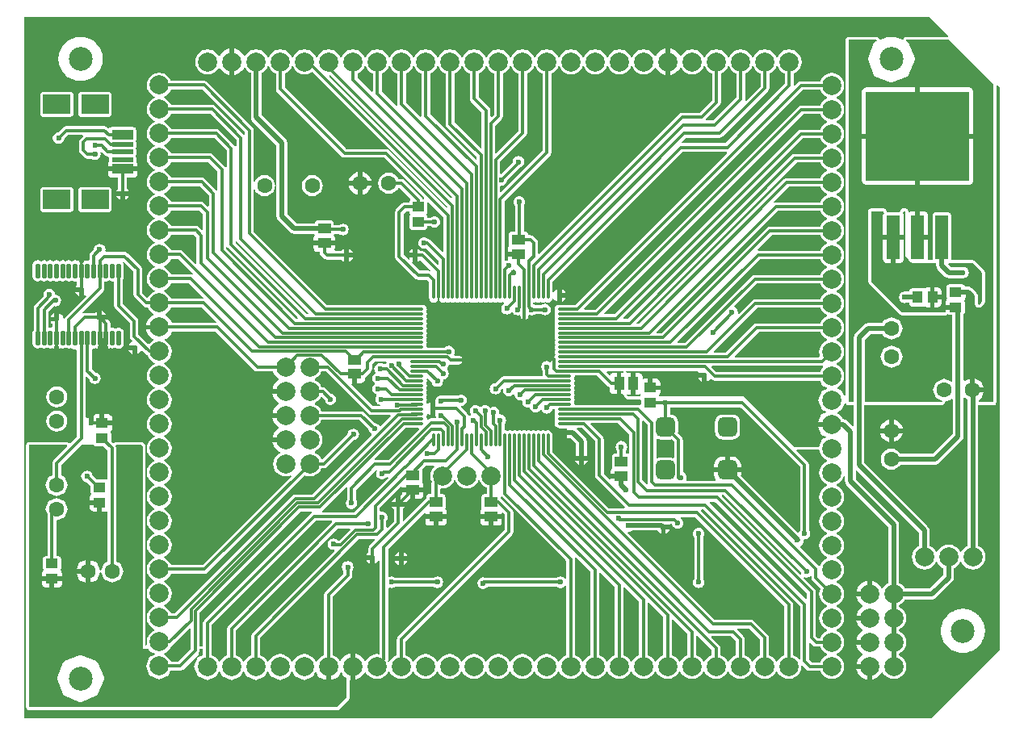
<source format=gtl>
%FSTAX44Y44*%
%MOMM*%
%SFA1B1*%

%IPPOS*%
%AMD24*
4,1,8,-0.500380,-1.000760,0.500380,-1.000760,1.000760,-0.500380,1.000760,0.500380,0.500380,1.000760,-0.500380,1.000760,-1.000760,0.500380,-1.000760,-0.500380,-0.500380,-1.000760,0.0*
1,1,1.000000,-0.500380,-0.500380*
1,1,1.000000,0.500380,-0.500380*
1,1,1.000000,0.500380,0.500380*
1,1,1.000000,-0.500380,0.500380*
%
%ADD10R,1.299997X0.999998*%
%ADD11O,0.299999X1.499997*%
%ADD12O,1.499997X0.299999*%
%ADD13R,1.349997X4.599991*%
%ADD14R,10.799978X9.399981*%
%ADD15R,1.399997X1.099998*%
%ADD16R,1.099998X1.399997*%
%ADD17R,0.999998X1.299997*%
%ADD18O,0.499999X1.599997*%
%ADD19R,2.249995X0.999998*%
%ADD20R,2.249995X0.499999*%
%ADD21R,2.899994X1.999996*%
%ADD22C,0.299999*%
%ADD23C,0.499999*%
G04~CAMADD=24~8~0.0~0.0~787.4~787.4~196.9~0.0~15~0.0~0.0~0.0~0.0~0~0.0~0.0~0.0~0.0~0~0.0~0.0~0.0~180.0~788.0~788.0*
%ADD24D24*%
%ADD25C,2.499995*%
%ADD26C,1.599997*%
%ADD27C,1.999996*%
%ADD28C,0.599999*%
%LNpcbat2560ver1-1*%
%LPD*%
G36*
X00633752Y00371125D02*
X00633554Y00370829D01*
X00631999*
Y00359499*
Y00348421*
X0063343*
X0063361Y00348355*
X00633899Y00348161*
X00634545Y00347394*
X00634603Y00347099*
Y00346798*
X00634719Y00346519*
X00634778Y00346224*
X00634945Y00345973*
X00635009Y00345821*
X0063506Y00345695*
X00635273Y00345482*
X00635441Y00345232*
X00636836Y00343836*
X00637578Y0034334*
X00638124Y00343114*
X00638999Y0034294*
X00651743*
X00651933Y00342625*
X00652252Y00342412*
Y00342096*
X0065244Y00341784*
Y00337293*
X00651449Y00336763*
X00651363Y00336761*
X00651213Y0033666*
X00650812Y00336826*
X00649499Y00337087*
X00583425*
X00583087Y00337499*
X00582826Y00338812*
X00582487Y00339631*
X00582241Y00339999*
X00582487Y00340367*
X00582826Y00341186*
X00583087Y00342499*
X00582826Y00343811*
X00582487Y00344631*
X00582241Y00344999*
X00582487Y00345367*
X00582826Y00346186*
X00583087Y00347499*
X00582826Y00348812*
X00582487Y00349631*
X00582241Y00349999*
X00582487Y00350367*
X00582826Y00351186*
X00583087Y00352499*
X00582826Y00353812*
X00582487Y00354631*
X00582241Y00354999*
X00582487Y00355367*
X00582826Y00356186*
X00583087Y00357499*
X00582826Y00358811*
X00582487Y00359631*
X00582241Y00359999*
X00582487Y00360367*
X00582826Y00361186*
X00583087Y00362499*
X00582826Y00363812*
X00582487Y00364631*
X00582241Y00364999*
X00582487Y00365367*
X00582826Y00366186*
X00583087Y00367499*
X00583425Y00367911*
X00606599*
X00618255Y00356255*
X00619368Y00355511*
X00619669Y00355386*
Y00355309*
X00619743Y0035526*
X00619921Y00355225*
Y00352499*
X00620153Y00351332*
X00620454Y00350604*
X00621115Y00349615*
X00622104Y00348954*
X00622832Y00348653*
X00623999Y00348421*
X00626999*
Y00359499*
Y00370829*
X00623999*
X00620937Y0036956*
X00620603Y00368753*
X00619377Y00368509*
X00616413Y00371473*
X00616891Y00372628*
X00633752*
Y00371125*
G37*
G36*
X00366505Y00328005D02*
X00367993Y0032701D01*
X00369749Y00326661*
X00389513*
X00389999Y00325488*
X00379647Y00315136*
X00378012Y00315297*
X00377325Y00316325*
X0037534Y00317651*
X00373462Y00318024*
X00362443Y00329044*
X00360954Y00330039*
X00359198Y00330388*
X00317569*
X00316754Y00332356*
X0031467Y00335072*
X00311954Y00337155*
X00310369Y00337812*
Y00339187*
X00311955Y00339844*
X00314671Y00341927*
X00316755Y00344643*
X00316936Y0034508*
X00318181Y00345328*
X00320974Y00342536*
X00321347Y00340658*
X00322673Y00338673*
X00324658Y00337347*
X00326999Y00336882*
X0032934Y00337347*
X00331325Y00338673*
X00332651Y00340658*
X00333116Y00342999*
X00332651Y0034534*
X00331325Y00347325*
X0032934Y00348651*
X00327462Y00349024*
X00322043Y00354443*
X00320555Y00355438*
X00318799Y00355787*
X0031757*
X00316755Y00357755*
X00314671Y00360471*
X00311955Y00362555*
X00310368Y00363212*
Y00364586*
X00311955Y00365243*
X00314671Y00367327*
X00316755Y00370043*
X0031757Y00372011*
X00322499*
X00366505Y00328005*
G37*
G36*
X00867836Y00337836D02*
X00868828Y00337173D01*
X00869999Y0033694*
X00875046*
X00875391Y00336657*
Y00315197*
X00874218Y00314711*
X00868467Y00320462*
X00866648Y00321677*
X00864501Y00322104*
X00864248*
X00863855Y00323053*
X00861772Y00325768*
X00859056Y00327852*
X0085865Y0032802*
Y0032929*
X0085956Y00329668*
X00862485Y00331912*
X00864729Y00334836*
X00866108Y00338167*
X00866407Y00338279*
X00867444Y00338423*
X00867836Y00337836*
G37*
G36*
X00841145Y0041154D02*
X00843229Y00408824D01*
X00845945Y0040674*
X0084753Y00406084*
Y00404709*
X00845944Y00404052*
X00843228Y00401968*
X00841144Y00399253*
X00839834Y0039609*
X00839388Y00392697*
X00839834Y00389303*
X00840226Y00388357*
X00839378Y00387087*
X00751235*
X00750749Y0038826*
X00775996Y00413508*
X0084033*
X00841145Y0041154*
G37*
G36*
X00386216Y00381641D02*
X00385347Y0038034D01*
X00385197Y00379587*
X00382932*
X0038134Y00380651*
X00378999Y00381117*
X00377249Y00380768*
X00376157Y00380316*
X00374673Y00379325*
X00373682Y00377841*
X0037323Y00376749*
X00372881Y00374999*
X0037323Y00373249*
X00373682Y00372157*
X00374027Y00371641*
X00374653Y00370659*
X00374379Y00370473*
X00374402Y00370418*
X00374136Y00370307*
X00373703Y00370013*
X00372673Y00369325*
X00371682Y00367841*
X0037123Y00366749*
X00370881Y00364999*
X0037123Y00363249*
X00371682Y00362157*
X00372673Y00360673*
X0037348Y00360134*
Y00358864*
X00372673Y00358325*
X00371682Y00356841*
X0037123Y00355749*
X00370881Y00353999*
X0037123Y00352249*
X00371682Y00351157*
X00372673Y00349673*
X00374157Y00348682*
X00374657Y00348475*
X00374705Y00348338*
X00374992Y00348281*
X00375393Y00346906*
X00374682Y00345841*
X0037423Y00344749*
X00373881Y00342999*
X0037423Y00341249*
X00374682Y00340157*
X00375673Y00338673*
X00377157Y00337682*
X0037791Y0033737*
X00377896Y003373*
X00378864Y00337107*
X00378739Y00335837*
X0037165*
X00348739Y00358747*
X00349225Y00359921*
X00349499*
Y00369499*
X00354499*
Y00359921*
X00358999*
X00360166Y00360153*
X00360894Y00360454*
X00361883Y00361115*
X00362544Y00362104*
X00362845Y00362832*
X00363077Y00363999*
Y0036581*
X00363743Y00366255*
X00369243Y00371755*
X00369987Y00372867*
X00370326Y00373686*
X00370587Y00374999*
Y00380098*
X00373399Y00382911*
X00385537*
X00386216Y00381641*
G37*
G36*
X00843636Y00376881D02*
X00843228Y00376568D01*
X00841144Y00373853*
X00840329Y00371885*
X00731602*
X00726749Y00376738*
X00727235Y00377911*
X00842302*
X00843098Y00378069*
X00843636Y00376881*
G37*
G36*
X00712909Y00371589D02*
X00712458Y00370499D01*
X00718999*
Y00367999*
X00721499*
Y00361458*
X00724357Y00362642*
X00724837Y00363802*
X00726063Y00364046*
X00726257Y00363852*
X00729701Y00362426*
X00731572*
X00731999Y00361999*
X00840623*
X0084255Y00357347*
X00847681Y00355222*
Y00353972*
X0084255Y00351846*
X00838429Y00341897*
X0084255Y00331947*
X00846374Y00330363*
Y00329113*
X00841785Y00327212*
X00838382Y00318997*
X008525*
Y00313997*
X00838382*
X00841785Y00305781*
X00846373Y00303881*
Y00302631*
X00842549Y00301047*
X00839216Y00292999*
X00812999*
X00759999Y00345999*
X00672255*
X0067169Y00347249*
X00672829Y00349999*
Y00352499*
X00661999*
Y00354999*
X00659499*
Y00364328*
X00655499*
X00655368Y00364274*
X00654329Y00364969*
Y00366499*
X0065306Y0036956*
X00649999Y00370829*
X00646999*
Y00359499*
Y00348169*
X00649999*
X00651645Y00348851*
X00652308Y00347249*
X00651743Y00345999*
X00638999*
X00637604Y00347394*
X00638312Y00348454*
X00638999Y00348169*
X00641999*
Y00359499*
Y00370829*
X00638999*
X00638038Y00370431*
X00636999Y00371125*
Y00372628*
X00712216*
X00712909Y00371589*
G37*
G36*
X00419749Y00311737D02*
X0038735Y00279337D01*
X00373749*
X0037359Y00279306*
X00372965Y00280476*
X004054Y00312911*
X00419263*
X00419749Y00311737*
G37*
G36*
X00366974Y00311536D02*
X00367347Y00309658D01*
X00368673Y00307673*
X00369701Y00306986*
X00369863Y00305351*
X00307599Y00243087*
X00290478*
X00288722Y00242738*
X00287234Y00241743*
X00163779Y00118289*
X00159668*
X00158853Y00120257*
X00156769Y00122972*
X00154053Y00125056*
X00152468Y00125713*
Y00127087*
X00154054Y00127744*
X0015677Y00129828*
X00158854Y00132544*
X00160164Y00135706*
X0016061Y001391*
X00160164Y00142494*
X00158854Y00145656*
X0015677Y00148371*
X00154054Y00150455*
X00152468Y00151113*
Y00152487*
X00154054Y00153144*
X0015677Y00155228*
X00158854Y00157944*
X00159669Y00159912*
X001949*
X00196656Y00160261*
X00198144Y00161256*
X00300037Y00263149*
X00302006Y00262334*
X00305399Y00261887*
X00308793Y00262334*
X00311955Y00263644*
X00314671Y00265727*
X00316755Y00268443*
X0031757Y00270411*
X00319999*
X00321755Y0027076*
X00323243Y00271755*
X00351462Y00299974*
X0035334Y00300347*
X00355325Y00301673*
X00356651Y00303658*
X00357117Y00305999*
X00356651Y0030834*
X00355325Y00310325*
X0035334Y00311651*
X00350999Y00312117*
X00348658Y00311651*
X00346673Y00310325*
X00345347Y0030834*
X00344974Y00306462*
X00318697Y00280185*
X00317199Y00280482*
X00316755Y00281555*
X00314671Y00284271*
X00311955Y00286354*
X00310368Y00287012*
Y00288386*
X00311955Y00289043*
X00314671Y00291127*
X00316755Y00293843*
X00318064Y00297005*
X00318511Y00300399*
X00318064Y00303793*
X00316755Y00306955*
X00314671Y00309671*
X00311955Y00311755*
X00310367Y00312412*
Y00313787*
X00311954Y00314444*
X0031467Y00316528*
X00316754Y00319244*
X00317569Y00321212*
X00357298*
X00366974Y00311536*
G37*
G36*
X00129999Y00293999D02*
Y00080999D01*
X00136451*
X00137548Y00078351*
X00142681Y00076225*
Y00074975*
X00137549Y00072849*
X00133428Y00062899*
X00137549Y00052949*
X00147499Y00048828*
X00157449Y00052949*
X00159553Y00058028*
X00168899*
X00172343Y00059455*
X00188443Y00075555*
X0018987Y00078999*
Y00080999*
X0019293*
Y00074554*
X00187851Y0007245*
X0018373Y00062501*
X00187851Y00052551*
X00197801Y0004843*
X0020775Y00052551*
X00209876Y00057682*
X00211126*
X00213251Y00052551*
X00223201Y0004843*
X0023315Y00052551*
X00235275Y0005768*
X00236525*
X0023865Y0005255*
X002486Y00048429*
X0025855Y0005255*
X00260675Y00057681*
X00261925*
X0026405Y0005255*
X00274Y00048429*
X0028395Y0005255*
X00286075Y00057681*
X00287325*
X0028945Y0005255*
X002994Y00048429*
X0030935Y0005255*
X00310934Y00056374*
X00312184*
X00314085Y00051785*
X003223Y00048382*
Y000625*
X003273*
Y00048382*
X00335515Y00051785*
X00337415Y00056373*
X00338665*
X00340249Y00052549*
X00343999Y00050996*
Y00029999*
X00333999Y00019999*
X00010999*
Y00080999*
Y00294999*
X00050478*
X00050956Y00293844*
X00036555Y00279443*
X00035128Y00275999*
Y00262788*
X0003158Y00261318*
X00028093Y00252899*
X0003158Y0024448*
X00039999Y00240993*
X00048418Y0024448*
X00051905Y00252899*
X00048418Y00261318*
X0004487Y00262788*
Y00273982*
X00065887Y00294999*
X0007858*
X00078703Y00294703*
X00080999Y00293752*
X00088858*
X00093028Y00289582*
Y00259238*
X00091989Y00258543*
X00091499Y00258746*
X0008214*
X00078215Y00262672*
X00076591Y00266591*
X00071999Y00268493*
X00067407Y00266591*
X00065505Y00261999*
X00067407Y00257407*
X00071327Y00255783*
X00075252Y00251858*
Y00245499*
X0007584Y0024408*
X00075438Y0024256*
X00074169Y00239499*
Y00236999*
X00084999*
Y00234499*
X00087499*
Y00225169*
X00091499*
X00091989Y00225372*
X00093028Y00224678*
Y00172388*
X0008948Y00170918*
X00086417Y00163523*
X00085064*
X00081683Y00171683*
X00074999Y00174452*
Y00162499*
Y00150546*
X00081683Y00153315*
X00085064Y00161475*
X00086417*
X0008948Y0015408*
X00097899Y00150593*
X00106318Y0015408*
X00109805Y00162499*
X00106318Y00170918*
X0010277Y00172388*
Y00291599*
X00101792Y0029396*
X00102486Y00294999*
X00128999*
X00129999Y00293999*
G37*
G36*
X00640411Y00306098D02*
Y00287072D01*
X00639141Y0028603*
X00638999Y00286058*
X00636587*
Y00289066*
X00637316Y00290157*
X00637768Y00291249*
X00638116Y00292999*
X00637768Y00294749*
X00637316Y00295841*
X00636325Y00297325*
X00634841Y00298316*
X00633749Y00298768*
X00631999Y00299117*
X00630249Y00298768*
X00629158Y00298316*
X00627673Y00297325*
X00626682Y00295841*
X0062623Y00294749*
X00625881Y00292999*
X0062623Y00291249*
X00626682Y00290157*
X00627411Y00289066*
Y00286058*
X00624999*
X00624124Y00285884*
X00623578Y00285657*
X00622836Y00285162*
X0062234Y0028442*
X00622114Y00283874*
X0062194Y00282999*
Y00271999*
X00622157Y00270911*
X00622115Y00270883*
X00621454Y00269894*
X00621153Y00269166*
X00620921Y00267999*
Y00264999*
X00631999*
Y00259999*
X00620921*
Y00259225*
X00619747Y00258739*
X00613587Y00264899*
Y00300999*
X00613326Y00302312*
X00612987Y00303131*
X00612243Y00304243*
X00599749Y00316738*
X00600235Y00317911*
X00628599*
X00640411Y00306098*
G37*
G36*
X00992154Y00344654D02*
X00994452Y00342891D01*
X00994791Y0034275*
Y00189246*
X00993842Y00188854*
X00991126Y0018677*
X00989043Y00184054*
X00988386Y00182469*
X00987011*
X00986355Y00184055*
X00984271Y00186771*
X00981555Y00188854*
X00978393Y00190164*
X00974999Y00190611*
X00971605Y00190164*
X00968443Y00188854*
X00965727Y00186771*
X00963643Y00184055*
X00962986Y00182468*
X00961612*
X00960955Y00184055*
X00958871Y00186771*
X00956155Y00188854*
X00955207Y00189247*
Y00205399*
X0095478Y00207545*
X00953564Y00209364*
X00886607Y00276322*
Y00336657*
X00886952Y0033694*
X00968166*
X00968461Y00336999*
X00968763*
X00969041Y00337114*
X00969336Y00337173*
X00969587Y0033734*
X00969865Y00337456*
X00970078Y00337669*
X00970329Y00337836*
X00970496Y00338087*
X00970709Y003383*
X00970825Y00338578*
X00970992Y00338828*
X00971051Y00339124*
X00971166Y00339402*
X009714Y0034058*
X00973132Y00340808*
X00976051Y00342017*
X00978121Y00343606*
X00979391Y00343038*
Y00306322*
X00958676Y00285607*
X00924561*
X00922844Y00287844*
X00920546Y00289607*
X00917871Y00290716*
X00914999Y00291094*
X00912127Y00290716*
X00909452Y00289607*
X00907154Y00287844*
X0090539Y00285546*
X00904282Y00282871*
X00903904Y00279999*
X00904282Y00277127*
X0090539Y00274452*
X00907154Y00272154*
X00909452Y00270391*
X00912127Y00269282*
X00914999Y00268904*
X00917871Y00269282*
X00920546Y00270391*
X00922844Y00272154*
X00924561Y00274391*
X00960999*
X00963145Y00274818*
X00964964Y00276034*
X00988964Y00300034*
X0099018Y00301853*
X00990607Y00303999*
Y00344694*
X00991809Y00345102*
X00992154Y00344654*
G37*
G36*
X0067116Y00301064D02*
X00673249Y00300789D01*
X00683249*
X00684645Y00300973*
X00687411Y00298207*
Y00282168*
X00686141Y00281319*
X00685337Y00281652*
X00683249Y00281927*
X00673249*
X0067116Y00281652*
X00669857Y00281112*
X00668587Y00281879*
Y00300838*
X00669857Y00301604*
X0067116Y00301064*
G37*
G36*
X00841145Y0064014D02*
X00843229Y00637424D01*
X00845945Y0063534*
X00847531Y00634683*
Y00633308*
X00845945Y00632651*
X00843229Y00630568*
X00841145Y00627852*
X0084033Y00625884*
X00820296*
X0081854Y00625535*
X00817051Y0062454*
X00624598Y00432087*
X00614235*
X00613749Y0043326*
X00822596Y00642108*
X0084033*
X00841145Y0064014*
G37*
G36*
X00229534Y00508085D02*
X00229755Y00507755D01*
X00304249Y0043326*
X00303763Y00432087*
X00302399*
X00227587Y00506899*
Y0050815*
X00227832Y00508347*
X00229534Y00508085*
G37*
G36*
X00841145Y0061474D02*
X00843229Y00612024D01*
X00845945Y0060994*
X0084753Y00609284*
Y00607909*
X00845944Y00607252*
X00843228Y00605168*
X00841144Y00602453*
X00840329Y00600485*
X00813897*
X00812141Y00600135*
X00810652Y00599141*
X00638599Y00427087*
X00634235*
X00633749Y0042826*
X00822196Y00616708*
X0084033*
X00841145Y0061474*
G37*
G36*
X00193752Y00449757D02*
X00193226Y00448487D01*
X0015967*
X00158854Y00450455*
X00156771Y00453171*
X00154055Y00455255*
X00152469Y00455912*
Y00457286*
X00154055Y00457943*
X00156771Y00460027*
X00158854Y00462743*
X0015967Y00464711*
X00178798*
X00193752Y00449757*
G37*
G36*
X00841143Y00665541D02*
X00843227Y00662826D01*
X00845943Y00660742*
X00847532Y00660084*
Y00658709*
X00845945Y00658051*
X00843229Y00655967*
X00841145Y00653252*
X0084033Y00651284*
X00820696*
X0081894Y00650935*
X00817451Y0064994*
X00604598Y00437087*
X00593235*
X00592749Y0043826*
X00821998Y00667509*
X00840328*
X00841143Y00665541*
G37*
G36*
Y00462341D02*
X00843227Y00459626D01*
X00845943Y00457542*
X00847532Y00456884*
Y00455509*
X00845945Y00454851*
X00843229Y00452768*
X00841145Y00450052*
X0084033Y00448084*
X00772496*
X0077074Y00447735*
X00769251Y0044674*
X00755139Y00432627*
X00753968Y00433253*
X00754117Y00433999*
X00753651Y0043634*
X00752325Y00438325*
X00750697Y00439412*
X00750337Y00440848*
X00773798Y00464309*
X00840328*
X00841143Y00462341*
G37*
G36*
X00219534Y00502085D02*
X00219755Y00501755D01*
X00293249Y0042826*
X00292763Y00427087*
X002914*
X00217587Y00500899*
Y0050215*
X00217832Y00502347*
X00219534Y00502085*
G37*
G36*
X00841143Y00487741D02*
X00843227Y00485026D01*
X00845943Y00482942*
X0084753Y00482285*
Y0048091*
X00845943Y00480253*
X00843227Y00478169*
X00841143Y00475453*
X00840328Y00473486*
X00771897*
X00770142Y00473136*
X00768653Y00472142*
X00698598Y00402087*
X00691235*
X00690749Y0040326*
X00777198Y00489709*
X00840328*
X00841143Y00487741*
G37*
G36*
X00120411Y00477098D02*
Y00452999D01*
X00120672Y00451686*
X00121011Y00450867*
X00121755Y00449755*
X00130855Y00440655*
X00131967Y00439911*
X00132786Y00439572*
X00134099Y00439311*
X00135328*
X00135489Y00438924*
X00136144Y00437343*
X00138227Y00434627*
X00140943Y00432544*
X00141372Y00432366*
Y00431116*
X00141348Y00431106*
X00140438Y00430729*
X00137513Y00428485*
X00135269Y0042556*
X00133859Y00422154*
X00133707Y00421*
X00147498*
Y00416*
X00133707*
X00133859Y00414845*
X00135269Y00411439*
X00137513Y00408515*
X00140438Y00406271*
X00141348Y00405894*
X00141373Y00405884*
Y00404634*
X00140942Y00404455*
X00138227Y00402372*
X00137028Y00400809*
X0013576Y00400726*
X00125587Y00410899*
Y00424999*
X00125326Y00426311*
X00124987Y00427131*
X00124243Y00428244*
X00109337Y00443149*
Y00469216*
X00109623Y00469644*
X00110038Y00470645*
X00110357Y00472249*
Y00483249*
X00110038Y00484853*
X00109719Y00485623*
X00109759Y0048565*
X00109148Y00486566*
X00110134Y00487375*
X00120411Y00477098*
G37*
G36*
X00841145Y0043694D02*
X00843229Y00434224D01*
X00845945Y0043214*
X00847531Y00431483*
Y00430108*
X00845945Y00429451*
X00843229Y00427368*
X00841145Y00424652*
X0084033Y00422684*
X00774096*
X0077234Y00422335*
X00770851Y0042134*
X00741599Y00392087*
X00729235*
X00728749Y0039326*
X00774396Y00438908*
X0084033*
X00841145Y0043694*
G37*
G36*
X00207248Y00424261D02*
X00206762Y00423088D01*
X00160751*
X00159727Y0042556*
X00157483Y00428485*
X00154559Y00430729*
X00153649Y00431105*
Y00432376*
X00154055Y00432544*
X00156771Y00434627*
X00158854Y00437343*
X0015967Y00439311*
X00192198*
X00207248Y00424261*
G37*
G36*
X00841144Y00589341D02*
X00843228Y00586625D01*
X00845944Y00584541*
X0084753Y00583884*
Y00582509*
X00845944Y00581852*
X00843228Y00579768*
X00841144Y00577053*
X00840329Y00575085*
X00805497*
X00803741Y00574736*
X00802252Y00573741*
X00650599Y00422087*
X00648235*
X00647749Y0042326*
X00815797Y00591308*
X00840329*
X00841144Y00589341*
G37*
G36*
Y0053854D02*
X00843228Y00535825D01*
X00845944Y00533741*
X0084753Y00533084*
Y00531709*
X00845944Y00531052*
X00843228Y00528968*
X00841144Y00526253*
X00840329Y00524285*
X00787697*
X00785941Y00523936*
X00784452Y00522941*
X00673598Y00412087*
X00669235*
X00668749Y0041326*
X00795997Y00540508*
X00840329*
X00841144Y0053854*
G37*
G36*
X00659411Y00316098D02*
Y00255999D01*
X00659691Y00254592*
X00658561Y00253925*
X00653837Y00258649*
Y00320013*
X00655011Y00320499*
X00659411Y00316098*
G37*
G36*
X00328652Y00214141D02*
X00219956Y00105445D01*
X00218962Y00103957*
X00218612Y00102201*
Y00074671*
X00216645Y00073856*
X00213929Y00071772*
X00211845Y00069057*
X00211188Y0006747*
X00209813*
X00209156Y00069057*
X00207072Y00071772*
X00204357Y00073856*
X00202389Y00074671*
Y001059*
X003119Y00215411*
X00328126*
X00328652Y00214141*
G37*
G36*
X00650411Y00131099D02*
Y0007467D01*
X00648443Y00073855*
X00645727Y00071771*
X00643643Y00069055*
X00642987Y0006747*
X00641612*
X00640955Y00069056*
X00638871Y00071771*
X00636156Y00073855*
X00634188Y0007467*
Y00145662*
X00635361Y00146148*
X00650411Y00131099*
G37*
G36*
X00625012Y00146498D02*
Y0007467D01*
X00623044Y00073855*
X00620328Y00071771*
X00618244Y00069056*
X00617587Y00067469*
X00616212*
X00615555Y00069056*
X00613472Y00071771*
X00610756Y00073855*
X00608788Y0007467*
Y00161062*
X00609961Y00161548*
X00625012Y00146498*
G37*
G36*
X00307347Y00225166D02*
X00307086Y00223464D01*
X00306755Y00223243*
X00194556Y00111045*
X00193562Y00109556*
X00193213Y00107801*
Y0008429*
X0019293Y00084058*
X0018987*
X00189587Y0008429*
Y00119099*
X00295899Y00225411*
X00307151*
X00307347Y00225166*
G37*
G36*
X00819411Y00126099D02*
Y00070288D01*
X00818141Y00069857*
X00816672Y00071771*
X00813956Y00073855*
X00811988Y0007467*
Y00127598*
X00811639Y00129354*
X00810644Y00130843*
X00715346Y00226141*
X00715872Y00227411*
X00718099*
X00819411Y00126099*
G37*
G36*
X00180411Y00102263D02*
Y00080899D01*
X00166998Y00067487*
X0015967*
X00158854Y00069455*
X00156771Y00072171*
X00154055Y00074254*
X00152466Y00074913*
Y00076287*
X00154053Y00076945*
X00156769Y00079029*
X00158853Y00081745*
X00159791Y00084009*
X00160056Y00084062*
X00161545Y00085056*
X00179237Y00102749*
X00180411Y00102263*
G37*
G36*
X0075201Y00089499D02*
Y00074669D01*
X00750042Y00073854*
X00747326Y0007177*
X00745243Y00069054*
X00744586Y00067469*
X00743211*
X00742554Y00069055*
X00740471Y00071771*
X00737755Y00073855*
X00735787Y0007467*
Y00081799*
X00735438Y00083555*
X00734443Y00085043*
X00726249Y00093237*
X00726735Y00094411*
X00747099*
X0075201Y00089499*
G37*
G36*
X0077741Y00091099D02*
Y00074669D01*
X00775442Y00073854*
X00772727Y0007177*
X00770643Y00069054*
X00769985Y00067468*
X00768611*
X00767954Y00069054*
X0076587Y0007177*
X00763154Y00073854*
X00761186Y00074669*
Y000914*
X00760837Y00093156*
X00759843Y00094644*
X00753351Y00101136*
X00753877Y00102406*
X00766104*
X0077741Y00091099*
G37*
G36*
X00599612Y00161898D02*
Y0007467D01*
X00597644Y00073855*
X00594928Y00071771*
X00592844Y00069056*
X00592186Y00067466*
X00590811*
X00590154Y00069054*
X0058807Y0007177*
X00585354Y00073854*
X00583386Y00074669*
Y001752*
X00583106Y00176607*
X00584236Y00177274*
X00599612Y00161898*
G37*
G36*
X00832856Y00084654D02*
X00834344Y00083659D01*
X008361Y0008331*
X00840328*
X00841143Y00081342*
X00843226Y00078627*
X00845942Y00076543*
X00847529Y00075886*
Y00074511*
X00845942Y00073854*
X00843226Y0007177*
X00841143Y00069054*
X00840328Y00067086*
X008314*
X00828587Y00069899*
Y00087263*
X00829761Y00087749*
X00832856Y00084654*
G37*
G36*
X00701211Y00097299D02*
Y0007467D01*
X00699243Y00073855*
X00696527Y00071771*
X00694444Y00069055*
X00693786Y00067469*
X00692412*
X00691755Y00069055*
X00689671Y00071771*
X00686955Y00073855*
X00684987Y0007467*
Y00111863*
X0068616Y00112349*
X00701211Y00097299*
G37*
G36*
X00726611Y00079899D02*
Y0007467D01*
X00724643Y00073855*
X00721927Y00071771*
X00719844Y00069055*
X00719186Y00067469*
X00717812*
X00717155Y00069055*
X00715071Y00071771*
X00712355Y00073855*
X00710387Y0007467*
Y00094463*
X00711561Y00094949*
X00726611Y00079899*
G37*
G36*
X00675811Y00114698D02*
Y0007467D01*
X00673843Y00073855*
X00671127Y00071771*
X00669043Y00069055*
X00668386Y00067468*
X00667012*
X00666355Y00069055*
X00664271Y00071771*
X00661555Y00073855*
X00659587Y0007467*
Y00129263*
X0066076Y00129749*
X00675811Y00114698*
G37*
G36*
X00802812Y00125698D02*
Y0007467D01*
X00800844Y00073855*
X00798128Y00071771*
X00796044Y00069056*
X00795389Y00067475*
X00795386Y00067466*
X00795324Y00067316*
X00794074*
X00794011Y00067466*
X00794009Y00067473*
X00793354Y00069054*
X0079127Y0007177*
X00788554Y00073854*
X00786973Y00074509*
X00786586Y00074669*
Y00093*
X00786325Y00094312*
X00785986Y00095131*
X00785243Y00096244*
X00771248Y00110238*
X00770136Y00110982*
X00769317Y00111321*
X00768004Y00111582*
X00729894*
X00638662Y00202814*
X00639295Y00203978*
X00640826Y00204179*
X00641678Y00204532*
X00642529Y00204885*
X0064319Y00205391*
X00669944*
X00671007Y00204006*
X00672469Y00202884*
X0067332Y00202532*
X00673499Y00202458*
Y00208999*
X00675999*
Y00211499*
X00682967*
X00683409Y00212161*
X00685048*
X0068523Y00211249*
X00685682Y00210157*
X00686673Y00208673*
X00688157Y00207682*
X00689249Y0020723*
X00690999Y00206881*
X00692749Y0020723*
X00693841Y00207682*
X00695325Y00208673*
X00696316Y00210157*
X00696768Y00211249*
X00697116Y00212999*
X00696768Y00214749*
X00696316Y00215841*
X00695325Y00217325*
X00694103Y00218141*
X00694489Y00219411*
X00709099*
X00802812Y00125698*
G37*
G36*
X00819411Y00272098D02*
Y00205932D01*
X00818682Y00204841*
X00818234Y00203761*
X00818232*
X0081817Y00203451*
X00816955Y00203082*
X00757193Y00262844*
X00757326Y00263858*
Y00266358*
X00743249*
X00729171*
Y00263858*
X0072948Y00261509*
X00730387Y00259319*
X00730842Y00258726*
X00730281Y00257587*
X00700282*
X00699755Y00258718*
X00699628Y00258909*
X00699768Y00259249*
X00700116Y00260999*
X00699768Y00262749*
X00699316Y00263841*
X00698325Y00265325*
X00696587Y00266486*
Y00300108*
X00696326Y0030142*
X00695987Y00302239*
X00695243Y00303352*
X00691134Y00307462*
X00691318Y00308858*
Y00318858*
X00691043Y00320947*
X0069064Y0032192*
X00690237Y00322893*
X00688954Y00324564*
X00687283Y00325846*
X0068631Y00326249*
X00685337Y00326652*
X00683249Y00326927*
X00682837*
Y00334411*
X00757099*
X00819411Y00272098*
G37*
G36*
X00347738Y00206237D02*
X00336088Y00194587D01*
X00334818*
X00334325Y00195326*
X0033234Y00196651*
X00329999Y00197117*
X00327658Y00196651*
X00325673Y00195326*
X00324347Y0019334*
X00323881Y00190999*
X00324347Y00188658*
X00325673Y00186673*
X00327658Y00185347*
X00329999Y00184882*
X00330745Y0018503*
X00331371Y00183859*
X00245356Y00097844*
X00244361Y00096356*
X00244012Y000946*
Y0007467*
X00242044Y00073855*
X00239328Y00071771*
X00237244Y00069056*
X00236588Y00067471*
X00235213*
X00234556Y00069057*
X00232472Y00071772*
X00229757Y00073856*
X00227789Y00074671*
Y001003*
X003349Y00207411*
X00347252*
X00347738Y00206237*
G37*
G36*
X00435898Y00272208D02*
X00435327Y00271771D01*
X00433244Y00269055*
X00431934Y00265893*
X00431487Y00262499*
X00431934Y00259105*
X00433092Y00256309*
X00432911Y00255399*
Y00243558*
X00430499*
X00429624Y00243384*
X00429078Y00243157*
X00428336Y00242662*
X0042784Y0024192*
X00427614Y00241374*
X0042744Y00240499*
Y00238701*
X00426755Y00238243*
X0040376Y00215249*
X00402587Y00215735*
Y00227696*
X00402991Y00228007*
X00404114Y00229469*
X00404466Y0023032*
X0040454Y00230499*
X00391458*
X00391532Y0023032*
X00391884Y00229469*
X00393007Y00228007*
X00393411Y00227696*
Y00214899*
X00386761Y00208249*
X00385587Y00208735*
Y00215066*
X00386316Y00216157*
X00386768Y00217249*
X00387117Y00218999*
X00386768Y00220749*
X00386316Y00221841*
X00385325Y00223325*
X00383841Y00224316*
X00382749Y00224768*
X00381Y00225116*
X00379857Y00224889*
X00378587Y00225933*
Y00229099*
X00400747Y00251259*
X00401921Y00250773*
Y00250499*
X00424077*
Y00253499*
X00423845Y00254666*
X00423545Y00255394*
X00422883Y00256383*
X00422841Y00256411*
X00423058Y00257499*
Y00268499*
X0042288Y00269392*
X00426899Y00273411*
X00435489*
X00435898Y00272208*
G37*
G36*
X00483386Y0025753D02*
D01*
X00484043Y00255943*
X00486127Y00253227*
X00488843Y00251144*
X00490811Y00250328*
Y00243558*
X00488399*
X00487524Y00243384*
X00486978Y00243157*
X00486236Y00242662*
X00485741Y0024192*
X00485514Y00241374*
X0048534Y00240499*
Y00229499*
X00485557Y00228411*
X00485515Y00228383*
X00484854Y00227394*
X00484553Y00226666*
X00484321Y00225499*
Y00222499*
X00495399*
X00506477*
Y00223373*
X00507651Y00223859*
X00509411Y00222098*
Y00205899*
X00397756Y00094244*
X00397012Y00093131*
X00396673Y00092312*
X00396412Y00091*
Y0007467*
X00396025Y0007451*
X00394444Y00073855*
X00391728Y00071771*
X00389644Y00069056*
X00388966Y00067419*
X00387769Y00067405*
X00387244Y00068389*
X00387338Y00068615*
X00387333Y00068622*
X00387587Y00069899*
Y00144716*
X00388718Y00145243*
X00388909Y0014537*
X00389249Y0014523*
X00390999Y00144881*
X00392749Y0014523*
X00393841Y00145682*
X00394932Y00146411*
X00435066*
X00436157Y00145682*
X00437249Y0014523*
X00438999Y00144881*
X00440749Y0014523*
X00441841Y00145682*
X00443325Y00146673*
X00444316Y00148157*
X00444768Y00149249*
X00445117Y00150999*
X00444768Y00152749*
X00444316Y00153841*
X00443325Y00155325*
X00441841Y00156316*
X00440749Y00156768*
X00438999Y00157117*
X00437249Y00156768*
X00436157Y00156316*
X00435066Y00155587*
X00394932*
X00393841Y00156316*
X00392749Y00156768*
X00390999Y00157117*
X00389249Y00156768*
X00388909Y00156628*
X00388718Y00156755*
X00387587Y00157282*
Y00186098*
X00425247Y00223759*
X00426421Y00223273*
Y00222499*
X00437499*
X00448577*
Y00225499*
X00448345Y00226666*
X00448219Y00226972*
X00448044Y00227394*
X00447383Y00228383*
X00447341Y00228411*
X00447558Y00229499*
Y00240499*
X00447384Y00241374*
X00447158Y0024192*
X00446662Y00242662*
X0044592Y00243157*
X00445374Y00243384*
X004445Y00243558*
X00442087*
Y00248754*
X00443042Y00249592*
X00444599Y00249387*
X00447993Y00249834*
X00449574Y00250489*
X00451155Y00251144*
X00453871Y00253227*
X00455955Y00255943*
X00456612Y00257529*
X00456674Y0025768*
X00457924*
X00457986Y00257529*
X00458643Y00255943*
X00460727Y00253227*
X00463443Y00251144*
X00465024Y00250489*
X00466605Y00249834*
X00469999Y00249387*
X00473393Y00249834*
X00474974Y00250489*
X00476555Y00251144*
X00479271Y00253227*
X00481355Y00255943*
X00482012Y0025753*
X00482074Y0025768*
X00483324*
X00483386Y0025753*
G37*
G36*
X00375101Y00269258D02*
X00375693Y00267858D01*
X00375347Y0026734*
X00374882Y00264999*
X00375347Y00262658*
X00376673Y00260673*
X00378658Y00259347*
X00381Y00258882*
X0038334Y00259347*
X00385325Y00260673*
X00386064Y00261779*
X00387312Y0026173*
X00387763Y00260641*
X00351709Y00224587*
X00318847*
X00318651Y00224831*
X00318913Y00226534*
X00319243Y00226755*
X00343272Y00250783*
X00344442Y00250158*
X00344411Y00249999*
Y00237932*
X00343347Y0023634*
X00342881Y00233999*
X00343347Y00231658*
X00344673Y00229673*
X00346658Y00228347*
X00348999Y00227881*
X0035134Y00228347*
X00353325Y00229673*
X00354651Y00231658*
X00355116Y00233999*
X00354651Y0023634*
X00353587Y00237932*
Y00248098*
X00374801Y00269313*
X00375101Y00269258*
G37*
G36*
X00247155Y00373355D02*
X00248268Y00372611D01*
X00249086Y00372272*
X00250399Y00372011*
X00266746*
X00267065Y00371241*
X0026777Y00369539*
X00270014Y00366614*
X00272573Y00364651*
X00272675Y00364308*
Y0036349*
X00272573Y00363147*
X00270014Y00361184*
X0026777Y00358259*
X00267065Y00356557*
X00266359Y00354854*
X00266207Y00353699*
X00279999*
Y00348699*
X00266207*
X00266359Y00347544*
X00267065Y00345841*
X0026777Y00344139*
X00270014Y00341214*
X00272571Y00339252*
X00272674Y00338909*
Y00338089*
X00272571Y00337747*
X00270013Y00335785*
X00267769Y0033286*
X00267064Y00331157*
X00266359Y00329455*
X00266207Y003283*
X00279998*
Y003233*
X00266207*
X00266359Y00322145*
X00267064Y00320442*
X00267769Y00318739*
X00270013Y00315815*
X00272573Y00313851*
X00272676Y00313507*
Y00312692*
X00272573Y00312347*
X00270014Y00310384*
X0026777Y00307459*
X00266359Y00304054*
X00266207Y00302899*
X00279999*
Y00297899*
X00266207*
X00266359Y00296744*
X0026777Y00293339*
X00270014Y00290414*
X00272939Y0028817*
X00273849Y00287793*
X00273873Y00287783*
Y00286533*
X00273443Y00286354*
X00270727Y00284271*
X00268644Y00281555*
X00267335Y00278393*
X00266887Y00274999*
X00267335Y00271605*
X00268644Y00268443*
X00270727Y00265727*
X00273443Y00263644*
X00275024Y00262989*
X00276606Y00262334*
X00279999Y00261887*
X00283393Y00262334*
X00285196Y0026308*
X00285915Y00262004*
X00192999Y00169088*
X00159669*
X00158854Y00171056*
X0015677Y00173772*
X00154054Y00175855*
X00152473Y0017651*
X00152468Y00176513*
X00152317Y00176575*
Y00177825*
X00152468Y00177887*
X00152473Y00177889*
X00154054Y00178544*
X0015677Y00180628*
X00158854Y00183344*
X00159509Y00184925*
X00160164Y00186506*
X0016061Y001899*
X00160164Y00193294*
X00159509Y00194875*
X00158854Y00196456*
X0015677Y00199171*
X00154054Y00201255*
X00152473Y0020191*
X00152468Y00201913*
X00152317Y00201975*
Y00203225*
X00152468Y00203287*
X00152473Y00203289*
X00154054Y00203944*
X0015677Y00206028*
X00158854Y00208744*
X00159509Y00210325*
X00160164Y00211906*
X0016061Y002153*
X00160164Y00218694*
X00159509Y00220275*
X00158854Y00221856*
X0015677Y00224572*
X00154054Y00226655*
X00152473Y0022731*
X00152469Y00227312*
X00152319Y00227374*
Y00228624*
X00152469Y00228687*
X00152474Y00228689*
X00154055Y00229344*
X00156771Y00231427*
X00158854Y00234143*
X00159509Y00235724*
X00160164Y00237305*
X00160611Y00240699*
X00160164Y00244094*
X00159509Y00245674*
X00158854Y00247255*
X00156771Y00249971*
X00154055Y00252054*
X00152474Y00252709*
X00152468Y00252712*
X00152318Y00252774*
Y00254024*
X00152468Y00254086*
X00154055Y00254744*
X00156771Y00256827*
X00158854Y00259543*
X00159509Y00261124*
X00160164Y00262705*
X00160611Y00266099*
X00160164Y00269494*
X00159509Y00271074*
X00158854Y00272655*
X00156771Y00275371*
X00154055Y00277455*
X00152466Y00278113*
X00152315Y00278175*
Y00279425*
X00152466Y00279488*
X00152472Y0027949*
X00154053Y00280145*
X00156769Y00282229*
X00158853Y00284945*
X00159508Y00286526*
X00160163Y00288107*
X0016061Y00291501*
X00160163Y00294894*
X00159508Y00296475*
X00158853Y00298057*
X00156769Y00300772*
X00154053Y00302856*
X00152472Y00303511*
X00152467Y00303513*
X00152316Y00303576*
Y00304826*
X00152467Y00304888*
X00152472Y0030489*
X00154053Y00305545*
X00156769Y00307629*
X00158853Y00310344*
X00159508Y00311926*
X00160163Y00313507*
X0016061Y00316901*
X00160163Y00320294*
X00159508Y00321875*
X00158853Y00323457*
X00156769Y00326172*
X00154053Y00328256*
X00152472Y00328911*
X00152468Y00328913*
X00152318Y00328975*
Y00330225*
X00152468Y00330287*
X00152473Y00330289*
X00154054Y00330944*
X0015677Y00333028*
X00158854Y00335744*
X00159509Y00337325*
X00160164Y00338906*
X0016061Y003423*
X00160164Y00345694*
X00159509Y00347275*
X00158854Y00348856*
X0015677Y00351571*
X00154054Y00353655*
X00152473Y0035431*
X00152468Y00354313*
X00152317Y00354375*
Y00355625*
X00152468Y00355687*
X00152473Y00355689*
X00154054Y00356344*
X0015677Y00358428*
X00158854Y00361144*
X00159509Y00362725*
X00160164Y00364306*
X0016061Y003677*
X00160164Y00371094*
X00159509Y00372675*
X00158854Y00374256*
X0015677Y00376972*
X00154054Y00379055*
X00152473Y0037971*
X00152468Y00379713*
X00152317Y00379775*
Y00381025*
X00152468Y00381087*
X00152473Y00381089*
X00154054Y00381744*
X0015677Y00383828*
X00158854Y00386544*
X00160164Y00389706*
X0016061Y003931*
X00160164Y00396494*
X00158854Y00399656*
X0015677Y00402372*
X00154054Y00404455*
X00153624Y00404634*
Y00405884*
X00153648Y00405894*
X00154559Y00406271*
X00157483Y00408515*
X00159727Y00411439*
X00160751Y00413912*
X00206598*
X00247155Y00373355*
G37*
G36*
X0057421Y00173299D02*
Y00154789D01*
X0057294Y00154404*
X00572325Y00155325*
X0057034Y00156651*
X00567999Y00157117*
X00565658Y00156651*
X00564066Y00155587*
X00489435*
X0048934Y00155651*
X00486999Y00156116*
X00484658Y00155651*
X00482673Y00154325*
X00481347Y0015234*
X00480881Y00149999*
X00481347Y00147658*
X00482673Y00145673*
X00484658Y00144347*
X00486999Y00143882*
X0048934Y00144347*
X00491325Y00145673*
X00491818Y00146411*
X00564066*
X00565658Y00145347*
X00567999Y00144881*
X0057034Y00145347*
X00572325Y00146673*
X0057294Y00147594*
X0057421Y00147209*
Y00074669*
X00572242Y00073854*
X00569527Y0007177*
X00567443Y00069054*
X00566785Y00067468*
X00565411*
X00564754Y00069054*
X0056267Y0007177*
X00559954Y00073854*
X00556792Y00075164*
X00553398Y0007561*
X00550004Y00075164*
X00546842Y00073854*
X00544127Y0007177*
X00542043Y00069054*
X00541386Y00067469*
X00540011*
X00539355Y00069055*
X00537271Y00071771*
X00534555Y00073855*
X00531393Y00075164*
X00527999Y00075611*
X00524605Y00075164*
X00521443Y00073855*
X00518727Y00071771*
X00516644Y00069055*
X00515986Y00067469*
X00514612*
X00513954Y00069055*
X00511871Y00071771*
X00509155Y00073855*
X00505993Y00075164*
X00502599Y00075611*
X00499205Y00075164*
X00496043Y00073855*
X00493327Y00071771*
X00491244Y00069055*
X00490586Y00067469*
X00489212*
X00488554Y00069055*
X00486471Y00071771*
X00483755Y00073855*
X00480593Y00075164*
X00477199Y00075611*
X00473805Y00075164*
X00470643Y00073855*
X00467927Y00071771*
X00465843Y00069055*
X00465186Y00067469*
X00463812*
X00463155Y00069055*
X00461071Y00071771*
X00458355Y00073855*
X00455193Y00075164*
X00451799Y00075611*
X00448405Y00075164*
X00445243Y00073855*
X00442527Y00071771*
X00440443Y00069055*
X00439787Y0006747*
X00438412*
X00437755Y00069056*
X00435671Y00071771*
X00432956Y00073855*
X00429794Y00075165*
X004264Y00075612*
X00423006Y00075165*
X00419844Y00073855*
X00417128Y00071771*
X00415044Y00069056*
X00414387Y00067469*
X00413012*
X00412355Y00069056*
X00410271Y00071771*
X00407556Y00073855*
X00405588Y0007467*
Y00089099*
X00517243Y00200755*
X00518238Y00202243*
X00518587Y00203999*
Y00223999*
X00518238Y00225755*
X00517243Y00227243*
X00506243Y00238243*
X00505458Y00238768*
Y00240411*
X00505556Y002405*
X00506755Y00240755*
X0057421Y00173299*
G37*
G36*
X00943991Y00203076D02*
Y00189247D01*
X00943043Y00188854*
X00940327Y00186771*
X00938243Y00184055*
X00936934Y00180893*
X00936487Y00177499*
X00936934Y00174105*
X00938243Y00170943*
X00940327Y00168227*
X00943043Y00166144*
X00946205Y00164834*
X00949599Y00164387*
X00952993Y00164834*
X00956155Y00166144*
X00958871Y00168227*
X00960955Y00170943*
X00961612Y0017253*
X00962986*
X00963643Y00170943*
X00965727Y00168227*
X00968443Y00166144*
X00969391Y00165751*
Y00158322*
X00955377Y00144308*
X00929246*
X00928853Y00145256*
X00926769Y00147971*
X00924054Y00150055*
X00923105Y00150448*
Y002115*
X00922679Y00213646*
X00921463Y00215466*
X00877607Y00259322*
Y00267801*
X0087878Y00268287*
X00943991Y00203076*
G37*
G36*
X00826411Y00139099D02*
Y00133735D01*
X00825237Y00133249*
X00724346Y00234141*
X00724872Y00235411*
X00730098*
X00826411Y00139099*
G37*
G36*
X00839573Y00289684D02*
X00839834Y00287704D01*
X00841143Y00284541*
X00843227Y00281826*
X00845943Y00279742*
X0084753Y00279085*
Y0027771*
X00845943Y00277053*
X00843227Y00274969*
X00841143Y00272253*
X00839834Y00269091*
X00839387Y00265697*
X00839834Y00262304*
X00841143Y00259141*
X00843227Y00256426*
X00845943Y00254342*
X00847531Y00253684*
Y0025231*
X00845944Y00251652*
X00843228Y00249568*
X00841144Y00246853*
X00839834Y0024369*
X00839388Y00240297*
X00839834Y00236903*
X00841144Y0023374*
X00843228Y00231025*
X00845944Y00228941*
X0084753Y00228284*
Y00226909*
X00845944Y00226252*
X00843228Y00224168*
X00841144Y00221453*
X00839834Y0021829*
X00839388Y00214897*
X00839834Y00211503*
X00841144Y00208341*
X00843228Y00205625*
X00845944Y00203541*
X00847529Y00202884*
Y0020151*
X00845943Y00200853*
X00843227Y00198769*
X00841143Y00196053*
X00839834Y00192891*
X00839387Y00189497*
X00839834Y00186104*
X00841143Y00182941*
X00843227Y00180226*
X00845943Y00178142*
X0084753Y00177485*
Y0017611*
X00845943Y00175453*
X00843227Y00173369*
X00841143Y00170653*
X00840385Y00168821*
X00840083Y00168669*
X00838909Y00168578*
X00819693Y00187793*
X00820007Y00189276*
X008211Y00190115*
X00822222Y00191578*
X00822928Y0019328*
X00823122Y00194761*
X00823999Y00195881*
X0082634Y00196347*
X00828325Y00197673*
X00829651Y00199658*
X00830116Y00201999*
X00829651Y0020434*
X00828587Y00205932*
Y00273999*
X00828238Y00275755*
X00827243Y00277243*
X00815721Y00288767*
X00816206Y00289941*
X00839216*
X00839573Y00289684*
G37*
G36*
X00819974Y00161536D02*
X00820278Y00160004D01*
X00819152Y00159335*
X00737249Y00241237*
X00737735Y00242411*
X00739099*
X00819974Y00161536*
G37*
G36*
X00831411Y00157187D02*
Y00155197D01*
X0083176Y00153441*
X00832755Y00151953*
X00840649Y00144059*
X00839834Y00142091*
X00839387Y00138697*
X00839834Y00135304*
X00841143Y00132141*
X00843227Y00129426*
X00845943Y00127342*
X0084753Y00126685*
Y0012531*
X00845943Y00124653*
X00843227Y00122569*
X00841143Y00119853*
X00839834Y00116691*
X00839387Y00113297*
X00839834Y00109904*
X00841143Y00106741*
X00843227Y00104026*
X00845943Y00101942*
X00847528Y00101285*
Y00099911*
X00845942Y00099254*
X00843226Y0009717*
X00841143Y00094454*
X00840328Y00092486*
X00838*
X00835587Y000949*
Y00140999*
X00835238Y00142755*
X00834243Y00144243*
X00823335Y00155152*
X00824005Y00156278*
X00825999Y00155882*
X0082834Y00156347*
X00830141Y0015755*
X00831411Y00157187*
G37*
G36*
X00096103Y00467068D02*
X00098249Y00466641D01*
X00099179Y00466826*
X00100161Y00466021*
Y00441249*
X0010051Y00439493*
X00101505Y00438005*
X00116411Y00423099*
Y00408999*
X00116672Y00407686*
X00117011Y00406867*
X00117755Y00405755*
X00119023Y00404486*
X00118776Y00403241*
X0011851Y0040313*
X00118469Y00403114*
X00117007Y00401991*
X00115884Y00400529*
X00115532Y00399678*
X00115458Y00399499*
X00121999*
Y00396999*
X00124499*
Y00390458*
X00124678Y00390532*
X00125529Y00390885*
X00126992Y00392006*
X00128114Y00393469*
X0012813Y0039351*
X00128241Y00393776*
X00129486Y00394023*
X00133654Y00389855*
X00134767Y00389112*
X00135144Y00388956*
X00135187Y00388852*
X00136144Y00386544*
X00138227Y00383828*
X00140942Y00381744*
X00142523Y00381089*
X00142529Y00381087*
X00142679Y00381025*
Y00379775*
X00142529Y00379713*
X00142523Y0037971*
X00140942Y00379055*
X00138227Y00376972*
X00136144Y00374256*
X00135488Y00372675*
X00134833Y00371094*
X00134386Y003677*
X00134833Y00364306*
X00135488Y00362725*
X00136144Y00361144*
X00138227Y00358428*
X00140942Y00356344*
X00142523Y00355689*
X00142529Y00355687*
X00142679Y00355625*
Y00354375*
X00142529Y00354313*
X00142523Y0035431*
X00140942Y00353655*
X00138227Y00351571*
X00136144Y00348856*
X00135488Y00347275*
X00134833Y00345694*
X00134386Y003423*
X00134833Y00338906*
X00135488Y00337325*
X00136144Y00335744*
X00138227Y00333028*
X00140942Y00330944*
X00142523Y00330289*
X00142527Y00330288*
X00142678Y00330225*
Y00328975*
X00142527Y00328913*
X00142522Y00328911*
X00140941Y00328256*
X00138226Y00326172*
X00136142Y00323457*
X00135487Y00321875*
X00134832Y00320294*
X00134385Y00316901*
X00134832Y00313507*
X00135487Y00311926*
X00136142Y00310344*
X00138226Y00307629*
X00140941Y00305545*
X00142522Y0030489*
X00142528Y00304888*
X00142678Y00304826*
Y00303576*
X00142528Y00303513*
X00142522Y00303511*
X00140941Y00302856*
X00138226Y00300772*
X00136142Y00298057*
X00135487Y00296475*
X00134832Y00294894*
X00134385Y00291501*
X00134832Y00288107*
X00136142Y00284945*
X00138226Y00282229*
X00140941Y00280145*
X00142531Y00279487*
Y00278112*
X00140943Y00277455*
X00138227Y00275371*
X00136144Y00272655*
X00134834Y00269494*
X00134387Y00266099*
X00134834Y00262705*
X00136144Y00259543*
X00138227Y00256827*
X00140943Y00254744*
X0014253Y00254086*
Y00252712*
X00140943Y00252054*
X00138227Y00249971*
X00136144Y00247255*
X00134834Y00244094*
X00134387Y00240699*
X00134834Y00237305*
X00136144Y00234143*
X00138227Y00231427*
X00140943Y00229344*
X00142528Y00228687*
Y00227312*
X00140942Y00226655*
X00138227Y00224572*
X00136144Y00221856*
X00134833Y00218694*
X00134386Y002153*
X00134833Y00211906*
X00136144Y00208744*
X00138227Y00206028*
X00140942Y00203944*
X00142529Y00203287*
Y00201913*
X00140942Y00201255*
X00138227Y00199171*
X00136144Y00196456*
X00134833Y00193294*
X00134386Y001899*
X00134833Y00186506*
X00136144Y00183344*
X00138227Y00180628*
X00140942Y00178544*
X00142529Y00177887*
Y00176513*
X00140942Y00175855*
X00138227Y00173772*
X00136144Y00171056*
X00134833Y00167894*
X00134386Y001645*
X00134833Y00161106*
X00136144Y00157944*
X00138227Y00155228*
X00140942Y00153144*
X00142529Y00152487*
Y00151113*
X00140942Y00150455*
X00138227Y00148371*
X00136144Y00145656*
X00134833Y00142494*
X00134386Y001391*
X00134833Y00135706*
X00136144Y00132544*
X00138227Y00129828*
X00140942Y00127744*
X00142527Y00127088*
Y00125713*
X00140941Y00125056*
X00138226Y00122972*
X00136142Y00120257*
X00134832Y00117094*
X00134385Y00113701*
X00134832Y00110307*
X00136142Y00107145*
X00138226Y00104429*
X00140941Y00102345*
X00142528Y00101688*
Y00100313*
X00140941Y00099656*
X00138226Y00097572*
X00136142Y00094857*
X00134832Y00091694*
X00134385Y00088301*
X00134712Y0008582*
X00133727Y00084798*
X00133058Y00084993*
Y00293999*
X00132884Y00294874*
X00132658Y0029542*
X00132162Y00296162*
X00131162Y00297162*
X0013042Y00297658*
X00129874Y00297884*
X00128999Y00298058*
X00102486*
X00102191Y00297999*
X0010189*
X00101611Y00297884*
X00101316Y00297825*
X00101249Y0029778*
X00101065Y00297658*
X00100787Y00297542*
X00100574Y00297329*
X00100323Y00297162*
X00098979Y00297008*
X00097058Y00298929*
Y00306999*
X00096825Y0030817*
X00096162Y00309162*
X00096864Y00310095*
X00096883Y00310115*
X00097767Y00311438*
X00098077Y00312999*
Y00315499*
X00087499*
Y00317999*
X00084999*
Y00327077*
X00080999*
X00079438Y00326767*
X00078499Y00326139*
Y00317999*
X00073499*
Y0032454*
X00072469Y00324113*
X00071607Y00323452*
X00070337Y00324079*
Y00366513*
X00071511Y00366999*
X00073974Y00364536*
X00074347Y00362658*
X00075673Y00360673*
X00077658Y00359347*
X00079999Y00358881*
X0008234Y00359347*
X00084325Y00360673*
X00085651Y00362658*
X00086116Y00364999*
X00085651Y0036734*
X00084325Y00369325*
X0008234Y00370651*
X00080462Y00371024*
X00076837Y0037465*
Y00395521*
X00077819Y00396326*
X00078749Y00396141*
X00080895Y00396568*
X00081124Y00396721*
X00081971Y00396071*
X00082749Y00395749*
Y00397835*
X0008393Y00399603*
X00084357Y00401749*
Y00407249*
X00087749*
Y00395749*
X00088499Y0039606*
X00089249Y00395749*
Y00407249*
X00092641*
Y00401749*
X00093068Y00399603*
X00094249Y00397835*
Y00395749*
X00095027Y00396071*
X00095874Y00396721*
X00096103Y00396568*
X00098249Y00396141*
X00099999Y00396489*
Y00396521*
X00100854Y00396875*
X00101499Y00397306*
X00102144Y00396875*
X00103145Y0039646*
X00104749Y00396141*
X00106353Y0039646*
X00107354Y00396875*
X00108714Y00397784*
X00109623Y00399144*
X00110038Y00400145*
X00110357Y00401749*
Y0041275*
X00110038Y00414353*
X00109623Y00415354*
X00108714Y00416714*
X00107354Y00417623*
X00106353Y00418038*
X00104749Y00418357*
X00103145Y00418038*
X00102144Y00417623*
X00101499Y00417192*
X00100854Y00417623*
X00099999Y00417977*
Y00418009*
X00098249Y00418357*
X00097319Y00418172*
X00096337Y00418977*
Y00422249*
X00095988Y00424005*
X00094993Y00425493*
X00093988Y00426499*
X00084999*
Y00428999*
X00082499*
Y0043554*
X00081469Y00435114*
X00080007Y00433992*
X00079696Y00433587*
X00068999*
X00067592Y00433307*
X00066925Y00434437*
X00088493Y00456005*
X00089488Y00457493*
X00089837Y00459249*
Y00466021*
X00090819Y00466826*
X00091749Y00466641*
X00093895Y00467068*
X00094999Y00467806*
X00096103Y00467068*
G37*
G36*
X00218411Y00604099D02*
Y00586847D01*
X00218166Y00586651*
X00216464Y00586913*
X00216243Y00587243*
X00203943Y00599543*
X00202455Y00600538*
X00200699Y00600887*
X0015967*
X00158854Y00602855*
X00156771Y00605571*
X00154055Y00607654*
X00152469Y00608312*
Y00609686*
X00154055Y00610344*
X00156771Y00612427*
X00158854Y00615143*
X0015967Y00617111*
X00205399*
X00218411Y00604099*
G37*
G36*
X00542445Y00690444D02*
X00544529Y00687728D01*
X00547244Y00685644*
X00549212Y00684829*
Y00603701*
X0050576Y00560249*
X00504587Y00560735*
Y00566161*
X00505569Y00566967*
X00505999Y00566882*
X0050834Y00567347*
X00510325Y00568673*
X00511651Y00570658*
X00512024Y00572536*
X00525711Y00586222*
X0052634Y00586347*
X00528325Y00587673*
X00529651Y00589658*
X00530116Y00591999*
X00529651Y0059434*
X00528325Y00596325*
X0052634Y00597651*
X00523999Y00598116*
X00521658Y00597651*
X00519673Y00596325*
X00518347Y0059434*
X00517881Y00591999*
X00517986Y00591474*
X00505857Y00579346*
X00504593Y00579798*
X00504587Y00579803*
Y00592098*
X00531645Y00619156*
X00532639Y00620645*
X00532989Y00622401*
Y00684829*
X00534957Y00685644*
X00537672Y00687728*
X00539756Y00690444*
X00540413Y0069203*
X00541788*
X00542445Y00690444*
G37*
G36*
X00440846Y00690445D02*
X0044293Y00687729D01*
X00445645Y00685645*
X00447613Y0068483*
Y00631797*
X00447962Y00630041*
X00448957Y00628552*
X00480411Y00597098*
Y00594735*
X00479238Y00594249*
X0043139Y00642097*
Y0068483*
X00433357Y00685645*
X00436073Y00687729*
X00438157Y00690445*
X00438814Y00692031*
X00440189*
X00440846Y00690445*
G37*
G36*
X00466245Y00690444D02*
X00468329Y00687728D01*
X00471044Y00685644*
X00473012Y00684829*
Y00658397*
X00473362Y00656642*
X00474356Y00655153*
X00485411Y00644099*
Y00606735*
X00484238Y00606249*
X0045679Y00633697*
Y0068483*
X00458758Y00685645*
X00461473Y00687729*
X00463557Y00690445*
X00464214Y0069203*
X00465588*
X00466245Y00690444*
G37*
G36*
X00516388Y0069203D02*
X00517045Y00690444D01*
X00519129Y00687728*
X00521845Y00685644*
X00523813Y00684829*
Y00624301*
X00500761Y00601249*
X00499587Y00601735*
Y00630098*
X00506245Y00636756*
X00507239Y00638245*
X00507589Y00640001*
Y00684829*
X00509557Y00685644*
X00512272Y00687728*
X00514356Y00690444*
X00515013Y0069203*
X00516388*
G37*
G36*
X00199411Y00557098D02*
Y00545735D01*
X00198238Y00545249*
X00194743Y00548743*
X00193255Y00549738*
X00191499Y00550087*
X0015967*
X00158854Y00552055*
X00156771Y00554771*
X00154055Y00556855*
X00152469Y00557512*
Y00558886*
X00154055Y00559543*
X00156771Y00561627*
X00158854Y00564343*
X0015967Y00566311*
X00190199*
X00199411Y00557098*
G37*
G36*
X00287788Y0069203D02*
X00288445Y00690444D01*
X00290529Y00687728*
X00293245Y00685644*
X00296407Y00684334*
X00299801Y00683888*
X00303194Y00684334*
X00306357Y00685644*
X00307776Y00686733*
X00449696Y00544814*
X00449658Y00544625*
X0044828Y00544206*
X00388243Y00604243*
X00386755Y00605238*
X00384999Y00605587*
X00343899*
X00278989Y00670498*
Y00684829*
X00280957Y00685644*
X00283672Y00687728*
X00285756Y00690444*
X00286413Y0069203*
X00287788*
G37*
G36*
X00841144Y0056394D02*
X00843228Y00561225D01*
X00845944Y00559141*
X0084753Y00558484*
Y00557109*
X00845944Y00556452*
X00843228Y00554368*
X00841144Y00551653*
X00840329Y00549685*
X00794097*
X0079269Y00549405*
X00792023Y00550534*
X00807397Y00565908*
X00840329*
X00841144Y0056394*
G37*
G36*
X00208411Y00582098D02*
Y00562782D01*
X00207572Y00562395*
X00207141Y00562346*
X00195343Y00574143*
X00193855Y00575138*
X00192099Y00575487*
X0015967*
X00158854Y00577455*
X00156771Y00580171*
X00154055Y00582255*
X00152469Y00582912*
Y00584286*
X00154055Y00584943*
X00156771Y00587027*
X00158854Y00589743*
X0015967Y00591711*
X00198798*
X00208411Y00582098*
G37*
G36*
X00454696Y00554814D02*
X00454658Y00554625D01*
X0045328Y00554206*
X00325708Y00681778*
X00326176Y00683107*
X0032638Y00683129*
X00454696Y00554814*
G37*
G36*
X00228411Y00615098D02*
Y00608848D01*
X00228166Y00608651*
X00226464Y00608913*
X00226243Y00609243*
X00210543Y00624943*
X00209055Y00625938*
X00207299Y00626287*
X0015967*
X00158854Y00628255*
X00156771Y00630971*
X00154055Y00633054*
X0015247Y00633711*
Y00635086*
X00154056Y00635743*
X00156771Y00637826*
X00158855Y00640542*
X0015967Y0064251*
X00200999*
X00228411Y00615098*
G37*
G36*
X00771043Y00690442D02*
X00773127Y00687727D01*
X00775843Y00685643*
X00777811Y00684828*
Y006713*
X00762437Y00655926*
X00761308Y00656593*
X00761588Y00658*
Y00684828*
X00763556Y00685644*
X00766272Y00687727*
X00768355Y00690443*
X00769012Y00692028*
X00770386*
X00771043Y00690442*
G37*
G36*
X00390044Y00690443D02*
X00392128Y00687727D01*
X00394844Y00685644*
X00396812Y00684828*
Y00652598*
X00397092Y00651191*
X00395962Y00650525*
X00380588Y00665899*
Y00684828*
X00382556Y00685644*
X00385271Y00687727*
X00387355Y00690443*
X00388012Y0069203*
X00389387*
X00390044Y00690443*
G37*
G36*
X00364644D02*
X00366728Y00687727D01*
X00369444Y00685644*
X00371412Y00684828*
Y00665734*
X00370238Y00665248*
X00355189Y00680298*
Y00684829*
X00357157Y00685644*
X00359872Y00687728*
X00361956Y00690444*
X00362613Y00692029*
X00363987*
X00364644Y00690443*
G37*
G36*
X00974673Y00724328D02*
X00974147Y00723058D01*
X00930666*
X00930371Y00722999*
X00930069*
X00929791Y00722884*
X00929496Y00722825*
X00929245Y00722658*
X00928967Y00722542*
X00928754Y00722329*
X00928503Y00722162*
X00928336Y00721911*
X00928123Y00721698*
X00928008Y0072142*
X0092784Y0072117*
X00927781Y00720874*
X0092774Y00720775*
X00927261Y00720351*
X00926506Y00719994*
X00924132Y00721264*
X00923843Y00721351*
X00923578Y00721493*
X00919808Y00722637*
X00919508Y00722666*
X0091922Y00722754*
X00915299Y0072314*
X00915148Y00723125*
X00914999Y00723155*
X0091485Y00723125*
X00914699Y0072314*
X00910778Y00722754*
X0091049Y00722666*
X0091019Y00722637*
X0090642Y00721493*
X00906155Y00721351*
X00905866Y00721264*
X00903492Y00719994*
X00902737Y00720351*
X00902258Y00720775*
X00902217Y00720874*
X00902158Y0072117*
X0090202Y00721375*
X0090199Y0072142*
X00901875Y00721698*
X00901662Y00721911*
X00901495Y00722162*
X00901244Y00722329*
X00901031Y00722542*
X00900753Y00722658*
X00900502Y00722825*
X00900207Y00722884*
X00899929Y00722999*
X00899627*
X00899332Y00723058*
X00869999*
X00869124Y00722884*
X00868578Y00722657*
X00867836Y00722162*
X00867341Y0072142*
X00867114Y00720874*
X0086694Y00719999*
Y00346937*
X0086567Y00346684*
X00864729Y00348957*
X00862485Y00351882*
X0085956Y00354126*
X0085865Y00354503*
Y00355773*
X00859056Y00355941*
X00861772Y00358025*
X00863855Y00360741*
X00865165Y00363903*
X00865612Y00367297*
X00865165Y0037069*
X00863855Y00373853*
X00861772Y00376568*
X00859056Y00378652*
X00857469Y00379309*
Y00380684*
X00859056Y00381341*
X00861772Y00383425*
X00863855Y00386141*
X00865165Y00389303*
X00865612Y00392697*
X00865165Y0039609*
X00863855Y00399253*
X00861772Y00401968*
X00859056Y00404052*
X00857471Y00404709*
Y00406083*
X00859057Y0040674*
X00861772Y00408824*
X00863856Y0041154*
X00865166Y00414702*
X00865613Y00418096*
X00865166Y00421489*
X00863856Y00424652*
X00861772Y00427368*
X00859057Y00429451*
X0085747Y00430108*
Y00431483*
X00859057Y0043214*
X00861772Y00434224*
X00863856Y0043694*
X00865166Y00440102*
X00865613Y00443496*
X00865166Y00446889*
X00863856Y00450052*
X00861772Y00452768*
X00859057Y00454851*
X00857467Y0045551*
Y00456884*
X00859055Y00457542*
X00861771Y00459626*
X00863855Y00462341*
X00865164Y00465504*
X00865611Y00468897*
X00865164Y00472291*
X00863855Y00475453*
X00861771Y00478169*
X00859055Y00480253*
X00857468Y0048091*
Y00482285*
X00859055Y00482942*
X00861771Y00485026*
X00863855Y00487741*
X00865164Y00490904*
X00865611Y00494297*
X00865164Y00497691*
X00863855Y00500853*
X00861771Y00503569*
X00859055Y00505653*
X0085747Y0050631*
Y00507684*
X00859056Y00508341*
X00861772Y00510425*
X00863855Y00513141*
X00865165Y00516303*
X00865612Y00519697*
X00865165Y0052309*
X00863855Y00526253*
X00861772Y00528968*
X00859056Y00531052*
X00857469Y00531709*
Y00533084*
X00859056Y00533741*
X00861772Y00535825*
X00863855Y0053854*
X00865165Y00541703*
X00865612Y00545097*
X00865165Y0054849*
X00863855Y00551653*
X00861772Y00554368*
X00859056Y00556452*
X00857469Y00557109*
Y00558484*
X00859056Y00559141*
X00861772Y00561225*
X00863855Y0056394*
X00865165Y00567103*
X00865612Y00570497*
X00865165Y0057389*
X00863855Y00577053*
X00861772Y00579768*
X00859056Y00581852*
X00857469Y00582509*
Y00583884*
X00859056Y00584541*
X00861772Y00586625*
X00863855Y00589341*
X00865165Y00592503*
X00865612Y00595897*
X00865165Y0059929*
X00863855Y00602453*
X00861772Y00605168*
X00859056Y00607252*
X00857471Y00607909*
Y00609283*
X00859057Y0060994*
X00861772Y00612024*
X00863856Y0061474*
X00865166Y00617902*
X00865613Y00621296*
X00865166Y00624689*
X00863856Y00627852*
X00861772Y00630568*
X00859057Y00632651*
X0085747Y00633308*
Y00634683*
X00859057Y0063534*
X00861772Y00637424*
X00863856Y0064014*
X00865166Y00643302*
X00865613Y00646696*
X00865166Y00650089*
X00863856Y00653252*
X00861772Y00655967*
X00859057Y00658051*
X00857467Y0065871*
Y00660084*
X00859055Y00660742*
X00861771Y00662826*
X00863855Y00665541*
X00865164Y00668704*
X00865611Y00672097*
X00865164Y00675491*
X00863855Y00678653*
X00861771Y00681369*
X00859055Y00683453*
X00857474Y00684108*
X00855893Y00684763*
X00852499Y00685209*
X00849105Y00684763*
X00847524Y00684108*
X00845943Y00683453*
X00843227Y00681369*
X00841143Y00678653*
X00840328Y00676685*
X00820097*
X00818785Y00676424*
X00817966Y00676085*
X00816853Y00675342*
X00813657Y00672146*
X00812387Y00672672*
Y00684828*
X00812774Y00684988*
X00814355Y00685643*
X00817071Y00687727*
X00819155Y00690442*
X00820464Y00693604*
X00820911Y00696998*
X00820464Y00700392*
X00819155Y00703554*
X00817071Y0070627*
X00814355Y00708354*
X00812774Y00709009*
X00811193Y00709664*
X00807799Y0071011*
X00804405Y00709664*
X00802824Y00709009*
X00801243Y00708354*
X00798527Y0070627*
X00796443Y00703554*
X00795786Y00701968*
X00795724Y00701817*
X00794474*
X00794412Y00701968*
X00793754Y00703554*
X00791671Y0070627*
X00788955Y00708354*
X00787374Y00709009*
X00785793Y00709664*
X00782399Y0071011*
X00779005Y00709664*
X00777424Y00709009*
X00775843Y00708354*
X00773127Y0070627*
X00771043Y00703554*
X00770387Y00701969*
X00770324Y00701819*
X00769075*
X00769012Y00701969*
X00768355Y00703555*
X00766272Y00706271*
X00763556Y00708354*
X00760393Y00709664*
X00757Y00710111*
X00753606Y00709664*
X00750444Y00708354*
X00747728Y00706271*
X00745644Y00703555*
X00744987Y00701969*
X00744925Y00701818*
X00743675*
X00743613Y00701969*
X00743612*
X00742955Y00703555*
X00740871Y00706271*
X00738156Y00708354*
X00736575Y00709009*
X00734994Y00709664*
X007316Y00710111*
X00728206Y00709664*
X00726625Y00709009*
X00725044Y00708354*
X00722328Y00706271*
X00720244Y00703555*
X00719587Y00701968*
X00719525Y00701818*
X00718275*
X00718213Y00701968*
X00717555Y00703555*
X00715471Y00706271*
X00712756Y00708354*
X00711175Y00709009*
X00709593Y00709664*
X007062Y00710111*
X00702806Y00709664*
X00701225Y00709009*
X00699644Y00708354*
X00696928Y00706271*
X00694844Y00703555*
X00694676Y00703149*
X00694666Y00703125*
X00693416*
X00693029Y00704059*
X00690785Y00706984*
X0068786Y00709228*
X00684454Y00710639*
X006833Y00710791*
Y00696999*
Y00683453*
Y00683207*
X00684454Y00683359*
X0068786Y0068477*
X00690785Y00687014*
X00693029Y00689939*
X00693416Y00690873*
X00694666*
X00694676Y00690849*
X00694844Y00690443*
X00696928Y00687727*
X00699644Y00685644*
X00701225Y00684989*
X00702806Y00684334*
X007062Y00683887*
X00709593Y00684334*
X00711175Y00684989*
X00712756Y00685644*
X00715471Y00687727*
X00717555Y00690443*
X00718213Y0069203*
X00718275Y0069218*
X00719525*
X00719587Y0069203*
X00720244Y00690443*
X00722328Y00687727*
X00725044Y00685644*
X00726625Y00684989*
X00727012Y00684828*
Y006565*
X00714099Y00643587*
X00695999*
X00694686Y00643326*
X00693867Y00642987*
X00692755Y00642243*
X0054576Y00495249*
X00544587Y00495735*
Y00506999*
X00544326Y00508311*
X00543987Y00509131*
X00543243Y00510243*
X00539743Y00513743*
X00538631Y00514487*
X00537811Y00514826*
X00536499Y00515087*
X00534058*
Y00515999*
X00533884Y00516874*
X00533657Y0051742*
X00533162Y00518162*
X0053242Y00518657*
X00531874Y00518884*
X00530999Y00519058*
X00529587*
Y00546066*
X00530316Y00547157*
X00530768Y00548249*
X00531117Y00549999*
X00530768Y00551749*
X00530316Y00552841*
X00529325Y00554325*
X00527841Y00555316*
X00526749Y00555768*
X00524999Y00556117*
X00523249Y00555768*
X00522157Y00555316*
X00520673Y00554325*
X00519682Y00552841*
X0051923Y00551749*
X00518881Y00549999*
X0051923Y00548249*
X00519682Y00547157*
X00520411Y00546066*
Y00519058*
X00516999*
X00516124Y00518884*
X00515578Y00518657*
X00514836Y00518162*
X00514341Y0051742*
X00514114Y00516874*
X0051394Y00515999*
Y00504999*
X00514157Y00503911*
X00514115Y00503883*
X00513454Y00502894*
X00513153Y00502166*
X00512921Y00500999*
Y00497999*
X00523999*
Y00492999*
X00512921*
Y00489999*
X00513131Y00488944*
X00512249Y00488768*
X00511157Y00488316*
X00510857Y00488116*
X00509587Y00488795*
Y00551099*
X00557045Y00598556*
X00557788Y00599669*
X00558128Y00600488*
X00558389Y00601801*
Y00684829*
X00558776Y00684989*
X00560357Y00685644*
X00563072Y00687728*
X00565156Y00690444*
X00565813Y00692029*
X00565875Y00692179*
X00567125*
X00567187Y00692029*
X00567844Y00690443*
X00569928Y00687727*
X00572644Y00685644*
X00574225Y00684989*
X00575806Y00684334*
X005792Y00683887*
X00582593Y00684334*
X00584175Y00684989*
X00585756Y00685644*
X00588472Y00687727*
X00590555Y00690443*
X00591212Y0069203*
X00591275Y0069218*
X00592525*
X00592587Y0069203*
X00593244Y00690443*
X00595328Y00687727*
X00598044Y00685644*
X00599625Y00684989*
X00601206Y00684334*
X006046Y00683887*
X00607993Y00684334*
X00609575Y00684989*
X00611156Y00685644*
X00613871Y00687727*
X00615955Y00690443*
X00616613Y00692031*
X00616675Y00692181*
X00617925*
X00617988Y00692031*
X00618645Y00690444*
X00620729Y00687728*
X00623445Y00685644*
X00625026Y00684989*
X00626607Y00684334*
X00630001Y00683888*
X00633394Y00684334*
X00634976Y00684989*
X00636557Y00685644*
X00639272Y00687728*
X00641356Y00690444*
X00642013Y0069203*
X00642076Y00692181*
X00643326*
X00643388Y0069203*
X0064339Y00692025*
X00644045Y00690444*
X00646129Y00687728*
X00648845Y00685644*
X00650426Y00684989*
X00652007Y00684334*
X00655401Y00683888*
X00658794Y00684334*
X00660376Y00684989*
X00661957Y00685644*
X00664672Y00687728*
X00666756Y00690444*
X00666934Y00690873*
X00668184*
X00668571Y00689939*
X00670815Y00687014*
X00673739Y0068477*
X00677145Y00683359*
X006783Y00683207*
Y00696999*
Y00710791*
X00677145Y00710639*
X00673739Y00709228*
X00670815Y00706984*
X00668571Y00704059*
X00668184Y00703126*
X00666934*
X00666756Y00703556*
X00664672Y00706272*
X00661957Y00708355*
X00660376Y0070901*
X00658794Y00709665*
X00655401Y00710112*
X00652007Y00709665*
X00650426Y0070901*
X00648845Y00708355*
X00646129Y00706272*
X00644045Y00703556*
X0064339Y00701975*
X00643388Y00701969*
X00643326Y00701819*
X00642076*
X00642013Y00701969*
X00641356Y00703556*
X00639272Y00706272*
X00636557Y00708355*
X00634976Y0070901*
X00633394Y00709665*
X00630001Y00710112*
X00626607Y00709665*
X00625026Y0070901*
X00623445Y00708355*
X00620729Y00706272*
X00618645Y00703556*
X00617987Y00701968*
X00617925Y00701817*
X00616675*
X00616613Y00701968*
X00615955Y00703555*
X00613871Y00706271*
X00611156Y00708354*
X00609575Y00709009*
X00607993Y00709664*
X006046Y00710111*
X00601206Y00709664*
X00599625Y00709009*
X00598044Y00708354*
X00595328Y00706271*
X00593244Y00703555*
X00592587Y00701968*
X00592525Y00701818*
X00591275*
X00591212Y00701968*
X00590555Y00703555*
X00588472Y00706271*
X00585756Y00708354*
X00584175Y00709009*
X00582593Y00709664*
X005792Y00710111*
X00575806Y00709664*
X00574225Y00709009*
X00572644Y00708354*
X00569928Y00706271*
X00567844Y00703555*
X00567188Y0070197*
X00567125Y00701819*
X00565875*
X00565813Y0070197*
X00565156Y00703556*
X00563072Y00706272*
X00560357Y00708355*
X00558776Y0070901*
X00557194Y00709665*
X00553801Y00710112*
X00550407Y00709665*
X00548826Y0070901*
X00547244Y00708355*
X00544529Y00706272*
X00542445Y00703556*
X00541788Y00701969*
X00541726Y00701819*
X00540476*
X00540413Y00701969*
X00540411Y00701975*
X00539756Y00703556*
X00537672Y00706272*
X00534957Y00708355*
X00533376Y0070901*
X00531794Y00709665*
X00528401Y00710112*
X00525007Y00709665*
X00523426Y0070901*
X00521845Y00708355*
X00519129Y00706272*
X00517045Y00703556*
X0051639Y00701975*
X00516388Y00701969*
X00516326Y00701819*
X00515076*
X00515013Y00701969*
X00514356Y00703556*
X00512272Y00706272*
X00509557Y00708355*
X00507975Y0070901*
X00506394Y00709665*
X00503001Y00710112*
X00499607Y00709665*
X00498026Y0070901*
X00496445Y00708355*
X00493729Y00706272*
X00491645Y00703556*
X00490988Y00701969*
X00490926Y00701819*
X00489676*
X00489613Y00701969*
X00488956Y00703556*
X00486872Y00706272*
X00484157Y00708355*
X00482575Y0070901*
X00480994Y00709665*
X00477601Y00710112*
X00474207Y00709665*
X00472626Y0070901*
X00471044Y00708355*
X00468329Y00706272*
X00466245Y00703556*
X00465588Y00701971*
X00465526Y0070182*
X00464276*
X00464214Y00701971*
X00463557Y00703557*
X00461473Y00706272*
X00458758Y00708356*
X00457176Y00709011*
X00455595Y00709666*
X00452201Y00710113*
X00448808Y00709666*
X00447227Y00709011*
X00445645Y00708356*
X0044293Y00706272*
X00440846Y00703557*
X00440189Y0070197*
X00440126Y0070182*
X00438876*
X00438814Y0070197*
X00438157Y00703557*
X00436073Y00706272*
X00433357Y00708356*
X00431776Y00709011*
X00430195Y00709666*
X00426801Y00710113*
X00423408Y00709666*
X00421827Y00709011*
X00420245Y00708356*
X0041753Y00706272*
X00415446Y00703557*
X00414788Y00701967*
X00414725Y00701817*
X00413475*
X00413413Y00701967*
X00412755Y00703555*
X00410671Y00706271*
X00407956Y00708354*
X00404794Y00709664*
X004014Y00710111*
X00398006Y00709664*
X00394844Y00708354*
X00392128Y00706271*
X00390044Y00703555*
X00389387Y00701968*
X00389325Y00701818*
X00388075*
X00388012Y00701968*
X00387355Y00703555*
X00385271Y00706271*
X00382556Y00708354*
X00380975Y00709009*
X00379393Y00709664*
X00376Y00710111*
X00372606Y00709664*
X00371025Y00709009*
X00369444Y00708354*
X00366728Y00706271*
X00364644Y00703555*
X00363988Y0070197*
X00363925Y00701819*
X00362675*
X00362613Y0070197*
X00361956Y00703556*
X00359872Y00706272*
X00357157Y00708355*
X00355576Y0070901*
X00353994Y00709665*
X00350601Y00710112*
X00347207Y00709665*
X00345626Y0070901*
X00344044Y00708355*
X00341329Y00706272*
X00339245Y00703556*
X00338588Y00701969*
X00338526Y00701819*
X00337276*
X00337213Y00701969*
X00336556Y00703556*
X00334472Y00706272*
X00331757Y00708355*
X00330176Y0070901*
X00328594Y00709665*
X00325201Y00710112*
X00321807Y00709665*
X00320226Y0070901*
X00318644Y00708355*
X00315929Y00706272*
X00313845Y00703556*
X00313188Y00701969*
X00313126Y00701819*
X00311876*
X00311813Y00701969*
X00311811Y00701975*
X00311156Y00703556*
X00309072Y00706272*
X00306357Y00708355*
X00304775Y0070901*
X00303194Y00709665*
X00299801Y00710112*
X00296407Y00709665*
X00294826Y0070901*
X00293245Y00708355*
X00290529Y00706272*
X00288445Y00703556*
X0028779Y00701975*
X00287788Y00701969*
X00287726Y00701819*
X00286476*
X00286413Y00701969*
X00285756Y00703556*
X00283672Y00706272*
X00280957Y00708355*
X00279376Y0070901*
X00277794Y00709665*
X00274401Y00710112*
X00271007Y00709665*
X00269426Y0070901*
X00267844Y00708355*
X00265129Y00706272*
X00263045Y00703556*
X00262389Y00701971*
X00262326Y0070182*
X00261076*
X00261014Y00701971*
X00260357Y00703557*
X00258273Y00706272*
X00255557Y00708356*
X00253976Y00709011*
X00252395Y00709666*
X00249001Y00710113*
X00245608Y00709666*
X00244027Y00709011*
X00242445Y00708356*
X0023973Y00706272*
X00237646Y00703557*
X00237478Y0070315*
X00237468Y00703126*
X00236218*
X0023583Y00704061*
X00233586Y00706985*
X00230662Y0070923*
X00227256Y0071064*
X00226101Y00710792*
Y00699699*
Y00697001*
Y00683209*
X00227256Y00683361*
X00230662Y00684772*
X00233586Y00687016*
X0023583Y0068994*
X00236218Y00690875*
X00237468*
X00237478Y00690851*
X00237646Y00690445*
X0023973Y00687729*
X00242445Y00685645*
X00243048Y00685395*
X00243394Y00685252*
Y00638997*
X00243713Y00637392*
X00244127Y00636391*
X00245036Y00635031*
X00270391Y00609676*
Y00534999*
X0027071Y00533395*
X00271125Y00532394*
X00272034Y00531034*
X00285034Y00518034*
X00286394Y00517125*
X00287395Y0051671*
X00288999Y00516391*
X00309878*
X00310127Y0051605*
X0031044Y00515121*
X00309954Y00514394*
X00309653Y00513666*
X00309421Y00512499*
Y00509499*
X00331577*
Y00512499*
X00331345Y00513666*
X00331044Y00514394*
X00330545Y00515141*
X00330828Y00516014*
X00331107Y00516411*
X00336066*
X00337157Y00515682*
X00338249Y0051523*
X00339999Y00514882*
X00341749Y0051523*
X00342841Y00515682*
X00344325Y00516673*
X00345316Y00518157*
X00345768Y00519249*
X00346117Y00520999*
X00345768Y00522749*
X00345316Y00523841*
X00344325Y00525325*
X00342841Y00526316*
X00341749Y00526768*
X00339999Y00527117*
X00338249Y00526768*
X00337157Y00526316*
X00336066Y00525587*
X00330558*
Y00527499*
X00330384Y00528374*
X00330158Y0052892*
X00329662Y00529662*
X0032892Y00530158*
X00328374Y00530384*
X00327499Y00530558*
X00313499*
X00312624Y00530384*
X00312078Y00530158*
X00311336Y00529662*
X00310841Y0052892*
X00310614Y00528374*
X00310462Y00527607*
X00291322*
X00281607Y00537322*
Y00611999*
X00281288Y00613603*
X00280873Y00614604*
X00279964Y00615964*
X00254609Y00641319*
Y00685252*
X00254955Y00685395*
X00255557Y00685645*
X00258273Y00687729*
X00260357Y00690445*
X00261013Y0069203*
X00261076Y0069218*
X00262326*
X00262388Y0069203*
X00263045Y00690444*
X00265129Y00687728*
X00267844Y00685644*
X00269426Y00684989*
X00269812Y00684829*
Y00668597*
X00270074Y00667285*
X00270413Y00666466*
X00271156Y00665353*
X00338755Y00597755*
X00339867Y00597011*
X00340686Y00596672*
X00341999Y00596411*
X00383099*
X00425182Y00554328*
X00424656Y00553058*
X00423377*
X00423238Y00553755*
X00422243Y00555244*
X00404743Y00572743*
X00403631Y00573487*
X00402811Y00573826*
X00401499Y00574087*
X00398005*
X00397607Y00575046*
X00395844Y00577344*
X00393546Y00579108*
X00390871Y00580216*
X00387999Y00580594*
X00385127Y00580216*
X00382452Y00579108*
X00380154Y00577344*
X0037839Y00575046*
X00377282Y00572371*
X00376904Y00569499*
X00377282Y00566627*
X0037839Y00563951*
X00380154Y00561654*
X00382452Y00559891*
X00385127Y00558782*
X00387999Y00558404*
X00390871Y00558782*
X00393546Y00559891*
X00395844Y00561654*
X00397607Y00563951*
X00398005Y00564911*
X00399598*
X00410628Y00553882*
X00410465Y00552248*
X00410337Y00552162*
X0040984Y0055142*
X00409614Y00550874*
X0040944Y00549999*
Y00549587*
X00404999*
X00403686Y00549326*
X00402867Y00548987*
X00401755Y00548243*
X00395755Y00542243*
X00395011Y00541131*
X00394672Y00540311*
X00394411Y00538999*
Y00492999*
X00394672Y00491687*
X00395011Y00490867*
X00395755Y00489755*
X00415755Y00469755*
X00416867Y00469011*
X00417686Y00468672*
X00418999Y00468411*
X00428099*
X00430411Y00466099*
Y00460999*
Y00448999*
X00430672Y00447686*
X00431011Y00446867*
X00431755Y00445755*
X00432867Y00445011*
X00433686Y00444672*
X00434999Y00444411*
X00436515Y00444712*
X00437394Y00444125*
X00437499Y00444081*
Y00445163*
Y00445257*
X00438244Y00445754*
X00438987Y00446867*
X00439327Y00447686*
X00439588Y00448999*
Y00454999*
X0044041*
Y00448999*
X00440671Y00447686*
X00441011Y00446867*
X00441754Y00445754*
X00442499Y00445257*
Y00445163*
Y00444081*
X00442604Y00444125*
X00443484Y00444712*
X00444999Y00444411*
X00446312Y00444672*
X00447131Y00445011*
X00447499Y00445257*
X00447867Y00445011*
X00448686Y00444672*
X00449999Y00444411*
X00451312Y00444672*
X00452131Y00445011*
X00452499Y00445257*
X00452867Y00445011*
X00453686Y00444672*
X00454999Y00444411*
X00456312Y00444672*
X00457131Y00445011*
X00457499Y00445257*
X00457867Y00445011*
X00458686Y00444672*
X00459999Y00444411*
X00461312Y00444672*
X00462131Y00445011*
X00462499Y00445257*
X00462867Y00445011*
X00463686Y00444672*
X00464999Y00444411*
X00466312Y00444672*
X00467131Y00445011*
X00467499Y00445257*
X00467868Y00445011*
X00468686Y00444672*
X00469999Y00444411*
X00471312Y00444672*
X00472131Y00445011*
X00472499Y00445257*
X00472867Y00445011*
X00473686Y00444672*
X00474999Y00444411*
X00476312Y00444672*
X00477131Y00445011*
X00477499Y00445257*
X00477867Y00445011*
X00478686Y00444672*
X00479999Y00444411*
X00481312Y00444672*
X00482131Y00445011*
X00482499Y00445257*
X00482867Y00445011*
X00483686Y00444672*
X00484999Y00444411*
X00486312Y00444672*
X00487131Y00445011*
X00487499Y00445257*
X00487867Y00445011*
X00488686Y00444672*
X00489999Y00444411*
X00491312Y00444672*
X00492131Y00445011*
X00492499Y00445257*
X00492867Y00445011*
X00493686Y00444672*
X00494999Y00444411*
X00496312Y00444672*
X00497131Y00445011*
X00497499Y00445257*
X00497867Y00445011*
X00498686Y00444672*
X00499999Y00444411*
X00501312Y00444672*
X00502131Y00445011*
X00502499Y00445257*
X00502867Y00445011*
X00503686Y00444672*
X00504999Y00444411*
X00506312Y00444672*
X00507131Y00445011*
X00507499Y00445257*
X00507867Y00445011*
X00508243Y00444856*
X00508686Y00444672*
X00508851Y00444639*
X00508859Y00444601*
X00508925Y00444573*
Y00444267*
X00509119Y00443291*
X00507673Y00442325*
X00506682Y00440841*
X00506605Y00440655*
X0050623Y00439749*
X00505881Y00437999*
X0050623Y00436249*
X00506682Y00435157*
X00507673Y00433673*
X00509157Y00432682*
X00510249Y0043223*
X00511999Y00431882*
X00513749Y0043223*
X00514841Y00432682*
X00516325Y00433673*
X00516401Y00433788*
X00517929*
X00518673Y00432673*
X00520157Y00431682*
X00521249Y0043123*
X00522999Y00430881*
X00524141Y00431109*
X00524247Y00431021*
X00525345Y00431476*
X00526555Y00428555*
X00527555Y00427555*
X00530999Y00426128*
X00534443Y00427555*
X00534587Y00427903*
Y00430716*
X00535718Y00431243*
X00535909Y0043137*
X00536249Y0043123*
X00537999Y00430881*
X0053975Y0043123*
X00540841Y00431682*
X00541932Y00432411*
X00548066*
X00549157Y00431682*
X00550249Y0043123*
X00551999Y00430881*
X00553749Y0043123*
X00554841Y00431682*
X00556325Y00432673*
X00557316Y00434157*
X00557768Y00435249*
X00558116Y00436999*
X00557768Y00438749*
X00557316Y00439841*
X00556325Y00441325*
X00554841Y00442316*
X00553749Y00442768*
X00551999Y00443116*
X00550249Y00442768*
X00549157Y00442316*
X00548066Y00441587*
X00541932*
X00540841Y00442316*
X0053987Y00442718*
Y00442744*
X00539587Y00442801*
Y00444073*
X00539999Y00444411*
X00541312Y00444672*
X00542131Y00445011*
X00542499Y00445257*
X00542867Y00445011*
X00543687Y00444672*
X00544999Y00444411*
X00546312Y00444672*
X00547131Y00445011*
X00547499Y00445257*
X00547867Y00445011*
X00548686Y00444672*
X00549999Y00444411*
X00551312Y00444672*
X00552131Y00445011*
X00552499Y00445257*
X00552867Y00445011*
X00553686Y00444672*
X00554999Y00444411*
X00556312Y00444672*
X00557131Y00445011*
X00558243Y00445755*
X00558987Y00446867*
X00559326Y00447686*
X00559491Y00448515*
X00560812Y00448645*
X00560885Y00448469*
X00562007Y00447007*
X00563469Y00445885*
X0056432Y00445532*
X00564499Y00445458*
Y00451999*
Y0045854*
X0056432Y00458466*
X00563469Y00458114*
X00562007Y00456991*
X00560885Y00455529*
X00560857Y00455463*
X00559587Y00455716*
Y00466099*
X00695899Y00602411*
X00742126*
X00742652Y00601141*
X00583599Y00442087*
X00566499*
X00565186Y00441826*
X00564367Y00441487*
X00563255Y00440743*
X00562511Y00439631*
X00562172Y00438812*
X00561911Y00437499*
X00562172Y00436186*
X00562511Y00435367*
X00562757Y00434999*
X00562511Y00434631*
X00562343Y00434224*
X00562172Y00433811*
X00561911Y00432499*
X00562172Y00431186*
X00562511Y00430367*
X00562757Y00429999*
X00562511Y00429631*
X00562172Y00428812*
X00561911Y00427499*
X00562172Y00426186*
X00562511Y00425367*
X00562757Y00424999*
X00562511Y00424631*
X00562172Y00423811*
X00561911Y00422499*
X00562172Y00421186*
X00562249Y00421*
X00562511Y00420367*
X00562757Y00419999*
X00562511Y00419631*
X00562172Y00418811*
X00561911Y00417499*
X00562172Y00416186*
X00562511Y00415367*
X00562757Y00414999*
X00562511Y00414631*
X00562213Y00413912*
X00562172Y00413812*
X00561911Y00412499*
X00562172Y00411186*
X00562511Y00410367*
X00562757Y00409999*
X00562511Y00409631*
X00562172Y00408811*
X00561911Y00407499*
X00562172Y00406186*
X00562511Y00405367*
X00562757Y00404999*
X00562511Y00404631*
X00562172Y00403812*
X00561911Y00402499*
X00562172Y00401186*
X00562511Y00400367*
X00562757Y00399999*
X00562511Y00399631*
X00562172Y00398811*
X00561911Y00397499*
X00562172Y00396186*
X00562511Y00395367*
X00562757Y00394999*
X00562511Y00394631*
X00562172Y00393811*
X00561911Y00392499*
X00562172Y00391186*
X00562511Y00390367*
X00562757Y00389999*
X00562511Y00389631*
X00562172Y00388812*
X0056206Y00388247*
X00561947Y00388269*
X00561628Y00387499*
X00562664Y00384999*
X00562021Y00383446*
X00560999Y0038387*
X00557555Y00382443*
X00557405Y00382082*
X00555251Y00382975*
X00555141Y00382889*
X00553999Y00383116*
X00552249Y00382768*
X00551157Y00382316*
X00549673Y00381325*
X00548682Y00379841*
X0054823Y00378749*
X00547881Y00376999*
X0054823Y00375249*
X00548682Y00374157*
X00549411Y00373066*
Y00368999*
X00549538Y00368357*
X00548496Y00367087*
X00508499*
X00507186Y00366826*
X0050693Y0036672*
X00506367Y00366487*
X00505255Y00365743*
X00499536Y00360024*
X00498249Y00359768*
X00497157Y00359316*
X00495673Y00358325*
X00494682Y00356841*
X0049423Y00355749*
X00493881Y00353999*
X0049423Y00352249*
X00494682Y00351157*
X00495673Y00349673*
X00497157Y00348682*
X00497422Y00348572*
X00498249Y0034823*
X00499999Y00347881*
X00501749Y0034823*
X00502576Y00348572*
X00502841Y00348682*
X00504325Y00349673*
X00505316Y00351157*
X00505768Y00352249*
X00506024Y00353536*
X00507152Y00354663*
X00508278Y00353993*
X00507881Y00351999*
X0050823Y00350249*
X00508641Y00349255*
X00508682Y00349157*
X00509673Y00347673*
X00511157Y00346682*
X00511549Y00346519*
X00512249Y0034623*
X00513999Y00345881*
X00515749Y0034623*
X00516612Y00346587*
X00516841Y00346682*
X00518325Y00347673*
X00518652Y00348164*
X00519239Y00348085*
X00519925Y00347782*
X0052023Y00346249*
X00520255Y00346186*
X00520682Y00345157*
X00521673Y00343673*
X00523157Y00342682*
X00524249Y0034223*
X00525999Y00341882*
X00527001Y00342081*
X00528081Y00341001*
X00527881Y00339999*
X0052823Y00338249*
X00528612Y00337325*
X00528682Y00337157*
X00529673Y00335673*
X00531157Y00334682*
X00532249Y0033423*
X00533999Y00333881*
X00535749Y0033423*
X00535813Y00334256*
X00535818Y00334243*
X00536024Y00334284*
X0053623Y00333249*
X00536682Y00332157*
X00537673Y00330673*
X00539157Y00329682*
X00540249Y0032923*
X00541999Y00328881*
X00543749Y0032923*
X00544841Y00329682*
X00546325Y00330673*
X00547036Y00331738*
X0054714Y00331732*
X00547167Y00331797*
X00548417*
X00548682Y00331157*
X00549673Y00329673*
X00551157Y00328682*
X00551585Y00328505*
X00552249Y0032823*
X00553999Y00327881*
X00555749Y0032823*
X00556413Y00328505*
X00556841Y00328682*
X00558325Y00329673*
X00559316Y00331157*
X00559629Y00331912*
X00559768Y00332249*
X005599Y00332911*
X00561573*
X00561911Y00332499*
X00562172Y00331186*
X00562511Y00330367*
X00562757Y00329999*
X00562511Y00329631*
X00562172Y00328812*
X00561911Y00327499*
X00562172Y00326186*
X00562511Y00325367*
X00562757Y00324999*
X00562511Y00324631*
X00562172Y00323812*
X00561911Y00322499*
X00562172Y00321186*
X00562511Y00320367*
X00562757Y00319999*
X00562511Y00319631*
X00562172Y00318812*
X00561911Y003175*
X00562172Y00316186*
X00562511Y00315367*
X00563255Y00314255*
X00564367Y00313511*
X00565186Y00313172*
X00566284Y00312954*
X00566511Y00312654*
X00566523Y00312628*
X00574999*
Y00302391*
X00578676*
X00584391Y00296676*
Y0028519*
X00583884Y00284529*
X00583532Y00283678*
X00583458Y00283499*
X0059654*
X00596466Y00283678*
X00596114Y00284529*
X00595607Y0028519*
Y00298999*
X00595288Y00300603*
X00594873Y00301604*
X00593964Y00302964*
X00585288Y00311641*
X00585745Y00312911*
X00590599*
X00604411Y00299099*
Y00262999*
X00604672Y00261686*
X00605011Y00260867*
X00605755Y00259755*
X00635652Y00229857*
X00635127Y00228587*
X00618899*
X00559587Y002879*
Y00299999*
Y00305999*
X00559326Y00307312*
X00558987Y00308131*
X00558243Y00309243*
X00557131Y00309987*
X00556821Y00310115*
X00556312Y00310326*
X00554999Y00310587*
X00553686Y00310326*
X00552867Y00309987*
X00552499Y00309741*
X00552131Y00309987*
X00551312Y00310326*
X00549999Y00310587*
X00548686Y00310326*
X00547867Y00309987*
X00547499Y00309741*
X00547131Y00309987*
X00546312Y00310326*
X00544999Y00310587*
X00543687Y00310326*
X00542867Y00309987*
X00542499Y00309741*
X00542131Y00309987*
X00541312Y00310326*
X00539999Y00310587*
X00538686Y00310326*
X00537867Y00309987*
X00537499Y00309741*
X00537131Y00309987*
X00536312Y00310326*
X00534999Y00310587*
X00533686Y00310326*
X00532867Y00309987*
X00532499Y00309741*
X00532131Y00309987*
X00531312Y00310326*
X00529999Y00310587*
X00528686Y00310326*
X00527867Y00309987*
X00527499Y00309741*
X00527131Y00309987*
X00526312Y00310326*
X00524999Y00310587*
X00523686Y00310326*
X00522867Y00309987*
X00522499Y00309741*
X00522131Y00309987*
X00521312Y00310326*
X00519999Y00310587*
X00518686Y00310326*
X00517867Y00309987*
X00517499Y00309741*
X00517131Y00309987*
X00516312Y00310326*
X00514999Y00310587*
X00513686Y00310326*
X00512867Y00309987*
X00512499Y00309741*
X00512131Y00309987*
X00511312Y00310326*
X00509999Y00310587*
X00509587Y00310925*
Y00317066*
X00510316Y00318157*
X00510482Y00318558*
X00510768Y00319249*
X00511117Y00320999*
X00510768Y00322749*
X00510316Y00323841*
X00509325Y00325325*
X00507841Y00326316*
X00507499Y00326458*
X00506749Y00326768*
X00504999Y00327117*
X00504811Y00327079*
X00503913Y00327977*
X00504117Y00328999*
X00503768Y00330749*
X00503316Y00331841*
X00502325Y00333325*
X00500841Y00334316*
X00499749Y00334768*
X00497999Y00335116*
X00496249Y00334768*
X00495157Y00334316*
X00494356Y00333781*
X00493325Y00335325*
X00491841Y00336316*
X00490749Y00336768*
X00488999Y00337117*
X00487249Y00336768*
X00486157Y00336316*
X00484797Y00335407*
X00484361Y00335266*
X00483637*
X00483201Y00335407*
X00481841Y00336316*
X00480749Y00336768*
X00478999Y00337117*
X00477249Y00336768*
X00476157Y00336316*
X00474673Y00335325*
X00473682Y00333841*
X0047323Y00332749*
X00472881Y00330999*
X0047323Y00329249*
X00473411Y00328812*
X00473682Y00328157*
X00474027Y0032764*
X00474653Y00326659*
X00474379Y00326473*
X00474402Y00326418*
X00474136Y00326307*
X00473703Y00326013*
X004728Y0032541*
X00472119Y00325519*
X00471436Y00325759*
X00471326Y00326311*
X00470987Y00327131*
X00470243Y00328243*
X00463752Y00334734*
X00464335Y00335948*
X00465749Y0033623*
X00466841Y00336682*
X00468325Y00337673*
X00469316Y00339157*
X00469768Y00340249*
X00470117Y00341999*
X00469768Y00343749*
X00469743Y00343811*
X00469316Y00344841*
X00468325Y00346325*
X00466841Y00347316*
X00465749Y00347768*
X00463999Y00348116*
X00462249Y00347768*
X00461157Y00347316*
X00460066Y00346587*
X00445436*
X0044534Y00346651*
X00442999Y00347117*
X00441249Y00346768*
X00440157Y00346316*
X00438673Y00345325*
X00437682Y00343841*
X0043723Y00342749*
X00436882Y00340999*
X00436969Y00340558*
X00436499Y00340172*
Y00332999*
Y00326005*
X00436505Y00325999*
X0043737Y00323909*
X00436676Y0032287*
X00432499*
X00429333Y00321558*
X00428498Y00322166*
X00428325Y00322391*
X00428371Y00322499*
X00427334Y00324999*
X00428013Y00326637*
X00428533Y00327467*
X00429525Y00327276*
X00431499Y00326458*
Y00332999*
Y0033954*
X00430679Y003392*
X00430469Y00339113*
X00429247Y00338176*
X00428341Y00338345*
X00428319Y00338357*
X00428015*
X00427929Y00338564*
X00427869Y00338595*
X00427826Y00338812*
X00427487Y00339631*
X00427241Y00339999*
X00427487Y00340367*
X00427774Y0034106*
X00427826Y00341186*
X00428087Y00342499*
X00427826Y00343811*
X00427487Y00344631*
X00427241Y00344999*
X00427487Y00345367*
X00427534Y00345482*
X00427826Y00346186*
X00428087Y00347499*
X00427826Y00348812*
X00427487Y00349631*
X00427241Y00349999*
X00427487Y00350367*
X00427826Y00351186*
X00428087Y00352499*
X00427826Y00353812*
X00427487Y00354631*
X00427241Y00354999*
X00427487Y00355367*
X00427516Y00355438*
X00427826Y00356186*
X00428087Y00357499*
X00427826Y00358811*
X00427487Y00359631*
X00427241Y00359999*
X00427487Y00360367*
X00427826Y00361186*
X00428087Y00362499*
X00427826Y00363812*
X00427823Y00363819*
X00427746Y00364005*
X00427776Y00364062*
X00427738Y00364255*
X00428Y00364725*
X00429551Y00364958*
X00432974Y00361536*
X0043323Y00360249*
X00433486Y00359631*
X00433682Y00359157*
X00434673Y00357673*
X00436157Y00356682*
X00436982Y0035634*
X00437249Y0035623*
X00438999Y00355881*
X00440749Y0035623*
X00441016Y0035634*
X00441841Y00356682*
X00443325Y00357673*
X00444316Y00359157*
X00444512Y00359631*
X00444768Y00360249*
X00445117Y00361999*
X00444979Y00362689*
X00445122Y00362896*
X00444908Y00363413*
X00444999Y00363505*
X00445759Y00363819*
X00445929Y00364066*
X00446749Y0036423*
X00447841Y00364682*
X00449326Y00365673*
X00450316Y00367157*
X00450768Y00368249*
X00451117Y00369999*
X00450768Y00371749*
X00450316Y00372841*
X00449407Y00374201*
X00449266Y00374637*
Y00375361*
X00449407Y00375797*
X00450316Y00377157*
X00450694Y00378069*
X00450768Y00378249*
X00450842Y00378617*
X00450949Y00378684*
X00451406Y00379788*
X0045219Y00379463*
X00452321Y00379546*
X00452999Y00379411*
X00461681*
X00464443Y00380555*
X0046587Y00383999*
X00464443Y00387443*
X00461681Y00388587*
X00456795*
X00456116Y00389857*
X00456316Y00390157*
X00456403Y00390367*
X00456768Y00391249*
X00457117Y00392999*
X00456768Y00394749*
X00456316Y00395841*
X00455325Y00397325*
X00453841Y00398316*
X00452749Y00398768*
X00450999Y00399117*
X00449249Y00398768*
X00448157Y00398316*
X00446673Y00397325*
X00446515Y00397087*
X00428425*
X00428087Y00397499*
X00427826Y00398811*
X004277Y00399117*
X00427487Y00399631*
X00427241Y00399999*
X00427487Y00400367*
X00427826Y00401186*
X00428087Y00402499*
X00427826Y00403812*
X00427487Y00404631*
X00427241Y00404999*
X00427487Y00405367*
X00427826Y00406186*
X00428087Y00407499*
X00427826Y00408811*
X00427487Y00409631*
X00427241Y00409999*
X00427487Y00410367*
X00427826Y00411186*
X00428087Y00412499*
X00427826Y00413812*
X00427785Y00413912*
X00427487Y00414631*
X00427241Y00414999*
X00427487Y00415367*
X00427826Y00416186*
X00428087Y00417499*
X00427826Y00418811*
X00427487Y00419631*
X00427241Y00419999*
X00427487Y00420367*
X00427749Y00421*
X00427826Y00421186*
X00428087Y00422499*
X00427826Y00423811*
X00427487Y00424631*
X00427241Y00424999*
X00427487Y00425367*
X00427826Y00426186*
X00428087Y00427499*
X00427826Y00428812*
X00427487Y00429631*
X00427241Y00429999*
X00427487Y00430367*
X00427826Y00431186*
X00428087Y00432499*
X00427826Y00433811*
X00427655Y00434224*
X00427487Y00434631*
X00427241Y00434999*
X00427487Y00435367*
X00427826Y00436186*
X00428087Y00437499*
X00427826Y00438812*
X00427487Y00439631*
X00426743Y00440743*
X00425631Y00441487*
X00424812Y00441826*
X00423499Y00442087*
X00323399*
X00246587Y00518899*
Y00562486*
X00247857Y00562739*
X0024839Y00561452*
X00250154Y00559154*
X00252452Y00557391*
X00255127Y00556282*
X00257999Y00555904*
X00260871Y00556282*
X00263546Y00557391*
X00265844Y00559154*
X00267607Y00561452*
X00268716Y00564127*
X00269094Y00566999*
X00268716Y00569871*
X00267607Y00572546*
X00265844Y00574844*
X00263546Y00576608*
X00260871Y00577716*
X00257999Y00578094*
X00255127Y00577716*
X00252452Y00576608*
X00250154Y00574844*
X0024839Y00572546*
X00247857Y00571259*
X00246587Y00571511*
Y00624999*
X00246326Y00626312*
X00245987Y00627131*
X00245243Y00628243*
X00197744Y00675742*
X00196631Y00676486*
X00195812Y00676825*
X001945Y00677086*
X0015967*
X0015951Y00677473*
X00158855Y00679054*
X00156771Y0068177*
X00154056Y00683854*
X00152475Y00684509*
X00150893Y00685165*
X001475Y0068561*
X00144106Y00685165*
X00142525Y00684509*
X00140944Y00683854*
X00138228Y0068177*
X00136144Y00679054*
X00135489Y00677473*
X00134834Y00675892*
X00134388Y00672498*
X00134834Y00669105*
X00135489Y00667523*
X00136144Y00665942*
X00138228Y00663226*
X00140944Y00661143*
X00142525Y00660488*
X0014253Y00660486*
X00142681Y00660423*
Y00659173*
X0014253Y00659111*
X00142525Y00659109*
X00140944Y00658454*
X00138228Y0065637*
X00136144Y00653654*
X00135489Y00652073*
X00134834Y00650492*
X00134388Y00647098*
X00134834Y00643705*
X00135489Y00642123*
X00136144Y00640542*
X00138228Y00637826*
X00140944Y00635743*
X00142525Y00635088*
X00142529Y00635086*
X0014268Y00635024*
Y00633774*
X00142529Y00633711*
X00140943Y00633054*
X00138227Y00630971*
X00136144Y00628255*
X00135489Y00626674*
X00134834Y00625094*
X00134387Y00621699*
X00134834Y00618305*
X00135489Y00616724*
X00136144Y00615143*
X00138227Y00612427*
X00140943Y00610344*
X00142529Y00609686*
X0014268Y00609624*
Y00608374*
X00142529Y00608312*
X00142524Y00608309*
X00140943Y00607654*
X00138227Y00605571*
X00136144Y00602855*
X00135489Y00601274*
X00134834Y00599694*
X00134387Y00596299*
X00134834Y00592905*
X00135489Y00591324*
X00136144Y00589743*
X00138227Y00587027*
X00140943Y00584944*
X00142524Y00584289*
X0014253Y00584286*
X0014268Y00584224*
Y00582974*
X0014253Y00582912*
X00142524Y00582909*
X00140943Y00582255*
X00138227Y00580171*
X00136144Y00577455*
X00135489Y00575874*
X00134834Y00574294*
X00134387Y00570899*
X00134834Y00567505*
X00135489Y00565924*
X00136144Y00564343*
X00138227Y00561627*
X00140943Y00559544*
X00142524Y00558889*
X0014253Y00558886*
X0014268Y00558824*
Y00557574*
X0014253Y00557512*
X00142524Y00557509*
X00140943Y00556855*
X00138227Y00554771*
X00136144Y00552055*
X00135489Y00550474*
X00134834Y00548894*
X00134387Y00545499*
X00134834Y00542105*
X00135489Y00540524*
X00136144Y00538943*
X00138227Y00536227*
X00140943Y00534144*
X00142524Y00533489*
X00142528Y00533487*
X00142679Y00533425*
Y00532175*
X00142528Y00532112*
X00142523Y0053211*
X00140942Y00531455*
X00138227Y00529371*
X00136144Y00526656*
X00134833Y00523494*
X00134386Y005201*
X00134833Y00516706*
X00136144Y00513544*
X00138227Y00510828*
X00140942Y00508744*
X00142523Y00508089*
X00142529Y00508087*
X00142679Y00508025*
Y00506775*
X00142529Y00506712*
X00142523Y0050671*
X00140942Y00506055*
X00138227Y00503972*
X00136144Y00501256*
X00135488Y00499675*
X00134833Y00498094*
X00134386Y004947*
X00134833Y00491306*
X00135488Y00489725*
X00136144Y00488144*
X00138227Y00485428*
X00140942Y00483344*
X00142523Y00482689*
X0014253Y00482687*
X00142681Y00482624*
Y00481374*
X0014253Y00481312*
X00142524Y00481309*
X00140943Y00480655*
X00138227Y00478571*
X00136144Y00475855*
X00135489Y00474274*
X00134834Y00472694*
X00134387Y00469299*
X00134834Y00465905*
X00135489Y00464324*
X00136144Y00462743*
X00138227Y00460027*
X00140943Y00457944*
X00142524Y00457289*
X0014253Y00457286*
X0014268Y00457224*
Y00455974*
X0014253Y00455912*
X00142524Y00455909*
X00140943Y00455255*
X00138227Y00453171*
X00136144Y00450455*
X00136073Y00450284*
X00135962Y00450018*
X00134717Y0044977*
X00129587Y004549*
Y00478999*
X00129326Y00480311*
X00128987Y00481131*
X00128243Y00482243*
X00114243Y00496243*
X00113131Y00496987*
X00112311Y00497326*
X00110999Y00497587*
X00091932*
X00090889Y00498857*
X00091116Y00499999*
X00090651Y0050234*
X00089325Y00504325*
X0008734Y00505651*
X00084999Y00506117*
X00082658Y00505651*
X00080673Y00504325*
X00079347Y0050234*
X00078974Y00500462*
X00075505Y00496993*
X0007451Y00495505*
X00074161Y00493749*
Y00489477*
X00073179Y00488672*
X00072249Y00488857*
X00070104Y0048843*
X00069874Y00488277*
X00069027Y00488927*
X00068249Y00489249*
Y00487163*
X00067068Y00485395*
X00066641Y00483249*
Y00477749*
X00064857*
Y00483249*
X0006443Y00485395*
X00063249Y00487163*
Y00489249*
X00062471Y00488927*
X00061624Y00488277*
X00061395Y0048843*
X00059249Y00488857*
X00057103Y0048843*
X00055999Y00487692*
X00054895Y0048843*
X00052749Y00488857*
X00050603Y0048843*
X00049499Y00487692*
X00048395Y0048843*
X00046249Y00488857*
X00044103Y0048843*
X00042999Y00487692*
X00041895Y0048843*
X00039749Y00488857*
X00037603Y0048843*
X00036499Y00487692*
X00035395Y0048843*
X00033249Y00488857*
X00031103Y0048843*
X00029999Y00487692*
X00028895Y0048843*
X00026749Y00488857*
X00024603Y0048843*
X00023499Y00487692*
X00022395Y0048843*
X00020249Y00488857*
X00018103Y0048843*
X00016284Y00487214*
X00015068Y00485395*
X00014641Y00483249*
Y00472249*
X00015068Y00470103*
X00016284Y00468284*
X00018103Y00467068*
X00020249Y00466641*
X00022395Y00467068*
X00023499Y00467806*
X00024603Y00467068*
X00026749Y00466641*
X00028895Y00467068*
X00029999Y00467806*
X00031103Y00467068*
X00033249Y00466641*
X00035395Y00467068*
X00036499Y00467806*
X00037603Y00467068*
X00039749Y00466641*
X00041895Y00467068*
X00042999Y00467806*
X00044103Y00467068*
X00046249Y00466641*
X00048395Y00467068*
X00049499Y00467806*
X00050603Y00467068*
X00052749Y00466641*
X00054895Y00467068*
X00055999Y00467806*
X00057103Y00467068*
X00059249Y00466641*
X00060179Y00466826*
X00061161Y00466021*
Y0046311*
X00061006Y00462991*
X00059885Y00461529*
X00059458Y00460499*
X00065999*
Y00457999*
X00068499*
Y00451458*
X00069529Y00451884*
X00069833Y00452117*
X00070672Y00451161*
X00049505Y00429993*
X0004851Y00428505*
X00048289Y00427392*
X00047002Y00427434*
X00046819Y00428826*
X00046114Y0043053*
X00044991Y00431991*
X00043529Y00433114*
X00042499Y0043354*
Y00426999*
X00039999*
Y00424499*
X00033458*
X00033885Y00423469*
X00035007Y00422007*
X00035161Y00421888*
Y00418977*
X00034179Y00418172*
X00033249Y00418357*
X00032319Y00418172*
X00031337Y00418977*
Y00434849*
X000371Y00440611*
X0003856Y00440321*
X00040901Y00440787*
X00042885Y00442113*
X00044212Y00444097*
X00044677Y00446438*
X00044212Y0044878*
X00042885Y00450764*
X00040901Y0045209*
X0003856Y00452556*
X00038122Y00453764*
X00037848Y00455143*
X00036522Y00457128*
X00034537Y00458454*
X00032196Y0045892*
X00029855Y00458454*
X0002787Y00457128*
X00026544Y00455143*
X00026078Y00452802*
X00026369Y00451342*
X00017005Y00441979*
X0001601Y0044049*
X00015661Y00438734*
Y00415782*
X00015068Y00414895*
X00014641Y0041275*
Y00401749*
X00015068Y00399603*
X00016284Y00397784*
X00018103Y00396568*
X00020249Y00396141*
X00022395Y00396568*
X00023499Y00397306*
X00024603Y00396568*
X00026749Y00396141*
X00028895Y00396568*
X00029999Y00397306*
X00031103Y00396568*
X00033249Y00396141*
X00035395Y00396568*
X00035624Y00396721*
X00036471Y00396071*
X00037249Y00395749*
Y00397835*
X0003843Y00399603*
X00038857Y00401749*
Y00407249*
X00040641*
Y00401749*
X00041068Y00399603*
X00042249Y00397835*
Y00395749*
X00043027Y00396071*
X00043874Y00396721*
X00044103Y00396568*
X00046249Y00396141*
X00048395Y00396568*
X00049499Y00397306*
X00050603Y00396568*
X00052749Y00396141*
X00054895Y00396568*
X00055124Y00396721*
X00055971Y00396071*
X00057552Y00395416*
X00059249Y00395193*
X00059891Y00395277*
X00061161Y00394186*
Y00303649*
X00054364Y00296853*
X00053927Y00296759*
X00052735Y0029702*
X0005264Y00297162*
X00051648Y00297825*
X00050478Y00298058*
X00010999*
X00009828Y00297825*
X00008836Y00297162*
X00008173Y0029617*
X0000794Y00294999*
Y00080999*
Y00019999*
X00008173Y00018828*
X00008836Y00017836*
X00009828Y00017173*
X00010999Y0001694*
X00333999*
X0033517Y00017173*
X00336162Y00017836*
X00346162Y00027836*
X00346658Y00028578*
X00346884Y00029124*
X00347058Y00029999*
Y00047829*
X00347699Y00048391*
Y00062499*
Y00076291*
X00346544Y00076139*
X00343139Y00074728*
X00340214Y00072484*
X0033797Y00069559*
X00337593Y0006865*
X00337583Y00068626*
X00336333*
X00336155Y00069056*
X00334071Y00071771*
X00331356Y00073855*
X00329775Y0007451*
X00329388Y0007467*
Y00135899*
X00348243Y00154755*
X00348987Y00155867*
X00349326Y00156686*
X00349587Y00157999*
Y00163066*
X00350316Y00164157*
X00350768Y00165249*
X00351117Y00166999*
X00350768Y00168749*
X00350316Y00169841*
X00349325Y00171325*
X00347841Y00172316*
X00346749Y00172768*
X00344999Y00173117*
X00343249Y00172768*
X00342157Y00172316*
X00340673Y00171325*
X00339682Y00169841*
X0033923Y00168749*
X00338881Y00166999*
X0033923Y00165249*
X00339682Y00164157*
X00340411Y00163066*
Y001599*
X00321556Y00141044*
X00320812Y00139931*
X00320473Y00139112*
X00320212Y001378*
Y0007467*
X00319825Y0007451*
X00318244Y00073855*
X00315528Y00071771*
X00313444Y00069056*
X00312789Y00067475*
X00312787Y00067469*
X00312725Y00067319*
X00311475*
X00311412Y00067469*
X0031141Y00067475*
X00310755Y00069056*
X00308672Y00071771*
X00305956Y00073855*
X00304375Y0007451*
X00302793Y00075165*
X002994Y00075612*
X00296006Y00075165*
X00294425Y0007451*
X00292844Y00073855*
X00290128Y00071771*
X00288044Y00069056*
X00287389Y00067475*
X00287387Y00067469*
X00287325Y00067319*
X00286075*
X00286013Y00067469*
X0028601Y00067475*
X00285355Y00069056*
X00283271Y00071771*
X00280556Y00073855*
X00278975Y0007451*
X00277394Y00075165*
X00274Y00075612*
X00270606Y00075165*
X00269025Y0007451*
X00267444Y00073855*
X00264728Y00071771*
X00262644Y00069056*
X00261989Y00067475*
X00261987Y00067469*
X00261925Y00067319*
X00260675*
X00260612Y00067469*
X0026061Y00067475*
X00259955Y00069056*
X00257872Y00071771*
X00255156Y00073855*
X00253575Y0007451*
X00253188Y0007467*
Y00092699*
X00356899Y00196411*
X00373263*
X00373749Y00195237*
X00367755Y00189243*
X00367011Y00188131*
X00366672Y00187312*
X00366411Y00185999*
Y00182302*
X00366006Y00181991*
X00364884Y00180529*
X00364532Y00179678*
X00364458Y00179499*
X00370999*
Y00176999*
X00373499*
Y00170458*
X00373678Y00170532*
X00374529Y00170885*
X00375991Y00172007*
X00377113Y00173469*
X00377141Y00173535*
X00378411Y00173282*
Y00076204*
X00377456Y00075367*
X00375599Y00075611*
X00372205Y00075164*
X00370624Y00074509*
X00369043Y00073855*
X00366327Y00071771*
X00364243Y00069055*
X00364065Y00068625*
X00362815*
X00362805Y00068649*
X00362428Y00069559*
X00360184Y00072484*
X00357259Y00074728*
X00353854Y00076139*
X00352699Y00076291*
Y00062499*
Y00048707*
X00353854Y00048859*
X00357259Y0005027*
X00360184Y00052514*
X00362428Y00055439*
X00362805Y00056349*
X00362815Y00056373*
X00364065*
X00364243Y00055943*
X00366327Y00053227*
X00369043Y00051144*
X00370624Y00050489*
X00372205Y00049834*
X00375599Y00049387*
X00378993Y00049834*
X00380574Y00050489*
X00382155Y00051144*
X00384871Y00053227*
X00386954Y00055943*
X00387609Y00057524*
X00387612Y00057531*
X00387675Y00057681*
X00388925*
X00388987Y00057531*
X00388989Y00057525*
X00389644Y00055944*
X00391728Y00053228*
X00394444Y00051144*
X00396025Y00050489*
X00397606Y00049834*
X00401Y00049388*
X00404393Y00049834*
X00405975Y00050489*
X00407556Y00051144*
X00410271Y00053228*
X00412355Y00055944*
X0041301Y00057525*
X00413012Y00057531*
X00413075Y00057681*
X00414325*
X00414387Y00057531*
X00414389Y00057525*
X00415044Y00055944*
X00417128Y00053228*
X00419844Y00051144*
X00421425Y00050489*
X00423006Y00049834*
X004264Y00049388*
X00429794Y00049834*
X00431375Y00050489*
X00432956Y00051144*
X00435671Y00053228*
X00437755Y00055944*
X0043841Y00057525*
X00438412Y00057529*
X00438474Y0005768*
X00439724*
X00439787Y00057529*
X00440443Y00055943*
X00442527Y00053227*
X00445243Y00051143*
X00448405Y00049834*
X00451799Y00049387*
X00455193Y00049834*
X00458355Y00051143*
X00461071Y00053227*
X00463155Y00055943*
X00463812Y00057529*
X00463874Y0005768*
X00465124*
X00465186Y00057529*
X00465189Y00057524*
X00465843Y00055943*
X00467927Y00053227*
X00470643Y00051144*
X00472224Y00050489*
X00473805Y00049834*
X00477199Y00049387*
X00480593Y00049834*
X00482174Y00050489*
X00483755Y00051144*
X00486471Y00053227*
X00488554Y00055943*
X00489209Y00057524*
X00489212Y00057529*
X00489274Y0005768*
X00490524*
X00490586Y00057529*
X00490588Y00057524*
X00491244Y00055943*
X00493327Y00053227*
X00496043Y00051144*
X00497624Y00050489*
X00499205Y00049834*
X00502599Y00049387*
X00505993Y00049834*
X00507574Y00050489*
X00509155Y00051144*
X00511871Y00053227*
X00513954Y00055943*
X00514609Y00057524*
X00514612Y00057529*
X00514674Y0005768*
X00515924*
X00515986Y00057529*
X00515988Y00057524*
X00516644Y00055943*
X00518727Y00053227*
X00521443Y00051144*
X00523024Y00050489*
X00524605Y00049834*
X00527999Y00049387*
X00531393Y00049834*
X00532974Y00050489*
X00534555Y00051144*
X00537271Y00053227*
X00539354Y00055943*
X00540009Y00057524*
X00540011Y00057528*
X00540073Y00057679*
X00541323*
X00541386Y00057528*
X00541388Y00057523*
X00542043Y00055942*
X00544127Y00053227*
X00546842Y00051143*
X00548423Y00050488*
X00550004Y00049833*
X00553398Y00049386*
X00556792Y00049833*
X00558373Y00050488*
X00559954Y00051143*
X0056267Y00053227*
X00564754Y00055942*
X00565409Y00057523*
X00565411Y00057529*
X00565473Y00057679*
X00566723*
X00566785Y00057529*
X00566788Y00057523*
X00567443Y00055942*
X00569527Y00053227*
X00572242Y00051143*
X00573823Y00050488*
X00575405Y00049833*
X00578798Y00049386*
X00582192Y00049833*
X00583773Y00050488*
X00585354Y00051143*
X0058807Y00053227*
X00590154Y00055942*
X00590809Y00057523*
X00590812Y00057532*
X00590874Y00057682*
X00592124*
X00592187Y00057532*
X00592189Y00057525*
X00592844Y00055944*
X00594928Y00053228*
X00597644Y00051144*
X00599225Y00050489*
X00600806Y00049834*
X006042Y00049388*
X00607593Y00049834*
X00609175Y00050489*
X00610756Y00051144*
X00613472Y00053228*
X00615555Y00055944*
X0061621Y00057525*
X00616212Y00057531*
X00616275Y00057681*
X00617525*
X00617587Y00057531*
X00617589Y00057525*
X00618244Y00055944*
X00620328Y00053228*
X00623044Y00051144*
X00624625Y00050489*
X00626206Y00049834*
X006296Y00049388*
X00632993Y00049834*
X00634575Y00050489*
X00636156Y00051144*
X00638871Y00053228*
X00640955Y00055944*
X0064161Y00057525*
X00641612Y00057529*
X00641674Y00057679*
X00642924*
X00642987Y00057529*
X00642989Y00057524*
X00643643Y00055943*
X00645727Y00053227*
X00648443Y00051144*
X00650024Y00050489*
X00651605Y00049834*
X00654999Y00049387*
X00658393Y00049834*
X00659974Y00050489*
X00661555Y00051144*
X00664271Y00053227*
X00666354Y00055943*
X00667009Y00057524*
X00667012Y00057531*
X00667074Y0005768*
X00668324*
X00668386Y00057531*
X00669043Y00055943*
X00671127Y00053227*
X00673843Y00051143*
X00677005Y00049834*
X00680399Y00049387*
X00683793Y00049834*
X00686955Y00051143*
X00689671Y00053227*
X00691755Y00055943*
X00692412Y00057529*
X00692474Y0005768*
X00693724*
X00693786Y00057529*
X00693789Y00057524*
X00694444Y00055943*
X00696527Y00053227*
X00699243Y00051144*
X00700824Y00050489*
X00702405Y00049834*
X00705799Y00049387*
X00709193Y00049834*
X00710774Y00050489*
X00712355Y00051144*
X00715071Y00053227*
X00717154Y00055943*
X00717809Y00057524*
X00717812Y00057529*
X00717874Y0005768*
X00719124*
X00719186Y00057529*
X00719189Y00057524*
X00719844Y00055943*
X00721927Y00053227*
X00724643Y00051144*
X00726224Y00050489*
X00727805Y00049834*
X00731199Y00049387*
X00734593Y00049834*
X00736174Y00050489*
X00737755Y00051144*
X00740471Y00053227*
X00742554Y00055943*
X00743209Y00057524*
X00743211Y00057528*
X00743273Y00057679*
X00744523*
X00744586Y00057528*
X00744588Y00057523*
X00745243Y00055942*
X00747326Y00053227*
X00750042Y00051143*
X00753204Y00049833*
X00756598Y00049386*
X00759992Y00049833*
X00763154Y00051143*
X0076587Y00053227*
X00767954Y00055942*
X00768609Y00057523*
X00768611Y00057529*
X00768673Y00057679*
X00769923*
X00769985Y00057529*
X00769988Y00057523*
X00770643Y00055942*
X00772727Y00053227*
X00775442Y00051143*
X00777023Y00050488*
X00778604Y00049833*
X00781998Y00049386*
X00785392Y00049833*
X00786973Y00050488*
X00788554Y00051143*
X0079127Y00053227*
X00793354Y00055942*
X00794009Y00057523*
X00794012Y00057532*
X00794074Y00057682*
X00795324*
X00795387Y00057532*
X00795389Y00057525*
X00796044Y00055944*
X00798128Y00053228*
X00800844Y00051144*
X00804006Y00049834*
X008074Y00049388*
X00810793Y00049834*
X00813956Y00051144*
X00816672Y00053228*
X00818755Y00055944*
X0081941Y00057525*
X00820065Y00059106*
X00820512Y000625*
X00820406Y00063308*
X00821608Y00063901*
X00826255Y00059254*
X00827368Y0005851*
X00828187Y00058171*
X008295Y0005791*
X00840328*
X00841143Y00055942*
X00843226Y00053227*
X00845942Y00051143*
X00847523Y00050488*
X00849105Y00049833*
X00852498Y00049386*
X00855892Y00049833*
X00857473Y00050488*
X00859054Y00051143*
X0086177Y00053227*
X00863854Y00055942*
X00865164Y00059105*
X0086561Y00062498*
X00865164Y00065892*
X00863854Y00069054*
X0086177Y0007177*
X00859054Y00073854*
X00857473Y00074509*
X00857468Y00074511*
X00857317Y00074573*
Y00075823*
X00857468Y00075886*
X00857473Y00075888*
X00859054Y00076543*
X0086177Y00078627*
X00863854Y00081342*
X00865164Y00084505*
X0086561Y00087898*
X00865164Y00091292*
X00863854Y00094454*
X0086177Y0009717*
X00859054Y00099254*
X00857473Y00099909*
X00857469Y0009991*
X00857319Y00099973*
Y00101223*
X00857469Y00101285*
X00857474Y00101287*
X00859055Y00101942*
X00861771Y00104026*
X00863855Y00106741*
X00865164Y00109904*
X00865611Y00113297*
X00865164Y00116691*
X00863855Y00119853*
X00861771Y00122569*
X00859055Y00124653*
X00857474Y00125308*
X00857468Y0012531*
X00857318Y00125372*
Y00126622*
X00857468Y00126685*
X00857474Y00126687*
X00859055Y00127342*
X00861771Y00129426*
X00863855Y00132141*
X00865164Y00135304*
X00865611Y00138697*
X00865164Y00142091*
X00863855Y00145253*
X00861771Y00147969*
X00859055Y00150053*
X00857474Y00150708*
X00857468Y0015071*
X00857318Y00150772*
Y00152022*
X00857468Y00152085*
X00857474Y00152087*
X00859055Y00152742*
X00861771Y00154826*
X00863855Y00157541*
X00865164Y00160704*
X00865611Y00164097*
X00865164Y00167491*
X00863855Y00170653*
X00861771Y00173369*
X00859055Y00175453*
X00857474Y00176108*
X00857468Y0017611*
X00857318Y00176172*
Y00177422*
X00857468Y00177485*
X00857474Y00177487*
X00859055Y00178142*
X00861771Y00180226*
X00863855Y00182941*
X00865164Y00186104*
X00865611Y00189497*
X00865164Y00192891*
X00863855Y00196053*
X00861771Y00198769*
X00859055Y00200853*
X00857474Y00201508*
X0085747Y0020151*
X00857319Y00201572*
Y00202822*
X0085747Y00202884*
X00857475Y00202886*
X00859056Y00203541*
X00861772Y00205625*
X00863855Y00208341*
X00865165Y00211503*
X00865612Y00214897*
X00865165Y0021829*
X00863855Y00221453*
X00861772Y00224168*
X00859056Y00226252*
X00857475Y00226907*
X00857469Y00226909*
X00857319Y00226972*
Y00228222*
X00857469Y00228284*
X00857475Y00228286*
X00859056Y00228941*
X00861772Y00231025*
X00863855Y0023374*
X00865165Y00236903*
X00865612Y00240297*
X00865165Y0024369*
X00863855Y00246853*
X00861772Y00249568*
X00859056Y00251652*
X00857475Y00252307*
X00857468Y0025231*
X00857317Y00252372*
Y00253622*
X00857468Y00253684*
X00857474Y00253687*
X00859055Y00254342*
X00861771Y00256426*
X00863855Y00259141*
X00865164Y00262304*
X00866391Y00262082*
Y00256999*
X0086671Y00255395*
X00867125Y00254394*
X00868034Y00253034*
X0091189Y00209178*
Y00150448*
X00911544Y00150305*
X00910942Y00150055*
X00908226Y00147971*
X00906142Y00145256*
X00905964Y00144825*
X00904714*
X00904704Y0014485*
X00904327Y0014576*
X00902083Y00148685*
X00899158Y00150929*
X00895752Y00152339*
X00894598Y00152492*
Y001387*
X00892098*
Y001362*
X00878306*
X00878459Y00135045*
X00879869Y00131639*
X00882113Y00128715*
X00884671Y00126752*
X00884774Y00126409*
Y00125591*
X00884671Y00125248*
X00882113Y00123285*
X00879869Y0012036*
X00878459Y00116954*
X00878306Y001158*
X00892098*
Y001108*
X00878306*
X00878459Y00109645*
X00879869Y00106239*
X00882113Y00103315*
X0088467Y00101353*
X00884773Y0010101*
Y0010019*
X0088467Y00099848*
X00882112Y00097885*
X00879868Y00094961*
X00879163Y00093258*
X00878457Y00091555*
X00878305Y00090401*
X00892097*
Y00085401*
X00878305*
X00878457Y00084246*
X00879163Y00082543*
X00879868Y0008084*
X00882112Y00077916*
X00884671Y00075952*
X00884774Y00075608*
Y00074793*
X00884672Y00074448*
X00882113Y00072485*
X00879869Y0006956*
X00878459Y00066155*
X00878306Y00065*
X00892098*
Y000625*
X00894598*
Y00048708*
X00895752Y0004886*
X00899158Y00050271*
X00902083Y00052515*
X00904327Y00055439*
X00904704Y0005635*
X00904714Y00056374*
X00905964*
X00906142Y00055944*
X00908226Y00053228*
X00910942Y00051144*
X00912523Y00050489*
X00914104Y00049834*
X00917498Y00049388*
X00920891Y00049834*
X00922473Y00050489*
X00924054Y00051144*
X00926769Y00053228*
X00928853Y00055944*
X00929508Y00057525*
X00930163Y00059106*
X0093061Y000625*
X00930163Y00065893*
X00929508Y00067475*
X00928853Y00069056*
X00926769Y00071771*
X00924054Y00073855*
X00923451Y00074105*
X00923105Y00074248*
Y00076153*
X00923451Y00076296*
X00924053Y00076545*
X00926768Y00078629*
X00928852Y00081345*
X00930162Y00084507*
X00930609Y00087901*
X00930162Y00091294*
X00928852Y00094457*
X00926768Y00097172*
X00924053Y00099256*
X0092345Y00099506*
X00923105Y00099649*
Y00101551*
X0092345Y00101694*
X00924054Y00101944*
X00926769Y00104028*
X00928853Y00106744*
X00929508Y00108325*
X00930163Y00109906*
X0093061Y001133*
X00930163Y00116693*
X00929508Y00118275*
X00928853Y00119856*
X00926769Y00122571*
X00924054Y00124655*
X00923451Y00124905*
X00923105Y00125048*
Y00126951*
X00923451Y00127095*
X00924054Y00127344*
X00926769Y00129428*
X00928853Y00132144*
X00929103Y00132747*
X00929246Y00133092*
X009577*
X00959846Y00133519*
X00961665Y00134734*
X00978964Y00152034*
X0098018Y00153853*
X00980607Y00155999*
Y00165751*
X00981555Y00166144*
X00984271Y00168227*
X00986355Y00170943*
X00987011Y00172528*
X00988386*
X00989043Y00170942*
X00991126Y00168227*
X00993842Y00166143*
X00997004Y00164833*
X01000398Y00164386*
X01003792Y00164833*
X01006954Y00166143*
X0100967Y00168227*
X01011754Y00170942*
X01013064Y00174104*
X0101351Y00177498*
X01013064Y00180892*
X01011754Y00184054*
X0100967Y0018677*
X01006954Y00188854*
X01006006Y00189246*
Y00336657*
X01006351Y0033694*
X01021999*
X01023169Y00337173*
X01024162Y00337836*
X01024825Y00338828*
X01025058Y00339999*
Y00672147*
X01026328Y00672673*
X01028269Y00670732*
Y00079594*
X00956732Y00008058*
X00006058*
Y00743733*
X00955267*
X00974673Y00724328*
G37*
G36*
X01021999Y00672999D02*
Y00339999D01*
X01006351*
Y00342141*
X01009183Y00343315*
X01011952Y00349999*
X00999999*
Y00352499*
X00997499*
Y00364452*
X00991991Y00362171*
X00990952Y00362865*
Y00432061*
X00991295Y00432203*
X00992246Y00434499*
Y004445*
X00991658Y00445918*
X0099206Y00447438*
X00993328Y00450499*
Y00452999*
X00982499*
Y00457999*
X00993328*
Y00458205*
X00994853*
X00997869Y00456956*
X01001456Y00453369*
X01002705Y00450353*
Y00442585*
X01002952Y00441989*
Y00441343*
X01003409Y00440886*
X01003656Y00440289*
X01004253Y00440042*
X01004709Y00439585*
X01005864Y00439107*
X0100651*
X01007107Y0043886*
X01007704Y00439107*
X0100835*
X01008806Y00439564*
X01009403Y00439811*
X01012295Y00442703*
X01013246Y00444999*
Y00475999*
X01012295Y00478295*
X01002295Y00488295*
X00999999Y00489246*
X00978499*
X00977996Y00489999*
Y00535999*
X00977045Y00538295*
X00974749Y00539246*
X00961249*
X00958953Y00538295*
X00958002Y00535999*
Y00489999*
X00957499Y00489246*
X00954182*
X00953679Y00489999*
Y00510499*
X00942599*
Y00512999*
X00940099*
Y00540329*
X00935849*
X00933938Y00539537*
X00933246Y00539999*
X00932295Y00542295*
X00929999Y00543246*
X00927705*
X00927155Y00543018*
X0092656Y00543037*
X00926052Y00542561*
X00925409Y00542295*
X00925181Y00541745*
X00924747Y00541338*
X00924181Y00540088*
X0092416Y00540012*
X00924139Y00539992*
X00923176Y00539246*
X00910449*
X00910258Y00539937*
Y00539992*
X00910238Y00540013*
X00910217Y00540088*
X00909651Y00541338*
X00909217Y00541745*
X00908989Y00542295*
X00908346Y00542561*
X00907838Y00543037*
X00907243Y00543018*
X00906693Y00543246*
X00893999*
X00891703Y00542295*
X00890752Y00539999*
Y00466999*
X00891703Y00464703*
X00924703Y00431703*
X00926999Y00430752*
X00971335*
X00971643Y00430879*
X00971969Y00430814*
X00972756Y0043134*
X00973631Y00431703*
X00973759Y0043201*
X00973915Y00432115*
X00975999Y00431252*
X00979046*
Y00361923*
X00977796Y00361176*
X00969999Y00364405*
X0096158Y00360918*
X00958093Y00352499*
X0096158Y0034408*
X00968415Y00341249*
X00968166Y00339999*
X00886952*
Y00405533*
X00892965Y00411546*
X00905559*
X0090658Y0040908*
X00914999Y00405593*
X00923418Y0040908*
X00926905Y00417499*
X00923418Y00425918*
X00914999Y00429405*
X0090658Y00425918*
X00905559Y00423452*
X00890499*
X0088629Y00421709*
X00876789Y00412209*
X00875046Y00407999*
Y00339999*
X00869999*
Y00719999*
X00899332*
X00899576Y00718773*
X00898449Y00718306*
X00896692Y00716549*
X00890351Y00701242*
Y00699999*
Y00698756*
X00896692Y00683449*
X00898449Y00681692*
X00913756Y00675351*
X00914402*
X00914999Y00675104*
X00915596Y00675351*
X00916242*
X00931549Y00681692*
X00933306Y00683449*
X00939647Y00698756*
Y00699999*
Y00701242*
X00933306Y00716549*
X00931549Y00718306*
X00930422Y00718773*
X00930666Y00719999*
X00974999*
X01021999Y00672999*
G37*
G36*
X00237411Y00623099D02*
Y00620782D01*
X00236572Y00620395*
X00236141Y00620346*
X00206144Y00650342*
X00204656Y00651337*
X002029Y00651686*
X0015967*
X00158855Y00653654*
X00156771Y0065637*
X00154056Y00658454*
X00152469Y00659111*
Y00660486*
X00154056Y00661143*
X00156771Y00663226*
X00158855Y00665942*
X0015967Y0066791*
X00192599*
X00237411Y00623099*
G37*
G36*
X00796443Y00690442D02*
X00798527Y00687727D01*
X00801243Y00685643*
X00803211Y00684828*
Y00673699*
X00741098Y00611587*
X00695735*
X00695249Y0061276*
X006999Y00617411*
X00734999*
X00736755Y0061776*
X00738243Y00618755*
X00785643Y00666155*
X00786638Y00667643*
X00786987Y00669399*
Y00684828*
X00788955Y00685643*
X00791671Y00687727*
X00793754Y00690442*
X00794412Y00692029*
X00795786*
X00796443Y00690442*
G37*
G36*
X00745644Y00690443D02*
X00747728Y00687727D01*
X00750444Y00685644*
X00752412Y00684828*
Y006599*
X00728099Y00635587*
X00720872*
X00720346Y00636857*
X00734844Y00651356*
X00735839Y00652844*
X00736188Y006546*
Y00684828*
X00738156Y00685644*
X00740871Y00687727*
X00742955Y00690443*
X00743612Y00692029*
X00744987*
X00745644Y00690443*
G37*
G36*
X00415446Y00690445D02*
X0041753Y00687729D01*
X00420245Y00685645*
X00422213Y0068483*
Y00640197*
X00422245Y00640038*
X00421074Y00639412*
X00405988Y00654499*
Y00684828*
X00407956Y00685644*
X00410671Y00687727*
X00412755Y00690443*
X00413414Y00692032*
X00414788*
X00415446Y00690445*
G37*
G36*
X00491645Y00690444D02*
X00493729Y00687728D01*
X00496445Y00685644*
X00498413Y00684829*
Y00641901*
X0049576Y00639249*
X00494587Y00639735*
Y00645999*
X00494238Y00647755*
X00493243Y00649243*
X00482189Y00660298*
Y00684829*
X00484157Y00685644*
X00486872Y00687728*
X00488956Y00690444*
X00489613Y0069203*
X00490988*
X00491645Y00690444*
G37*
G36*
X00182773Y00474737D02*
X00182106Y00473607D01*
X00180699Y00473887*
X0015967*
X00158854Y00475855*
X00156771Y00478571*
X00154055Y00480655*
X00152467Y00481312*
Y00482687*
X00154054Y00483344*
X0015677Y00485428*
X00158854Y00488144*
X00159669Y00490112*
X00167398*
X00182773Y00474737*
G37*
G36*
X00193411Y00537098D02*
Y00520735D01*
X00192238Y00520249*
X00189143Y00523344*
X00187654Y00524339*
X00185898Y00524688*
X00159669*
X00158854Y00526656*
X0015677Y00529371*
X00154054Y00531455*
X00152469Y00532112*
Y00533487*
X00154055Y00534144*
X00156771Y00536227*
X00158854Y00538943*
X0015967Y00540911*
X00189598*
X00193411Y00537098*
G37*
G36*
X00186411Y00513099D02*
Y00485999D01*
X00186442Y0048584*
X00185272Y00485215*
X00172543Y00497944*
X00171054Y00498939*
X00169298Y00499288*
X00159669*
X00158854Y00501256*
X0015677Y00503972*
X00154054Y00506055*
X00152468Y00506712*
Y00508087*
X00154054Y00508744*
X0015677Y00510828*
X00158854Y00513544*
X00159669Y00515512*
X00183998*
X00186411Y00513099*
G37*
G36*
X00841144Y00513141D02*
X00843228Y00510425D01*
X00845944Y00508341*
X00847529Y00507685*
Y0050631*
X00845943Y00505653*
X00843227Y00503569*
X00841143Y00500853*
X00840328Y00498885*
X00775297*
X00775139Y00498854*
X00774513Y00500024*
X00789597Y00515108*
X00840329*
X00841144Y00513141*
G37*
G36*
X0092981Y0053981D02*
X00929999Y00539353D01*
Y00492999*
X00932602Y00490396*
Y00489999*
X00933553Y00487703*
X00935849Y00486752*
X00936246*
X00936999Y00485999*
X00962046*
Y00482999*
X0096379Y0047879*
X00970789Y0047179*
X00974999Y00470046*
X00988692*
X00989999Y00469505*
X00994591Y00471407*
X00996493Y00475999*
X00994591Y00480591*
X00989999Y00482493*
X00988692Y00481952*
X00977465*
X00974668Y00484749*
X00975186Y00485999*
X00999353*
X01000456Y00485542*
X01009542Y00476456*
X01009999Y00475353*
Y00445645*
X01009542Y00444542*
X01007107Y00442107*
X01005952Y00442585*
Y00450353*
X01005705Y0045095*
Y00451596*
X01004456Y00454612*
X01003999Y00455069*
X01003752Y00455665*
X01000165Y00459252*
X00999569Y00459499*
X00999112Y00459956*
X00996096Y00461205*
X0099545*
X00994853Y00461452*
X00993328*
X00993091Y00461354*
X0099172Y00461768*
X00991295Y00462795*
X00988999Y00463746*
X00975999*
X00973703Y00462795*
X00972752Y00460499*
Y00450499*
X0097334Y0044908*
X00972938Y0044756*
X00971669Y004445*
Y00441999*
X00982499*
Y00436999*
X00971669*
Y00434499*
X00970524Y00433999*
X00927645*
X00926542Y00434456*
X00918891Y00442107*
X00894456Y00466542*
X00893999Y00467645*
Y00539353*
X00894188Y0053981*
X00894645Y00539999*
X00906638*
X00906682Y00539982*
X00906715Y00539949*
X00907154Y0053898*
X00907234Y0053869*
X00906119Y00535999*
Y00515499*
X00928279*
Y00535999*
X0092714Y00538749*
X00927683Y00539949*
X00927716Y00539982*
X0092776Y00539999*
X00929353*
X0092981Y0053981*
G37*
G36*
X00445411Y00534099D02*
Y00497735D01*
X00444238Y00497249*
X00431243Y00510243*
X00430131Y00510987*
X00429782Y00511131*
X00429736Y00511242*
X00429326Y00511323*
X00429325Y00511325*
X00427841Y00512316*
X00426749Y00512768*
X00424999Y00513116*
X00423249Y00512768*
X00422157Y00512316*
X00420673Y00511325*
X00419682Y00509841*
X0041923Y00508749*
X00418881Y00506999*
X0041923Y00505249*
X00419682Y00504157*
X00420673Y00502673*
X00422157Y00501682*
X00423249Y0050123*
X00424999Y00500881*
X00426749Y0050123*
X00426842Y00501269*
X00426858Y00501251*
X00427192Y00501318*
X00440411Y00488099*
Y00484735*
X00439238Y00484249*
X00426243Y00497243*
X00425131Y00497987*
X00424312Y00498326*
X00422999Y00498587*
X00421302*
X00420992Y00498991*
X00419529Y00500114*
X00418678Y00500466*
X00418499Y0050054*
Y00493999*
Y00487458*
X00421356Y00488641*
X0042145Y0048866*
X00431515Y00478595*
X00430807Y00477535*
X00429999Y0047787*
X00421016*
X00412274Y00486612*
X00412982Y00487672*
X00413499Y00487458*
Y00491499*
X00409458*
X00409532Y0049132*
X00409672Y00490982*
X00409884Y00490469*
X00410117Y00490165*
X00409161Y00489326*
X00403587Y004949*
Y00537098*
X00406899Y00540411*
X0040944*
Y00539999*
X00409614Y00539124*
X0040984Y00538578*
X00410337Y00537836*
X00410446Y00537763*
Y00536235*
X00410337Y00536162*
X0040984Y0053542*
X00409614Y00534874*
X0040944Y00533999*
Y00523999*
X00409614Y00523124*
X0040984Y00522578*
X00410337Y00521836*
X00411078Y00521341*
X00411624Y00521114*
X00412499Y0052094*
X00425499*
X00426374Y00521114*
X0042692Y00521341*
X00427662Y00521836*
X00428157Y00522578*
X00428384Y00523124*
X00428558Y00523999*
Y00524411*
X00432066*
X00433157Y00523682*
X00434249Y0052323*
X00435999Y00522881*
X00437749Y0052323*
X00438841Y00523682*
X00440325Y00524673*
X00441316Y00526157*
X00441768Y00527249*
X00442117Y00528999*
X00441768Y00530749*
X00441316Y00531841*
X00440325Y00533325*
X00438841Y00534316*
X00437749Y00534768*
X00435999Y00535116*
X00434249Y00534768*
X00433157Y00534316*
X00432066Y00533587*
X00428558*
Y00533999*
X00428384Y00534874*
X00428157Y0053542*
X00427662Y00536162*
X00427552Y00536235*
Y00537763*
X00427662Y00537836*
X00428157Y00538578*
X00428384Y00539124*
X00428558Y00539999*
Y00549155*
X00429828Y00549682*
X00445411Y00534099*
G37*
%LNpcbat2560ver1-2*%
%LPC*%
G36*
X00716499Y00365499D02*
X00712458D01*
X00713642Y00362642*
X00716499Y00361458*
Y00365499*
G37*
G36*
X00668499Y00364328D02*
X00664499D01*
Y00357499*
X00672829*
Y00359999*
X0067156Y0036306*
X00668499Y00364328*
G37*
G36*
X00069999Y00174452D02*
X00063315Y00171683D01*
X00060546Y00164999*
X00069999*
Y00174452*
G37*
G36*
X00039999Y00239405D02*
X0003158Y00235918D01*
X00028093Y00227499*
X00030146Y00222542*
X00030128Y00222499*
Y00178746*
X00028499*
X00026203Y00177795*
X00025252Y00175499*
Y00165499*
X0002584Y0016408*
X00025438Y0016256*
X00024169Y00159499*
Y00156999*
X00034999*
X00045829*
Y00159499*
X00044561Y0016256*
X00044158Y0016408*
X00044746Y00165499*
Y00175499*
X00043795Y00177795*
X00041499Y00178746*
X0003987*
Y00215506*
X00039999Y00215593*
X00048418Y0021908*
X00051905Y00227499*
X00048418Y00235918*
X00039999Y00239405*
G37*
G36*
X00069999Y00159999D02*
X00060546D01*
X00063315Y00153315*
X00069999Y00150546*
Y00159999*
G37*
G36*
X00045829Y00151999D02*
X00037499D01*
Y00145169*
X00041499*
X00044561Y00146438*
X00045829Y00149499*
Y00151999*
G37*
G36*
X00032499D02*
X00024169D01*
Y00149499*
X00025438Y00146438*
X00028499Y00145169*
X00032499*
Y00151999*
G37*
G36*
X00064999Y00074894D02*
X00064402Y00074647D01*
X00063756*
X00048449Y00068306*
X00046692Y00066549*
X00040351Y00051242*
Y00049999*
Y00048756*
X00046692Y00033449*
X00048449Y00031692*
X00063756Y00025351*
X00064402*
X00064999Y00025104*
X00065596Y00025351*
X00066242*
X00081549Y00031692*
X00083306Y00033449*
X00089647Y00048756*
Y00049999*
Y00051242*
X00083306Y00066549*
X00081549Y00068306*
X00066242Y00074647*
X00065596*
X00064999Y00074894*
G37*
G36*
X00082499Y00231999D02*
X00074169D01*
Y00229499*
X00075438Y00226438*
X00078499Y00225169*
X00082499*
Y00231999*
G37*
G36*
X00912499Y00321773D02*
X00911866Y00321691D01*
X00908947Y00320481*
X0090644Y00318558*
X00904517Y00316051*
X00903308Y00313132*
X00903225Y00312499*
X00912499*
Y00315499*
Y00321773*
G37*
G36*
X00917499D02*
Y00312499D01*
X00926773*
X0092669Y00313132*
X00925481Y00316051*
X00923558Y00318558*
X00921051Y00320481*
X00918132Y00321691*
X00917499Y00321773*
G37*
G36*
X00926773Y00307499D02*
X00917499D01*
Y00298768*
Y00298225*
X00918132Y00298308*
X00921051Y00299517*
X00923558Y0030144*
X00925481Y00303947*
X0092669Y00306866*
X00926773Y00307499*
G37*
G36*
X00912499D02*
X00903225D01*
X00903308Y00306866*
X00904517Y00303947*
X0090644Y0030144*
X00908947Y00299517*
X00911866Y00298308*
X00912499Y00298225*
Y00298929*
Y00307499*
G37*
G36*
X0068254Y00206499D02*
X00678499D01*
Y00202458*
X00678678Y00202532*
X00679529Y00202884*
X00680991Y00204006*
X00682113Y00205469*
X00682466Y0020632*
X0068254Y00206499*
G37*
G36*
X00712999Y00208117D02*
X00711249Y00207768D01*
X00710157Y00207316*
X00708673Y00206325*
X00707682Y00204841*
X0070723Y00203749*
X00706882Y00201999*
X0070723Y00200249*
X00707682Y00199157*
X00708411Y00198066*
Y00154932*
X00707682Y00153841*
X0070723Y00152749*
X00706882Y00150999*
X0070723Y00149249*
X00707682Y00148157*
X00708673Y00146673*
X00710157Y00145682*
X00711249Y0014523*
X00712999Y00144881*
X00714749Y0014523*
X00715841Y00145682*
X00717325Y00146673*
X00718316Y00148157*
X00718768Y00149249*
X00719117Y00150999*
X00718768Y00152749*
X00718316Y00153841*
X00717587Y00154932*
Y00198066*
X00718316Y00199157*
X00718768Y00200249*
X00719117Y00201999*
X00718768Y00203749*
X00718316Y00204841*
X00717325Y00206325*
X00715841Y00207316*
X00714749Y00207768*
X00712999Y00208117*
G37*
G36*
X00748249Y00326927D02*
X00738249D01*
X0073616Y00326652*
X00735187Y00326249*
X00734214Y00325846*
X00732543Y00324564*
X00731261Y00322893*
X00730858Y0032192*
X00730454Y00320947*
X0073018Y00318858*
Y00308858*
X00730454Y0030677*
X00730858Y00305797*
X00731261Y00304824*
X00732543Y00303152*
X00734214Y0030187*
X00735187Y00301467*
X0073616Y00301064*
X00738249Y00300789*
X00748249*
X00750337Y00301064*
X0075131Y00301467*
X00752283Y0030187*
X00753954Y00303152*
X00755237Y00304824*
X0075564Y00305797*
X00756043Y0030677*
X00756318Y00308858*
Y00318858*
X00756043Y00320947*
X0075564Y0032192*
X00755237Y00322893*
X00753954Y00324564*
X00752283Y00325846*
X0075131Y00326249*
X00750337Y00326652*
X00748249Y00326927*
G37*
G36*
Y00282936D02*
X00745749D01*
Y00271358*
X00757326*
Y00273858*
X00757017Y00276208*
X0075611Y00278397*
X00754668Y00280277*
X00752787Y0028172*
X00750598Y00282627*
X00748249Y00282936*
G37*
G36*
X00740749D02*
X00738249D01*
X00735899Y00282627*
X0073371Y0028172*
X0073183Y00280277*
X00730387Y00278397*
X0072948Y00276208*
X00729171Y00273858*
Y00271358*
X00740749*
Y00282936*
G37*
G36*
X00395499Y0023954D02*
X0039532Y00239466D01*
X00394469Y00239113*
X00393007Y00237991*
X00391884Y00236529*
X00391532Y00235678*
X00391458Y00235499*
X00395499*
Y0023954*
G37*
G36*
X00424077Y00245499D02*
X00415499D01*
Y00238421*
X00419999*
X00421166Y00238653*
X00421894Y00238954*
X00422883Y00239615*
X00423545Y00240604*
X00423845Y00241332*
X00424077Y00242499*
Y00245499*
G37*
G36*
X00410499D02*
X00401921D01*
Y00243409*
X00400499Y00241988*
Y00235499*
X00406988*
X00409909Y00238421*
X00410499*
Y00245499*
G37*
G36*
X00403499Y0018254D02*
Y00178499D01*
X0040754*
X00407466Y00178678*
X00407113Y00179529*
X00405992Y00180991*
X00404529Y00182114*
X00403678Y00182466*
X00403499Y0018254*
G37*
G36*
X00398499D02*
X0039832Y00182466D01*
X00397469Y00182114*
X00396007Y00180991*
X00394884Y00179529*
X00394532Y00178678*
X00394458Y00178499*
X00398499*
Y0018254*
G37*
G36*
Y00173499D02*
X00394458D01*
X00394532Y0017332*
X00394884Y00172469*
X00396007Y00171007*
X00397469Y00169885*
X0039832Y00169532*
X00398499Y00169458*
Y00173499*
G37*
G36*
X0040754D02*
X00403499D01*
Y00169458*
X00403678Y00169532*
X00404529Y00169885*
X00405992Y00171007*
X00407113Y00172469*
X00407466Y0017332*
X0040754Y00173499*
G37*
G36*
X00448577Y00217499D02*
X00439999D01*
Y00210421*
X004445*
X00445666Y00210653*
X00446394Y00210954*
X00447383Y00211615*
X00448044Y00212604*
X00448345Y00213332*
X00448577Y00214499*
Y00217499*
G37*
G36*
X00434999D02*
X00426421D01*
Y00214499*
X00426653Y00213332*
X00426954Y00212604*
X00427615Y00211615*
X00428604Y00210954*
X00429332Y00210653*
X00430499Y00210421*
X00434999*
Y00217499*
G37*
G36*
X00506477D02*
X00497899D01*
Y00210421*
X00502399*
X00503566Y00210653*
X00504294Y00210954*
X00505283Y00211615*
X00505944Y00212604*
X00506245Y00213332*
X00506477Y00214499*
Y00217499*
G37*
G36*
X00492899D02*
X00484321D01*
Y00214499*
X00484553Y00213332*
X00484854Y00212604*
X00485515Y00211615*
X00486504Y00210954*
X00487232Y00210653*
X00488399Y00210421*
X00492899*
Y00217499*
G37*
G36*
X00087499Y0043554D02*
Y00431499D01*
X0009154*
X00091114Y00432529*
X00089992Y00433992*
X00088529Y00435114*
X00087499Y0043554*
G37*
G36*
X00093999Y00327077D02*
X00089999D01*
Y00320499*
X00098077*
Y00322999*
X00097767Y0032456*
X00096883Y00325883*
X0009556Y00326767*
X00093999Y00327077*
G37*
G36*
X00119499Y00394499D02*
X00115458D01*
X00115532Y0039432*
X00115884Y00393469*
X00117007Y00392006*
X00118469Y00390885*
X0011932Y00390532*
X00119499Y00390458*
Y00394499*
G37*
G36*
X00889598Y0006D02*
X00878306D01*
X00878459Y00058845*
X00879869Y00055439*
X00882113Y00052515*
X00885037Y00050271*
X00888443Y0004886*
X00889598Y00048708*
Y00048828*
Y0006*
G37*
G36*
X00037499Y0043354D02*
X00036469Y00433114D01*
X00035007Y00431991*
X00033885Y0043053*
X00033458Y00429499*
X00037499*
Y0043354*
G37*
G36*
X00331577Y00504499D02*
X00309421D01*
Y00501499*
X00309653Y00500332*
X00309954Y00499604*
X00310615Y00498615*
X00311604Y00497954*
X00312332Y00497653*
X00313499Y00497421*
X00315911*
Y00496499*
X00316172Y00495186*
X00316511Y00494367*
X00317255Y00493255*
X00319755Y00490755*
X00320867Y00490011*
X00321686Y00489672*
X00322999Y00489411*
X00338696*
X00339007Y00489007*
X00340469Y00487885*
X0034132Y00487532*
X00341499Y00487458*
Y00493999*
Y0050054*
X0034132Y00500466*
X00340469Y00500114*
X00339007Y00498991*
X00338696Y00498587*
X00331892*
X00331245Y00499797*
X0033117Y00499909*
X00331345Y00500332*
X00331577Y00501499*
Y00504499*
G37*
G36*
X00089999Y00629587D02*
X00049999D01*
X00048243Y00629238*
X00046755Y00628243*
X00041536Y00623024*
X00039658Y00622651*
X00037673Y00621325*
X00036347Y0061934*
X00035881Y00616999*
X00036347Y00614658*
X00037673Y00612673*
X00039658Y00611347*
X00041999Y00610881*
X0004434Y00611347*
X00046325Y00612673*
X00047651Y00614658*
X00048024Y00616536*
X000519Y00620411*
X00067126*
X00067652Y00619141*
X00064755Y00616243*
X0006376Y00614755*
X00063411Y00612999*
Y00603999*
X0006376Y00602243*
X00064755Y00600755*
X00068755Y00596755*
X00070243Y0059576*
X00071999Y00595411*
X00076066*
X00077658Y00594347*
X00079999Y00593881*
X0008234Y00594347*
X00084325Y00595673*
X00085651Y00597658*
X00086117Y00599999*
X0008572Y00601993*
X00086846Y00602663*
X00090255Y00599255*
X00091743Y0059826*
X00093499Y00597911*
X00093942*
X0009469Y00596999*
Y00592121*
X00093981Y0059106*
X00093671Y00589499*
Y00586999*
X00108999*
X00124327*
Y00589499*
X00124095Y00590666*
X00123794Y00591394*
X00123308Y00592121*
Y00596999*
X00123134Y00597874*
X00122907Y0059842*
X00122855Y00598499*
X00122907Y00598578*
X00123134Y00599124*
X00123308Y00599999*
Y00604999*
X00123134Y00605874*
X00122907Y0060642*
X00122855Y00606499*
X00122907Y00606578*
X00123134Y00607124*
X00123308Y00607999*
Y00612999*
X00123134Y00613874*
X00122978Y00614249*
X00123134Y00614624*
X00123308Y00615499*
Y00625499*
X00123134Y00626374*
X00122907Y0062692*
X00122412Y00627662*
X0012167Y00628157*
X00121124Y00628384*
X00120249Y00628558*
X00097749*
X00096579Y00628325*
X00095586Y00627662*
X00093965Y00627522*
X00093243Y00628243*
X00091755Y00629238*
X00089999Y00629587*
G37*
G36*
X00346499Y0050054D02*
Y00496499D01*
X0035054*
X00350466Y00496678*
X00350114Y00497529*
X00348991Y00498991*
X00347529Y00500114*
X00346678Y00500466*
X00346499Y0050054*
G37*
G36*
X0035054Y00491499D02*
X00346499D01*
Y00487458*
X00346678Y00487532*
X00347529Y00487885*
X00348991Y00489007*
X00350114Y00490469*
X00350466Y0049132*
X0035054Y00491499*
G37*
G36*
X00368499Y00174499D02*
X00364458D01*
X00364532Y0017432*
X00364884Y00173469*
X00366006Y00172007*
X00367469Y00170885*
X0036832Y00170532*
X00368499Y00170458*
Y00174499*
G37*
G36*
X0057354Y00449499D02*
X00569499D01*
Y00445458*
X00569678Y00445532*
X00570529Y00445885*
X00571991Y00447007*
X00573114Y00448469*
X00573466Y0044932*
X0057354Y00449499*
G37*
G36*
X00054499Y00665558D02*
X00025499D01*
X00024329Y00665325*
X00023336Y00664662*
X00022673Y0066367*
X0002244Y00662499*
Y00642499*
X00022673Y00641328*
X00023336Y00640336*
X00024329Y00639673*
X00025499Y0063944*
X00054499*
X00055669Y00639673*
X00056662Y00640336*
X00057325Y00641328*
X00057558Y00642499*
Y00662499*
X00057325Y0066367*
X00056662Y00664662*
X00055669Y00665325*
X00054499Y00665558*
G37*
G36*
X00094499D02*
X00065499D01*
X00064329Y00665325*
X00063336Y00664662*
X00062673Y0066367*
X0006244Y00662499*
Y00642499*
X00062673Y00641328*
X00063336Y00640336*
X00064329Y00639673*
X00065499Y0063944*
X00094499*
X00095669Y00639673*
X00096662Y00640336*
X00097325Y00641328*
X00097558Y00642499*
Y00662499*
X00097325Y0066367*
X00096662Y00664662*
X00095669Y00665325*
X00094499Y00665558*
G37*
G36*
X00569499Y0045854D02*
Y00454499D01*
X0057354*
X00573466Y00454678*
X00573114Y00455529*
X00571991Y00456991*
X00570529Y00458114*
X00569678Y00458466*
X00569499Y0045854*
G37*
G36*
X00221101Y00710792D02*
X00219947Y0071064D01*
X00216541Y0070923*
X00213616Y00706985*
X00211372Y00704061*
X00210984Y00703123*
X00209734*
X00209724Y00703148*
X00209555Y00703555*
X00207471Y00706271*
X00204756Y00708354*
X00203175Y00709009*
X00201594Y00709664*
X001982Y00710111*
X00194806Y00709664*
X00193225Y00709009*
X00191644Y00708354*
X00188928Y00706271*
X00186844Y00703555*
X00185534Y00700393*
X00185088Y00696999*
X00185534Y00693605*
X00186844Y00690443*
X00188928Y00687727*
X00191644Y00685644*
X00193225Y00684989*
X00194806Y00684334*
X001982Y00683887*
X00201594Y00684334*
X00203175Y00684989*
X00204756Y00685644*
X00207471Y00687727*
X00209555Y00690443*
X00209725Y00690852*
X00209735Y00690876*
X00210985*
X00211372Y0068994*
X00213616Y00687016*
X00216541Y00684772*
X00219947Y00683361*
X00221101Y00683209*
Y00697001*
Y00698756*
Y00710792*
G37*
G36*
X000635Y00455499D02*
X00059458D01*
X00059885Y00454469*
X00061006Y00453007*
X00062469Y00451884*
X000635Y00451458*
Y00455499*
G37*
G36*
X00064999Y00723155D02*
X0006485Y00723125D01*
X00064699Y0072314*
X00060779Y00722754*
X0006049Y00722666*
X0006019Y00722637*
X0005642Y00721493*
X00056155Y00721351*
X00055866Y00721264*
X00052392Y00719406*
X00052159Y00719215*
X00051893Y00719074*
X00048848Y00716574*
X00048657Y00716341*
X00048424Y0071615*
X00045925Y00713105*
X00045783Y00712839*
X00045593Y00712606*
X00043734Y00709132*
X00043647Y00708843*
X00043505Y00708578*
X00042361Y00704808*
X00042332Y00704508*
X00042244Y0070422*
X00041858Y00700299*
X00041888Y00699999*
X00041858Y00699699*
X00042244Y00695778*
X00042332Y0069549*
X00042361Y0069519*
X00043505Y0069142*
X00043647Y00691155*
X00043734Y00690866*
X00045593Y00687392*
X00045783Y00687159*
X00045925Y00686893*
X00048424Y00683848*
X00048657Y00683657*
X00048848Y00683424*
X00051893Y00680925*
X00052159Y00680783*
X00052392Y00680593*
X00055866Y00678734*
X00056155Y00678647*
X0005642Y00678505*
X0006019Y00677361*
X0006049Y00677332*
X00060779Y00677244*
X00064699Y00676858*
X0006485Y00676873*
X00064999Y00676843*
X00065148Y00676873*
X00065299Y00676858*
X00069219Y00677244*
X00069508Y00677332*
X00069808Y00677361*
X00073578Y00678505*
X00073843Y00678647*
X00074132Y00678734*
X00077606Y00680593*
X00077839Y00680783*
X00078105Y00680925*
X0008115Y00683424*
X00081341Y00683657*
X00081574Y00683848*
X00084074Y00686893*
X00084215Y00687159*
X00084406Y00687392*
X00086264Y00690866*
X00086351Y00691155*
X00086493Y0069142*
X00087637Y0069519*
X00087666Y0069549*
X00087754Y00695778*
X0008814Y00699699*
X0008811Y00699999*
X0008814Y00700299*
X00087754Y0070422*
X00087666Y00704508*
X00087637Y00704808*
X00086493Y00708578*
X00086351Y00708843*
X00086264Y00709132*
X00084406Y00712606*
X00084215Y00712839*
X00084074Y00713105*
X00081574Y0071615*
X00081341Y00716341*
X0008115Y00716574*
X00078105Y00719074*
X00077839Y00719215*
X00077606Y00719406*
X00074132Y00721264*
X00073843Y00721351*
X00073578Y00721493*
X00069808Y00722637*
X00069508Y00722666*
X00069219Y00722754*
X00065299Y0072314*
X00065148Y00723125*
X00064999Y00723155*
G37*
G36*
X00889598Y00152492D02*
X00888443Y00152339D01*
X00885037Y00150929*
X00882113Y00148685*
X00879869Y0014576*
X00878459Y00142354*
X00878306Y001412*
X00889598*
Y00152492*
G37*
G36*
X00989999Y00123154D02*
X0098985Y00123125D01*
X00989699Y0012314*
X00985778Y00122754*
X0098549Y00122666*
X0098519Y00122637*
X0098142Y00121493*
X00981155Y00121351*
X00980866Y00121264*
X00977392Y00119406*
X00977159Y00119215*
X00976893Y00119073*
X00973848Y00116574*
X00973657Y00116341*
X00973424Y0011615*
X00970925Y00113105*
X00970783Y00112839*
X00970592Y00112606*
X00968734Y00109132*
X00968647Y00108843*
X00968505Y00108578*
X00967361Y00104808*
X00967332Y00104508*
X00967244Y0010422*
X00966858Y00100299*
X00966888Y00099999*
X00966858Y00099699*
X00967244Y00095778*
X00967332Y0009549*
X00967361Y0009519*
X00968505Y0009142*
X00968647Y00091155*
X00968734Y00090866*
X00970592Y00087392*
X00970783Y00087159*
X00970925Y00086893*
X00973424Y00083848*
X00973657Y00083657*
X00973848Y00083424*
X00976893Y00080925*
X00977159Y00080783*
X00977392Y00080592*
X00980866Y00078734*
X00981155Y00078647*
X0098142Y00078505*
X0098519Y00077361*
X0098549Y00077332*
X00985778Y00077244*
X00989699Y00076858*
X0098985Y00076873*
X00989999Y00076844*
X00990148Y00076873*
X00990299Y00076858*
X0099422Y00077244*
X00994508Y00077332*
X00994808Y00077361*
X00998578Y00078505*
X00998843Y00078647*
X00999132Y00078734*
X01002606Y00080592*
X01002839Y00080783*
X01003105Y00080925*
X0100615Y00083424*
X01006341Y00083657*
X01006574Y00083848*
X01009073Y00086893*
X01009215Y00087159*
X01009406Y00087392*
X01011264Y00090866*
X01011351Y00091155*
X01011493Y0009142*
X01012637Y0009519*
X01012666Y0009549*
X01012754Y00095778*
X0101314Y00099699*
X0101311Y00099999*
X0101314Y00100299*
X01012754Y0010422*
X01012666Y00104508*
X01012637Y00104808*
X01011493Y00108578*
X01011351Y00108843*
X01011264Y00109132*
X01009406Y00112606*
X01009215Y00112839*
X01009073Y00113105*
X01006574Y0011615*
X01006341Y00116341*
X0100615Y00116574*
X01003105Y00119073*
X01002839Y00119215*
X01002606Y00119406*
X00999132Y00121264*
X00998843Y00121351*
X00998578Y00121493*
X00994808Y00122637*
X00994508Y00122666*
X0099422Y00122754*
X00990299Y0012314*
X00990148Y00123125*
X00989999Y00123154*
G37*
G36*
X00360499Y00581273D02*
Y00571999D01*
X00369773*
X0036969Y00572632*
X00368481Y00575551*
X00366557Y00578058*
X00364051Y00579981*
X00361132Y0058119*
X00360499Y00581273*
G37*
G36*
X00039999Y00331094D02*
X00037127Y00330716D01*
X00034452Y00329607*
X00032154Y00327844*
X0003039Y00325546*
X00029282Y00322871*
X00028904Y00319999*
X00029282Y00317127*
X0003039Y00314452*
X00032154Y00312154*
X00034452Y00310391*
X00037127Y00309282*
X00039999Y00308904*
X00042871Y00309282*
X00045546Y00310391*
X00047844Y00312154*
X00049607Y00314452*
X00050716Y00317127*
X00051094Y00319999*
X00050716Y00322871*
X00049607Y00325546*
X00047844Y00327844*
X00045546Y00329607*
X00042871Y00330716*
X00039999Y00331094*
G37*
G36*
X00106499Y00556499D02*
X00102458D01*
X00102532Y0055632*
X00102885Y00555469*
X00104007Y00554007*
X00105469Y00552885*
X0010632Y00552532*
X00106499Y00552458*
Y00556499*
G37*
G36*
X0011554D02*
X00111499D01*
Y00552458*
X00111678Y00552532*
X00112529Y00552885*
X00113992Y00554007*
X00115113Y00555469*
X00115466Y0055632*
X0011554Y00556499*
G37*
G36*
X00307999Y00578094D02*
X00305127Y00577716D01*
X00302452Y00576608*
X00300154Y00574844*
X0029839Y00572546*
X00297282Y00569871*
X00296904Y00566999*
X00297282Y00564127*
X0029839Y00561452*
X00300154Y00559154*
X00302452Y00557391*
X00305127Y00556282*
X00307999Y00555904*
X00310871Y00556282*
X00313546Y00557391*
X00315844Y00559154*
X00317608Y00561452*
X00318716Y00564127*
X00319094Y00566999*
X00318716Y00569871*
X00317608Y00572546*
X00315844Y00574844*
X00313546Y00576608*
X00310871Y00577716*
X00307999Y00578094*
G37*
G36*
X00094499Y00565558D02*
X00065499D01*
X00064329Y00565325*
X00063336Y00564662*
X00062673Y0056367*
X0006244Y00562499*
Y00542499*
X00062673Y00541328*
X00063336Y00540336*
X00064329Y00539673*
X00065499Y0053944*
X00094499*
X00095669Y00539673*
X00096662Y00540336*
X00097325Y00541328*
X00097558Y00542499*
Y00562499*
X00097325Y0056367*
X00096662Y00564662*
X00095669Y00565325*
X00094499Y00565558*
G37*
G36*
X00054499D02*
X00025499D01*
X00024329Y00565325*
X00023336Y00564662*
X00022673Y0056367*
X0002244Y00562499*
Y00542499*
X00022673Y00541328*
X00023336Y00540336*
X00024329Y00539673*
X00025499Y0053944*
X00054499*
X00055669Y00539673*
X00056662Y00540336*
X00057325Y00541328*
X00057558Y00542499*
Y00562499*
X00057325Y0056367*
X00056662Y00564662*
X00055669Y00565325*
X00054499Y00565558*
G37*
G36*
X00039999Y00356494D02*
X00037127Y00356116D01*
X00034452Y00355008*
X00032154Y00353244*
X0003039Y00350946*
X00029282Y00348271*
X00028904Y00345399*
X00029282Y00342527*
X0003039Y00339852*
X00032154Y00337554*
X00034452Y00335791*
X00037127Y00334682*
X00039999Y00334304*
X00042871Y00334682*
X00045546Y00335791*
X00047844Y00337554*
X00049607Y00339852*
X00050716Y00342527*
X00051094Y00345399*
X00050716Y00348271*
X00049607Y00350946*
X00047844Y00353244*
X00045546Y00355008*
X00042871Y00356116*
X00039999Y00356494*
G37*
G36*
X00355499Y00581273D02*
X00354866Y0058119D01*
X00351947Y00579981*
X0034944Y00578058*
X00347517Y00575551*
X00346308Y00572632*
X00346225Y00571999*
X00355499*
Y00581273*
G37*
G36*
X0059654Y00278499D02*
X00592499D01*
Y00274458*
X00592678Y00274532*
X00593529Y00274885*
X00594991Y00276007*
X00596114Y00277469*
X00596466Y0027832*
X0059654Y00278499*
G37*
G36*
X00587499D02*
X00583458D01*
X00583532Y0027832*
X00583884Y00277469*
X00585007Y00276007*
X00586469Y00274885*
X0058732Y00274532*
X00587499Y00274458*
Y00278499*
G37*
G36*
X00369773Y00566999D02*
X00360499D01*
Y00558404*
Y00557725*
X00361132Y00557808*
X00364051Y00559017*
X00366557Y00560941*
X00368481Y00563447*
X0036969Y00566366*
X00369773Y00566999*
G37*
G36*
X00355499D02*
X00346225D01*
X00346308Y00566366*
X00347517Y00563447*
X0034944Y00560941*
X00351947Y00559017*
X00354866Y00557808*
X00355499Y00557725*
Y00558404*
Y00566999*
G37*
G36*
X00124327Y00581999D02*
X00108999D01*
X00093671*
Y00579499*
X00093981Y00577938*
X00094865Y00576615*
X00096188Y00575731*
X00097749Y00575421*
X00104411*
Y00564302*
X00104007Y00563991*
X00102885Y00562529*
X00102532Y00561678*
X00102458Y00561499*
X0011554*
X00115466Y00561678*
X00115113Y00562529*
X00113992Y00563991*
X00113587Y00564302*
Y00575421*
X00120249*
X00121416Y00575653*
X00122144Y00575954*
X00123133Y00576615*
X00123794Y00577604*
X00124095Y00578332*
X00124327Y00579499*
Y00581999*
G37*
G36*
X00996599Y00670329D02*
X00945099D01*
Y00621499*
X01000928*
Y00665999*
X0099966Y0066906*
X00996599Y00670329*
G37*
G36*
X00940099D02*
X00888599D01*
X00885537Y0066906*
X00884269Y00665999*
Y00621499*
X00940099*
Y00670329*
G37*
G36*
X00914999Y00399405D02*
X0090658Y00395918D01*
X00903093Y00387499*
X0090658Y0037908*
X00914999Y00375593*
X00923418Y0037908*
X00926905Y00387499*
X00923418Y00395918*
X00914999Y00399405*
G37*
G36*
X00949349Y00540329D02*
X00945099D01*
Y00515499*
X00953679*
Y00535999*
X0095241Y00539061*
X00949349Y00540329*
G37*
G36*
X01002499Y00364452D02*
Y00354999D01*
X01011952*
X01009183Y00361683*
X01002499Y00364452*
G37*
G36*
X01000928Y00616499D02*
X00945099D01*
Y00567669*
X00996599*
X0099966Y00568937*
X01000928Y00571999*
Y00616499*
G37*
G36*
X00940099D02*
X00884269D01*
Y00571999*
X00885537Y00568937*
X00888599Y00567669*
X00940099*
Y00616499*
G37*
G36*
X00928279Y00510499D02*
X00919699D01*
Y00485669*
X00923949*
X0092701Y00486938*
X00928279Y00489999*
Y00510499*
G37*
G36*
X00955499Y00460829D02*
X00952999D01*
X00949938Y00459561*
X00948418Y00459158*
X00946999Y00459746*
X00936999*
X00934703Y00458795*
X00933752Y00456499*
Y00455952*
X00930305*
X00928999Y00456493*
X00924407Y00454591*
X00922505Y00449999*
X00924407Y00445407*
X00928999Y00443505*
X00930305Y00444046*
X00933752*
Y00443499*
X00934703Y00441203*
X00936999Y00440252*
X00946999*
X00948418Y0044084*
X00949938Y00440437*
X00952999Y00439169*
X00955499*
Y00449999*
Y00460829*
G37*
G36*
X00967329Y00447499D02*
X00960499D01*
Y00439169*
X00962999*
X0096606Y00440437*
X00967329Y00443499*
Y00447499*
G37*
G36*
X00962999Y00460829D02*
X00960499D01*
Y00452499*
X00967329*
Y00456499*
X0096606Y0045956*
X00962999Y00460829*
G37*
G36*
X00914699Y00510499D02*
X00906119D01*
Y00489999*
X00907388Y00486938*
X00910449Y00485669*
X00914699*
Y00510499*
G37*
G36*
X00413499Y0050054D02*
X0041332Y00500466D01*
X00412469Y00500114*
X00411007Y00498991*
X00409884Y00497529*
X00409532Y00496678*
X00409458Y00496499*
X00413499*
Y0050054*
G37*
%LNpcbat2560ver1-3*%
%LPD*%
G54D10*
X00418999Y00528999D03*
Y00544999D03*
X00661999Y00354999D03*
Y00338999D03*
X00982499Y00439499D03*
Y00455499D03*
X00084999Y00250499D03*
Y00234499D03*
X00034999Y00170499D03*
Y00154499D03*
X00087499Y00301999D03*
Y00317999D03*
G54D11*
X00434999Y00454999D03*
X00439999D03*
X00444999D03*
X00449999D03*
X00454999D03*
X00459999D03*
X00464999D03*
X00469999D03*
X00474999D03*
X00479999D03*
X00484999D03*
X00489999D03*
X00494999D03*
X00499999D03*
X00504999D03*
X00509999D03*
X00514999D03*
X00519999D03*
X00524999D03*
X00529999D03*
X00534999D03*
X00539999D03*
X00544999D03*
X00549999D03*
X00554999D03*
Y00299999D03*
X00549999D03*
X00544999D03*
X00539999D03*
X00534999D03*
X00529999D03*
X00524999D03*
X00519999D03*
X00514999D03*
X00509999D03*
X00504999D03*
X00499999D03*
X00494999D03*
X00489999D03*
X00484999D03*
X00479999D03*
X00474999D03*
X00469999D03*
X00464999D03*
X00459999D03*
X00454999D03*
X00449999D03*
X00444999D03*
X00439999D03*
X00434999D03*
G54D12*
X00572499Y00437499D03*
Y00432499D03*
Y00427499D03*
Y00422499D03*
Y00417499D03*
Y00412499D03*
Y00407499D03*
Y00402499D03*
Y00397499D03*
Y00392499D03*
Y00387499D03*
Y00382499D03*
Y00377499D03*
Y00372499D03*
Y00367499D03*
Y00362499D03*
Y00357499D03*
Y00352499D03*
Y00347499D03*
Y00342499D03*
Y00337499D03*
Y00332499D03*
Y00327499D03*
Y00322499D03*
Y003175D03*
X00417499D03*
Y00322499D03*
Y00327499D03*
Y00332499D03*
Y00337499D03*
Y00342499D03*
Y00347499D03*
Y00352499D03*
Y00357499D03*
Y00362499D03*
Y00367499D03*
Y00372499D03*
Y00377499D03*
Y00382499D03*
Y00387499D03*
Y00392499D03*
Y00397499D03*
Y00402499D03*
Y00407499D03*
Y00412499D03*
Y00417499D03*
Y00422499D03*
Y00427499D03*
Y00432499D03*
Y00437499D03*
G54D13*
X00967999Y00512999D03*
X00942599D03*
X00917199D03*
G54D14*
X00942599Y00618999D03*
G54D15*
X00320499Y00506999D03*
Y00521999D03*
X00412999Y00247999D03*
Y00262999D03*
X00351999Y00369499D03*
Y00384499D03*
X00523999Y00495499D03*
Y00510499D03*
X00495399Y00234999D03*
Y00219999D03*
X00437499Y00234999D03*
Y00219999D03*
X00631999Y00262499D03*
Y00277499D03*
G54D16*
X00629499Y00359499D03*
X00644499D03*
G54D17*
X00957999Y00449999D03*
X00941999D03*
G54D18*
X00104749Y00477749D03*
X00098249D03*
X00091749D03*
X00085249D03*
X00078749D03*
X00072249D03*
X00065749D03*
X00059249D03*
X00052749D03*
X00046249D03*
X00039749D03*
X00033249D03*
X00026749D03*
X00020249D03*
X00104749Y00407249D03*
X00098249D03*
X00091749D03*
X00085249D03*
X00078749D03*
X00072249D03*
X00065749D03*
X00059249D03*
X00052749D03*
X00046249D03*
X00039749D03*
X00033249D03*
X00026749D03*
X00020249D03*
G54D19*
X00108999Y00620499D03*
Y00584499D03*
G54D20*
X00108999Y00610499D03*
Y00602499D03*
Y00594499D03*
G54D21*
X00079999Y00652499D03*
X00039999D03*
Y00552499D03*
X00079999D03*
G54D22*
X00514999Y00472999D02*
X00518999Y00476999D01*
X00691999Y00260999D02*
Y00300108D01*
X00628999Y00217999D02*
X00630249Y00216749D01*
X00687249*
X00690999Y00212999*
X00691999Y00260999D02*
X00693999D01*
X00678249Y00313858D02*
X00691999Y00300108D01*
X00644499Y00327499D02*
X00649249Y00322749D01*
Y00256749D02*
Y00322749D01*
Y00256749D02*
X00658999Y00246999D01*
X00649499Y00332499D02*
X00663999Y00317999D01*
Y00255999D02*
Y00317999D01*
Y00255999D02*
X00666999Y00252999D01*
X00747999Y00432999D02*
Y00433999D01*
X00727999Y00412999D02*
X00747999Y00432999D01*
X00134099Y00443899D02*
X00147499D01*
X00124999Y00452999D02*
X00134099Y00443899D01*
X00124999Y00452999D02*
Y00478999D01*
X00110999Y00492999D02*
X00124999Y00478999D01*
X00089999Y00492999D02*
X00110999D01*
X00085249Y00488249D02*
X00089999Y00492999D01*
X00085249Y00477749D02*
Y00488249D01*
X00078749Y00493749D02*
X00084999Y00499999D01*
X00078749Y00477749D02*
Y00493749D01*
X00387999Y00569499D02*
X00401499D01*
X00418999Y00551999*
Y00544999D02*
Y00551999D01*
X00523999Y00510499D02*
X00524999Y00511499D01*
Y00549999*
X00523999Y00590999D02*
Y00591999D01*
X00505999Y00572999D02*
X00523999Y00590999D01*
X00435999Y00528999D02*
D01*
X00418999D02*
X00435999D01*
X00553801Y00601801D02*
Y00697D01*
X00504999Y00552999D02*
X00553801Y00601801D01*
X00504999Y00454999D02*
Y00552999D01*
X00108999Y00558999D02*
Y00584499D01*
X00094499Y00620499D02*
X00108999D01*
X00089999Y00624999D02*
X00094499Y00620499D01*
X00049999Y00624999D02*
X00089999D01*
X00041999Y00616999D02*
X00049999Y00624999D01*
X00075999Y00317999D02*
D01*
X00087499*
X00194099Y00443899D02*
X00244749Y00393249D01*
X00299768Y00388999D02*
X00300118Y00389349D01*
X00292399Y00388999D02*
X00299768D01*
X00279999Y00376599D02*
X00292399Y00388999D01*
X00298007Y00393249D02*
X00298357Y00393599D01*
X00244749Y00393249D02*
X00298007D01*
X00300118Y00389349D02*
X00317659D01*
X00337509Y00369499*
X00351999*
X003429Y00393599D02*
X00351999Y00384499D01*
X00298357Y00393599D02*
X003429D01*
X00296597Y00397849D02*
X00417149D01*
X00417499Y00397499*
X00296247D02*
X00296597Y00397849D01*
X00252499Y00397499D02*
X00296247D01*
X00065749Y00458249D02*
X00065999Y00457999D01*
X00065749Y00458249D02*
Y00477749D01*
X00039749Y00426749D02*
X00039999Y00426999D01*
X00039749Y00407249D02*
Y00426749D01*
X00068999Y00428999D02*
X00084999D01*
X00059249Y00419249D02*
X00068999Y00428999D01*
X00059249Y00407249D02*
Y00419249D01*
X00085249Y00428749D02*
X00091749Y00422249D01*
X00084999Y00428999D02*
X00085249Y00428749D01*
X00091749Y00407249D02*
Y00422249D01*
X00085249Y00407249D02*
Y00428749D01*
X00071999Y00261999D02*
X00083499Y00250499D01*
X00084999*
X00529999Y00423999D02*
Y00454999D01*
X00329999Y00190999D02*
X00330999Y00189999D01*
X00337989*
X00353239Y00205249*
X00371249*
X00373999Y00207999*
Y00230999*
X00405999Y00262999*
X00412999*
X00348999Y00233999D02*
Y00249999D01*
X00373749Y00274749*
X00389249*
X00344999Y00157999D02*
Y00166999D01*
X003248Y001378D02*
X00344999Y00157999D01*
X003248Y000625D02*
Y001378D01*
X00370999Y00176999D02*
Y00185999D01*
X00397999Y00212999*
Y00232999*
X00429999Y00234999D02*
X00437499D01*
X00382999Y00187999D02*
X00429999Y00234999D01*
X00382999Y00069899D02*
Y00187999D01*
X00375599Y00062499D02*
X00382999Y00069899D01*
X00452999Y00383999D02*
X00465816D01*
X00563499Y00372499D02*
X00572499D01*
X00560999Y00374999D02*
Y0038387D01*
Y00374999D02*
X00563499Y00372499D01*
X00433999Y00332999D02*
X00458999D01*
X00466999Y00324999*
Y00313999D02*
Y00324999D01*
X00464999Y00311999D02*
X00466999Y00313999D01*
X00464999Y00299999D02*
Y00311999D01*
X00449749Y00387249D02*
X00452999Y00383999D01*
X00417749Y00387249D02*
X00449749D01*
X00417499Y00387499D02*
X00417749Y00387249D01*
X00361499Y00392499D02*
X00417499D01*
X00459999Y00289999D02*
Y00299999D01*
X00534999Y00439999D02*
Y00454999D01*
X00439999D02*
Y00476999D01*
X00147499Y00443899D02*
X00194099D01*
X00443999Y00379999D02*
X00444999D01*
X00441499Y00382499D02*
X00443999Y00379999D01*
X00417499Y00382499D02*
X00441499D01*
X00437499Y00377499D02*
X00444999Y00369999D01*
X00417499Y00377499D02*
X00437499D01*
X00428499Y00372499D02*
X00438999Y00361999D01*
X00417499Y00372499D02*
X00428499D01*
X00417499Y00392499D02*
X00450499D01*
X00450999Y00392999*
X00398998Y00378D02*
Y00379998D01*
Y00378D02*
X00409499Y00367499D01*
X00417499*
X00403367Y00357499D02*
X00417499D01*
X00385867Y00374999D02*
X00403367Y00357499D01*
X00378999Y00374999D02*
X00385867D01*
X00390999Y00377999D02*
X00406499Y00362499D01*
X00417499*
X00376999Y00364999D02*
X00386999D01*
X00399499Y00352499*
X00417499*
X00376999Y00353999D02*
X00384999D01*
X00391499Y00347499*
X00417499*
X00397999Y00326999D02*
X00416999D01*
X00309499Y00238499D02*
X00397999Y00326999D01*
X00402489Y00322499D02*
X00417499D01*
X00314239Y00234249D02*
X00402489Y00322499D01*
X00403499Y003175D02*
X00417499D01*
X00315999Y00229999D02*
X00403499Y003175D01*
X00290478Y00238499D02*
X00309499D01*
X00292239Y00234249D02*
X00314239D01*
X00293999Y00229999D02*
X00315999D01*
X00369749Y00331249D02*
X00399381D01*
X00147498Y001645D02*
X001949D01*
X00305399Y00274999*
X00319999D02*
X00350999Y00305999D01*
X00305399Y00274999D02*
X00319999D01*
X00416999Y00336999D02*
X00417499Y00337499D01*
X00396999Y00336999D02*
X00416999D01*
X00324399Y00376599D02*
X00369749Y00331249D01*
X00416999Y00326999D02*
X00417499Y00327499D01*
X00400631Y00332499D02*
X00417499D01*
X00399381Y00331249D02*
X00400631Y00332499D01*
X00416999Y00342999D02*
X00417499Y00342499D01*
X00379999Y00342999D02*
X00416999D01*
X00318799Y00351199D02*
X00326999Y00342999D01*
X00305399Y00351199D02*
X00318799D01*
X00305399Y00376599D02*
X00324399D01*
X00365999Y00374999D02*
Y00381999D01*
X00360499Y00369499D02*
X00365999Y00374999D01*
X00147497Y00113701D02*
X0016568D01*
X00290478Y00238499*
X00147497Y00088301D02*
X00158301D01*
X00180749Y00110749*
Y00122759*
X00292239Y00234249*
X00147499Y00062899D02*
X00168899D01*
X00184999Y00078999*
Y00120999*
X00293999Y00229999*
X00454999Y00299999D02*
Y00315009D01*
X00444009Y00325999D02*
X00454999Y00315009D01*
X00442999Y00325999D02*
X00444009D01*
X00442999Y00340999D02*
X00443999Y00341999D01*
X00463999*
X00433867Y00299999D02*
X00434999D01*
X00405117Y00271249D02*
X00433867Y00299999D01*
X00309999Y00219999D02*
X0035361D01*
X0040486Y00271249D02*
X00405117D01*
X00381Y00264999D02*
X00382499Y00266499D01*
X00388499*
X00432999Y00310999*
X0035361Y00219999D02*
X0040486Y00271249D01*
X00381Y00205999D02*
Y00218999D01*
X00375999Y00200999D02*
X00381Y00205999D01*
X00354999Y00200999D02*
X00375999D01*
X002486Y000946D02*
X00354999Y00200999D01*
X002486Y000625D02*
Y000946D01*
X00427999Y00285999D02*
X00435999D01*
X00439999Y00289999*
Y00299999*
X00389249Y00274749D02*
X00427749Y00313249D01*
X00432499Y00317999*
X00445999*
X00449999Y00313999*
Y00299999D02*
Y00313999D01*
X00432999Y00310999D02*
X00442999D01*
X00444999Y00308999*
Y00299999D02*
Y00308999D01*
X00359198Y003258D02*
X00372999Y00311999D01*
X00332999Y00211999D02*
X00366999D01*
X00223201Y00102201D02*
X00332999Y00211999D01*
X00223201Y00062501D02*
Y00102201D01*
X00390999Y00150999D02*
X00438999D01*
X00486999Y00149999D02*
X00487999Y00150999D01*
X00567999*
X00712999D02*
Y00201999D01*
X00823999D02*
Y00273999D01*
X00758999Y00338999D02*
X00823999Y00273999D01*
X00677999Y00338999D02*
X00758999D01*
X00677999D02*
X00678249Y00338749D01*
Y00313858D02*
Y00338749D01*
X00495399Y00234999D02*
X00502999D01*
X00513999Y00223999*
Y00203999D02*
Y00223999D01*
X00401Y00091D02*
X00513999Y00203999D01*
X00401Y000625D02*
Y00091D01*
X00147498Y004185D02*
X00208498D01*
X00250399Y00376599*
X00279999*
X00034999Y00222499D02*
X00039999Y00227499D01*
X00034999Y00170499D02*
Y00222499D01*
X00097899Y00162499D02*
Y00291599D01*
X00087499Y00301999D02*
X00097899Y00291599D01*
X00072249Y00372749D02*
X00079999Y00364999D01*
X00072249Y00372749D02*
Y00407249D01*
X00039999Y00252899D02*
Y00275999D01*
X00065749Y00301749*
Y00407249*
X00136898Y003931D02*
X00147498D01*
X00120999Y00408999D02*
X00136898Y003931D01*
X00120999Y00408999D02*
Y00424999D01*
X00104749Y00441249D02*
X00120999Y00424999D01*
X00104749Y00441249D02*
Y00477749D01*
X00085249Y00459249D02*
Y00477749D01*
X00052749Y00426749D02*
X00085249Y00459249D01*
X00052749Y00407249D02*
Y00426749D01*
X00071499Y00616499D02*
X00090499D01*
X00096499Y00610499*
X00108999*
X00067999Y00612999D02*
X00071499Y00616499D01*
X00067999Y00603999D02*
Y00612999D01*
Y00603999D02*
X00071999Y00599999D01*
X00079999*
X00093499Y00602499D02*
X00108999D01*
X00086999Y00608999D02*
X00093499Y00602499D01*
X00079999Y00608999D02*
X00086999D01*
X00032196Y00450681D02*
Y00452802D01*
X00020249Y00438734D02*
X00032196Y00450681D01*
X00036438Y00446438D02*
X0003856D01*
X00026749Y00436749D02*
X00036438Y00446438D01*
X00020249Y00407249D02*
Y00438734D01*
X00026749Y00407249D02*
Y00436749D01*
X00371499Y00387499D02*
X00417499D01*
X00365999Y00381999D02*
X00371499Y00387499D01*
X00351999Y00369499D02*
X00360499D01*
X00353499Y00384499D02*
X00361499Y00392499D01*
X00351999Y00384499D02*
X00353499D01*
X00147499Y00469299D02*
X00180699D01*
X00252499Y00397499*
X00147498Y004947D02*
X00169298D01*
X00261499Y00402499*
X00417499*
X00147498Y005201D02*
X00185898D01*
X00190999Y00514999*
Y00485999D02*
Y00514999D01*
Y00485999D02*
X00269499Y00407499D01*
X00417499*
X00147499Y00545499D02*
X00191499D01*
X00197999Y00538999*
Y00490999D02*
Y00538999D01*
Y00490999D02*
X00276499Y00412499D01*
X00417499*
X00147499Y00570899D02*
X00192099D01*
X00203999Y00558999*
Y00496999D02*
Y00558999D01*
Y00496999D02*
X00283499Y00417499D01*
X00417499*
X00147499Y00596299D02*
X00200699D01*
X00212999Y00583999*
Y00498999D02*
Y00583999D01*
Y00498999D02*
X00289499Y00422499D01*
X00417499*
X00147499Y00621699D02*
X00207299D01*
X00222999Y00605999*
Y00504999D02*
Y00605999D01*
Y00504999D02*
X00300499Y00427499D01*
X00417499*
X001475Y00647098D02*
X002029D01*
X00232999Y00616999*
Y00510999D02*
Y00616999D01*
Y00510999D02*
X00311499Y00432499D01*
X00417499*
X001475Y00672498D02*
X001945D01*
X00241999Y00624999*
Y00516999D02*
Y00624999D01*
Y00516999D02*
X00321499Y00437499D01*
X00417499*
X00476999Y00320999D02*
X00479999Y00317999D01*
Y00299999D02*
Y00317999D01*
X00397999Y00232999D02*
X00412999Y00247999D01*
X00447999Y00277999D02*
X00459999Y00289999D01*
X00424999Y00277999D02*
X00447999D01*
X00412999Y00265999D02*
X00424999Y00277999D01*
X00412999Y00262999D02*
Y00265999D01*
X00305398Y003258D02*
X00359198D01*
X00484999Y00289999D02*
X00491999Y00282999D01*
X00484999Y00289999D02*
Y00299999D01*
X00484749Y00314239D02*
X00489999Y00308989D01*
X00488999Y00315999D02*
Y00330999D01*
Y00315999D02*
X00494999Y00309999D01*
X00489999Y00299999D02*
Y00308989D01*
X00494999Y00299999D02*
Y00309999D01*
X00495399Y00234999D02*
Y00262499D01*
X00437499Y00234999D02*
Y00255399D01*
X00444599Y00262499*
X00495399D02*
Y00265599D01*
X00474999Y00285999D02*
X00495399Y00265599D01*
X00474999Y00285999D02*
Y00299999D01*
X00444599Y00262499D02*
Y00264599D01*
X00469999Y00289999*
Y00299999*
X00478999Y00330999D02*
X00484749Y00325249D01*
Y00314239D02*
Y00325249D01*
X00497999Y00316999D02*
Y00328999D01*
Y00316999D02*
X00499999Y00314999D01*
Y00299999D02*
Y00314999D01*
X00197801Y00107801D02*
X00309999Y00219999D01*
X00197801Y00062501D02*
Y00107801D01*
X00729701Y00367297D02*
X008525D01*
X00719499Y00377499D02*
X00729701Y00367297D01*
X00572499Y00377499D02*
X00719499D01*
X00499999Y00353999D02*
X00508499Y00362499D01*
X00572499*
X00553999Y00368999D02*
Y00376999D01*
Y00368999D02*
X00555499Y00367499D01*
X00513999Y00351999D02*
X00519499Y00357499D01*
X00572499*
X00525999Y00347999D02*
X00530499Y00352499D01*
X00572499*
X00533999Y00339999D02*
X00541499Y00347499D01*
X00572499*
X00541999Y00334999D02*
X00549499Y00342499D01*
X00572499*
X00553999Y00333999D02*
X00557499Y00337499D01*
X00572499*
X00835999Y00155197D02*
X00852499Y00138697D01*
X00835999Y00155197D02*
Y00164999D01*
X00747999Y00252999D02*
X00835999Y00164999D01*
X00666999Y00252999D02*
X00747999D01*
X00572499Y00332499D02*
X00649499D01*
X00740999Y00246999D02*
X00825999Y00161999D01*
X00658999Y00246999D02*
X00740999D01*
X00572499Y00327499D02*
X00644499D01*
X008361Y00087898D02*
X00852498D01*
X00830999Y00092999D02*
X008361Y00087898D01*
X00830999Y00092999D02*
Y00140999D01*
X00731999Y00239999D02*
X00830999Y00140999D01*
X00649999Y00239999D02*
X00731999D01*
X00644999Y00244999D02*
X00649999Y00239999D01*
X00644999Y00244999D02*
Y00307999D01*
X00630499Y00322499D02*
X00644999Y00307999D01*
X00572499Y00322499D02*
X00630499D01*
X008295Y00062498D02*
X00852498D01*
X00823999Y00067999D02*
X008295Y00062498D01*
X00823999Y00067999D02*
Y00127999D01*
X00719999Y00231999D02*
X00823999Y00127999D01*
X00639999Y00231999D02*
X00719999D01*
X00608999Y00262999D02*
X00639999Y00231999D01*
X00608999Y00262999D02*
Y00300999D01*
X00592499Y003175D02*
X00608999Y00300999D01*
X00572499Y003175D02*
X00592499D01*
X00522999Y00436999D02*
X00524999Y00438999D01*
Y00454999*
X00511999Y00437999D02*
X00519999Y00445999D01*
Y00454999*
X00518999Y00475999D02*
Y00476999D01*
X00514999Y00454999D02*
Y00472999D01*
X00509999Y00478999D02*
X00513999Y00482999D01*
X00509999Y00454999D02*
Y00478999D01*
X00320499Y00496499D02*
Y00506999D01*
Y00496499D02*
X00322999Y00493999D01*
X00343999*
X00415999D02*
X00422999D01*
X00439999Y00476999*
X00320499Y00521999D02*
X00321499Y00520999D01*
X00339999*
X00424999Y00506999D02*
X00427999D01*
X00444999Y00489999*
Y00454999D02*
Y00489999D01*
X00404999Y00544999D02*
X00418999D01*
X00398999Y00538999D02*
X00404999Y00544999D01*
X00398999Y00492999D02*
Y00538999D01*
Y00492999D02*
X00418999Y00472999D01*
X00429999*
X00434999Y00467999*
Y00454999D02*
Y00467999D01*
X00274401Y00668597D02*
Y00697D01*
Y00668597D02*
X00341999Y00600999D01*
X00384999*
X00449999Y00535999*
Y00454999D02*
Y00535999D01*
X00299801Y00697D02*
X00303998D01*
X00454999Y00545999*
Y00454999D02*
Y00545999D01*
X00325201Y00690797D02*
Y00697D01*
Y00690797D02*
X00459999Y00555999D01*
Y00454999D02*
Y00555999D01*
X00350601Y00678397D02*
Y00697D01*
Y00678397D02*
X00464999Y00563999D01*
Y00454999D02*
Y00563999D01*
X00376Y00663998D02*
Y00696999D01*
Y00663998D02*
X00469999Y00569999D01*
Y00454999D02*
Y00569999D01*
X004014Y00652598D02*
Y00696999D01*
Y00652598D02*
X00474999Y00578999D01*
Y00454999D02*
Y00578999D01*
X00426801Y00640197D02*
Y00697001D01*
Y00640197D02*
X00479999Y00586999D01*
Y00454999D02*
Y00586999D01*
X00452201Y00631797D02*
Y00697001D01*
Y00631797D02*
X00484999Y00598999D01*
Y00454999D02*
Y00598999D01*
X00477601Y00658397D02*
Y00697D01*
Y00658397D02*
X00489999Y00645999D01*
Y00454999D02*
Y00645999D01*
X00503001Y00640001D02*
Y00697D01*
X00494999Y00631999D02*
X00503001Y00640001D01*
X00494999Y00454999D02*
Y00631999D01*
X00528401Y00622401D02*
Y00697D01*
X00499999Y00593999D02*
X00528401Y00622401D01*
X00499999Y00454999D02*
Y00593999D01*
X00572499Y00437499D02*
X00585499D01*
X00820097Y00672097D02*
X00852499D01*
X00585499Y00437499D02*
X00820097Y00672097D01*
X00820696Y00646696D02*
X00852501D01*
X00572499Y00427499D02*
X00626499D01*
X00820296Y00621296*
X00852501*
X00572499Y00422499D02*
X00640499D01*
X00813897Y00595897*
X008525*
X00572499Y00417499D02*
X00652499D01*
X00805497Y00570497*
X008525*
X00606499Y00432499D02*
X00820696Y00646696D01*
X00572499Y00432499D02*
X00606499D01*
X00572499Y00412499D02*
X00661499D01*
X00794097Y00545097*
X008525*
X00572499Y00407499D02*
X00675499D01*
X00787697Y00519697*
X008525*
X00572499Y00402499D02*
X00683499D01*
X00775297Y00494297*
X00852499*
X00700499Y00397499D02*
X00771897Y00468897D01*
X00852499*
X00721499Y00392499D02*
X00772496Y00443496D01*
X00852501*
X00743499Y00387499D02*
X00774096Y00418096D01*
X00852501*
X00842302Y00382499D02*
X008525Y00392697D01*
X00572499Y00372499D02*
X00608499D01*
X00621499Y00359499*
X00629499*
X00555499Y00367499D02*
X00572499D01*
X00537999Y00436999D02*
X00551999D01*
X00534999Y00439999D02*
X00537999Y00436999D01*
X00459999Y00299999D02*
Y00318999D01*
X00710999Y00223999D02*
X008074Y00127598D01*
Y000625D02*
Y00127598D01*
X00554999Y00285999D02*
X00616999Y00223999D01*
X00710999*
X00615239Y00219749D02*
X00727994Y00106994D01*
X00768004*
X00781998Y00093*
Y00062498D02*
Y00093D01*
X00544999Y00277999D02*
Y00299999D01*
Y00277999D02*
X00723999Y00098999D01*
X00748999*
X00756598Y000914*
Y00062498D02*
Y000914D01*
X00554999Y00285999D02*
Y00299999D01*
X00539999Y00272999D02*
Y00299999D01*
Y00272999D02*
X00731199Y00081799D01*
Y00062499D02*
Y00081799D01*
X00534999Y00269999D02*
Y00299999D01*
Y00269999D02*
X00705799Y00099199D01*
Y00062499D02*
Y00099199D01*
X00529999Y00266999D02*
Y00299999D01*
Y00266999D02*
X00680399Y00116599D01*
Y00062499D02*
Y00116599D01*
X00524999Y00262999D02*
Y00299999D01*
Y00262999D02*
X00654999Y00132999D01*
Y00062499D02*
Y00132999D01*
X00519999Y00257999D02*
Y00299999D01*
Y00257999D02*
X006296Y00148398D01*
Y000625D02*
Y00148398D01*
X00549999Y00284989D02*
Y00299999D01*
Y00284989D02*
X00615239Y00219749D01*
X00514999Y00252999D02*
Y00299999D01*
Y00252999D02*
X006042Y00163798D01*
Y000625D02*
Y00163798D01*
X00509999Y00243999D02*
Y00299999D01*
Y00243999D02*
X00578798Y001752D01*
Y00062498D02*
Y001752D01*
X00504999Y00299999D02*
Y00320999D01*
X00631999Y00277499D02*
Y00292999D01*
D01*
X00572499Y00397499D02*
X00700499D01*
X00572499Y00392499D02*
X00721499D01*
X00572499Y00387499D02*
X00743499D01*
X00572499Y00382499D02*
X00842302D01*
X00661999Y00338999D02*
X00677999D01*
X00554999Y00454999D02*
Y00467999D01*
X00693999Y00606999*
X00742999*
X00807799Y00671799*
Y00696998*
X00549999Y00454999D02*
Y00473999D01*
X00697999Y00621999*
X00734999*
X00782399Y00669399*
Y00696998*
X00544999Y00454999D02*
Y00478999D01*
X00696999Y00630999*
X00729999*
X00757Y00658*
Y00696999*
X00539999Y00454999D02*
Y00482999D01*
X00695999Y00638999*
X00715999*
X007316Y006546*
Y00696999*
X00523999Y00484999D02*
Y00495499D01*
Y00484999D02*
X00529999Y00478999D01*
Y00454999D02*
Y00478999D01*
X00534999Y00454999D02*
Y00487999D01*
X00539999Y00492999*
Y00506999*
X00536499Y00510499D02*
X00539999Y00506999D01*
X00523999Y00510499D02*
X00536499D01*
G54D23*
X00743249Y00268859D02*
X00816999Y00195108D01*
X00638999Y00210999D02*
X00673999D01*
X00675999Y00208999*
X00816108Y00195108D02*
X00816999D01*
X00917498Y001387D02*
Y002115D01*
X00871999Y00256999D02*
X00917498Y002115D01*
X00871999Y00256999D02*
Y00308999D01*
X00864501Y00316497D02*
X00871999Y00308999D01*
X008525Y00316497D02*
X00864501D01*
X00928999Y00449999D02*
X00941999D01*
X00984999Y00303999D02*
Y00436999D01*
X00960999Y00279999D02*
X00984999Y00303999D01*
X00982499Y00439499D02*
X00984999Y00436999D01*
X00570999Y00307999D02*
X00580999D01*
X00589999Y00298999*
Y00280999D02*
Y00298999D01*
X00631999Y00252999D02*
X00636999Y00247999D01*
X00631999Y00252999D02*
Y00262499D01*
X00974999Y00155999D02*
Y00177499D01*
X009577Y001387D02*
X00974999Y00155999D01*
X00917498Y001387D02*
X009577D01*
X00890499Y00417499D02*
X00914999D01*
X00880999Y00407999D02*
X00890499Y00417499D01*
X00880999Y00273999D02*
Y00407999D01*
Y00273999D02*
X00949599Y00205399D01*
Y00177499D02*
Y00205399D01*
X00917497Y00087901D02*
X00917498Y000879D01*
Y000625D02*
Y000879D01*
X00917497Y00113299D02*
X00917498Y001133D01*
X00917497Y00087901D02*
Y00113299D01*
X00917498Y001133D02*
Y001387D01*
X00914999Y00279999D02*
X00960999D01*
X00974999Y00475999D02*
X00989999D01*
X00967999Y00482999D02*
X00974999Y00475999D01*
X00967999Y00482999D02*
Y00512999D01*
X00999999Y00352499D02*
X01000398Y003521D01*
Y00177498D02*
Y003521D01*
X00249001Y00638997D02*
Y00697001D01*
Y00638997D02*
X00275999Y00611999D01*
Y00534999D02*
Y00611999D01*
Y00534999D02*
X00288999Y00521999D01*
X00320499*
G54D24*
X00743249Y00313858D03*
Y00268859D03*
X00678249D03*
Y00313858D03*
G54D25*
X00914999Y00699999D03*
X00989999Y00099999D03*
X00064999Y00049999D03*
Y00699999D03*
G54D26*
X00097899Y00162499D03*
X00072499D03*
X00969999Y00352499D03*
X00999999D03*
X00914999Y00387499D03*
Y00417499D03*
X00039999Y00252899D03*
Y00227499D03*
Y00319999D03*
Y00345399D03*
X00357999Y00569499D03*
X00387999D03*
X00307999Y00566999D03*
X00257999D03*
X00914999Y00309999D03*
Y00279999D03*
G54D27*
X00949599Y00177499D03*
X00974999D03*
X01000398Y00177498D03*
X00305398Y003258D03*
X00305399Y00351199D03*
Y00376599D03*
X00279999D03*
Y00351199D03*
X00279998Y003258D03*
X00305399Y00274999D03*
Y00300399D03*
X00279999D03*
Y00274999D03*
X00807799Y00696998D03*
X00782399D03*
X007316Y00696999D03*
X00757D03*
X00655401Y00697D03*
X00630001D03*
X006808Y00696999D03*
X007062D03*
X00503001Y00697D03*
X00477601D03*
X00426801Y00697001D03*
X00452201D03*
X00553801Y00697D03*
X00528401D03*
X005792Y00696999D03*
X006046D03*
X00299801Y00697D03*
X00274401D03*
X00223601Y00697001D03*
X00249001D03*
X00350601Y00697D03*
X00325201D03*
X00376Y00696999D03*
X004014D03*
X001982D03*
X001475Y00672498D03*
Y00647098D03*
X00147499Y00596299D03*
Y00621699D03*
X00147498Y005201D03*
Y004947D03*
X00147499Y00545499D03*
Y00570899D03*
X00147498Y003677D03*
Y003423D03*
X00147497Y00291501D03*
Y00316901D03*
X00147498Y004185D03*
Y003931D03*
X00147499Y00443899D03*
Y00469299D03*
X00147498Y001645D03*
Y001391D03*
X00147497Y00088301D03*
Y00113701D03*
X00147498Y002153D03*
Y001899D03*
X00147499Y00240699D03*
Y00266099D03*
Y00062899D03*
X00444599Y00262499D03*
X00495399D03*
X00469999D03*
X00852498Y00062498D03*
Y00087898D03*
X00852499Y00138697D03*
Y00113297D03*
X008525Y00214897D03*
Y00240297D03*
X00852499Y00189497D03*
Y00164097D03*
X008525Y00367297D03*
Y00392697D03*
X00852501Y00443496D03*
Y00418096D03*
X008525Y00316497D03*
Y00341897D03*
X00852499Y00291097D03*
Y00265697D03*
X008525Y00570497D03*
Y00595897D03*
X00852501Y00646696D03*
Y00621296D03*
X008525Y00519697D03*
Y00545097D03*
X00852499Y00494297D03*
Y00468897D03*
Y00672097D03*
X00917498Y001387D03*
Y001133D03*
X00917497Y00087901D03*
X00917498Y000625D03*
X00892098D03*
X00892097Y00087901D03*
X00892098Y001133D03*
Y001387D03*
X00197801Y00062501D03*
X00223201D03*
X00274Y000625D03*
X002486D03*
X00350199Y00062499D03*
X00375599D03*
X003248Y000625D03*
X002994D03*
X00502599Y00062499D03*
X00527999D03*
X00578798Y00062498D03*
X00553398D03*
X00451799Y00062499D03*
X00477199D03*
X004264Y000625D03*
X00401D03*
X00705799Y00062499D03*
X00731199D03*
X00781998Y00062498D03*
X00756598D03*
X00654999Y00062499D03*
X00680399D03*
X006296Y000625D03*
X006042D03*
X008074D03*
G54D28*
X00628999Y00217999D03*
X00690999Y00212999D03*
X00693999Y00260999D03*
X00638999Y00210999D03*
X00675999Y00208999D03*
X00816108Y00195108D03*
X00747999Y00433999D03*
X00727999Y00412999D03*
X00928999Y00449999D03*
X00589999Y00280999D03*
X00636999Y00247999D03*
X00566999Y00451999D03*
X00084999Y00499999D03*
X00989999Y00475999D03*
X00524999Y00549999D03*
X00523999Y00591999D03*
X00505999Y00572999D03*
X00435999Y00528999D03*
X00108999Y00558999D03*
X00041999Y00616999D03*
X00075999Y00317999D03*
X00065999Y00457999D03*
X00039999Y00426999D03*
X00084999Y00428999D03*
X00071999Y00261999D03*
X00329999Y00190999D03*
X00348999Y00233999D03*
X00344999Y00166999D03*
X00400999Y00175999D03*
X00370999Y00176999D03*
X00444999Y00379999D03*
Y00369999D03*
X00438999Y00361999D03*
X00450999Y00392999D03*
X00398998Y00379998D03*
X00390999Y00377999D03*
X00378999Y00374999D03*
X00376999Y00364999D03*
Y00353999D03*
X00350999Y00305999D03*
X00396999Y00336999D03*
X00379999Y00342999D03*
X00326999D03*
X00372999Y00311999D03*
X00442999Y00325999D03*
Y00340999D03*
X00463999Y00341999D03*
X00381Y00264999D03*
Y00218999D03*
X00366999Y00211999D03*
X00427999Y00285999D03*
X00390999Y00150999D03*
X00438999D03*
X00486999Y00149999D03*
X00567999Y00150999D03*
X00712999D03*
Y00201999D03*
X00823999D03*
X00121999Y00396999D03*
X00079999Y00364999D03*
Y00608999D03*
Y00599999D03*
X00032196Y00452802D03*
X0003856Y00446438D03*
X00476999Y00320999D03*
X00433999Y00332999D03*
X00397999Y00232999D03*
X00491999Y00282999D03*
X00478999Y00330999D03*
X00488999D03*
X00497999Y00328999D03*
X00718999Y00367999D03*
X00499999Y00353999D03*
X00553999Y00376999D03*
X00513999Y00351999D03*
X00525999Y00347999D03*
X00533999Y00339999D03*
X00541999Y00334999D03*
X00553999Y00333999D03*
X00825999Y00161999D03*
X00522999Y00436999D03*
X00511999Y00437999D03*
X00518999Y00475999D03*
X00513999Y00482999D03*
X00343999Y00493999D03*
X00415999D03*
X00339999Y00520999D03*
X00424999Y00506999D03*
X00551999Y00436999D03*
X00459999Y00318999D03*
X00537999Y00436999D03*
X00504999Y00320999D03*
X00631999Y00292999D03*
X00677999Y00338999D03*
M02*
</source>
